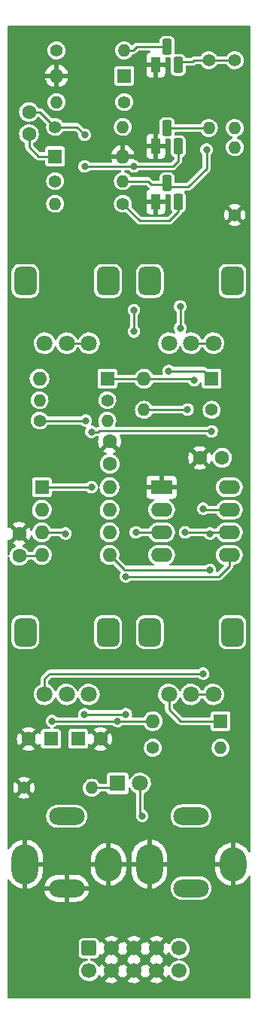
<source format=gbl>
%TF.GenerationSoftware,KiCad,Pcbnew,(6.0.1)*%
%TF.CreationDate,2023-01-30T11:27:30-05:00*%
%TF.ProjectId,ER-ADSR-555-01,45522d41-4453-4522-9d35-35352d30312e,3*%
%TF.SameCoordinates,Original*%
%TF.FileFunction,Copper,L2,Bot*%
%TF.FilePolarity,Positive*%
%FSLAX46Y46*%
G04 Gerber Fmt 4.6, Leading zero omitted, Abs format (unit mm)*
G04 Created by KiCad (PCBNEW (6.0.1)) date 2023-01-30 11:27:30*
%MOMM*%
%LPD*%
G01*
G04 APERTURE LIST*
G04 Aperture macros list*
%AMRoundRect*
0 Rectangle with rounded corners*
0 $1 Rounding radius*
0 $2 $3 $4 $5 $6 $7 $8 $9 X,Y pos of 4 corners*
0 Add a 4 corners polygon primitive as box body*
4,1,4,$2,$3,$4,$5,$6,$7,$8,$9,$2,$3,0*
0 Add four circle primitives for the rounded corners*
1,1,$1+$1,$2,$3*
1,1,$1+$1,$4,$5*
1,1,$1+$1,$6,$7*
1,1,$1+$1,$8,$9*
0 Add four rect primitives between the rounded corners*
20,1,$1+$1,$2,$3,$4,$5,0*
20,1,$1+$1,$4,$5,$6,$7,0*
20,1,$1+$1,$6,$7,$8,$9,0*
20,1,$1+$1,$8,$9,$2,$3,0*%
G04 Aperture macros list end*
%TA.AperFunction,ComponentPad*%
%ADD10R,1.600000X1.600000*%
%TD*%
%TA.AperFunction,ComponentPad*%
%ADD11O,1.600000X1.600000*%
%TD*%
%TA.AperFunction,WasherPad*%
%ADD12RoundRect,0.625000X0.625000X-0.975000X0.625000X0.975000X-0.625000X0.975000X-0.625000X-0.975000X0*%
%TD*%
%TA.AperFunction,WasherPad*%
%ADD13RoundRect,0.578704X0.671296X-1.021296X0.671296X1.021296X-0.671296X1.021296X-0.671296X-1.021296X0*%
%TD*%
%TA.AperFunction,ComponentPad*%
%ADD14C,1.800000*%
%TD*%
%TA.AperFunction,ComponentPad*%
%ADD15C,1.400000*%
%TD*%
%TA.AperFunction,ComponentPad*%
%ADD16O,1.400000X1.400000*%
%TD*%
%TA.AperFunction,ComponentPad*%
%ADD17R,1.100000X1.800000*%
%TD*%
%TA.AperFunction,ComponentPad*%
%ADD18RoundRect,0.275000X-0.275000X-0.625000X0.275000X-0.625000X0.275000X0.625000X-0.275000X0.625000X0*%
%TD*%
%TA.AperFunction,ComponentPad*%
%ADD19C,1.600000*%
%TD*%
%TA.AperFunction,ComponentPad*%
%ADD20R,1.800000X1.800000*%
%TD*%
%TA.AperFunction,ComponentPad*%
%ADD21O,3.000000X3.800000*%
%TD*%
%TA.AperFunction,ComponentPad*%
%ADD22O,3.000000X4.500000*%
%TD*%
%TA.AperFunction,ComponentPad*%
%ADD23O,4.000000X2.000000*%
%TD*%
%TA.AperFunction,ComponentPad*%
%ADD24R,2.400000X1.600000*%
%TD*%
%TA.AperFunction,ComponentPad*%
%ADD25O,2.400000X1.600000*%
%TD*%
%TA.AperFunction,ComponentPad*%
%ADD26RoundRect,0.250000X-0.600000X0.600000X-0.600000X-0.600000X0.600000X-0.600000X0.600000X0.600000X0*%
%TD*%
%TA.AperFunction,ComponentPad*%
%ADD27C,1.700000*%
%TD*%
%TA.AperFunction,ViaPad*%
%ADD28C,0.800000*%
%TD*%
%TA.AperFunction,Conductor*%
%ADD29C,0.250000*%
%TD*%
G04 APERTURE END LIST*
D10*
%TO.P,D5,1,K*%
%TO.N,Net-(D5-Pad1)*%
X23310000Y-40000000D03*
D11*
%TO.P,D5,2,A*%
%TO.N,/THR*%
X15690000Y-40000000D03*
%TD*%
D12*
%TO.P,RV3,*%
%TO.N,*%
X2350000Y-68500000D03*
D13*
X11650000Y-68500000D03*
D14*
%TO.P,RV3,1,1*%
%TO.N,Net-(R10-Pad1)*%
X9500000Y-75500000D03*
%TO.P,RV3,2,2*%
%TO.N,/SUSPOT*%
X7000000Y-75500000D03*
%TO.P,RV3,3,3*%
%TO.N,/DISCH*%
X4500000Y-75500000D03*
%TD*%
D15*
%TO.P,R3,1*%
%TO.N,Net-(Q1-Pad3)*%
X25908000Y-4190000D03*
D16*
%TO.P,R3,2*%
%TO.N,+12V*%
X25908000Y-11810000D03*
%TD*%
D10*
%TO.P,D4,1,K*%
%TO.N,/THR*%
X11560000Y-40000000D03*
D11*
%TO.P,D4,2,A*%
%TO.N,Net-(D4-Pad2)*%
X3940000Y-40000000D03*
%TD*%
D17*
%TO.P,Q2,1,E*%
%TO.N,GND*%
X17018000Y-13874000D03*
D18*
%TO.P,Q2,2,B*%
%TO.N,/BUFB*%
X18288000Y-11804000D03*
%TO.P,Q2,3,C*%
%TO.N,/RST*%
X19558000Y-13874000D03*
%TD*%
D19*
%TO.P,C1,1*%
%TO.N,/RST*%
X2750000Y-10000000D03*
%TO.P,C1,2*%
%TO.N,Net-(C1-Pad2)*%
X2750000Y-12500000D03*
%TD*%
D15*
%TO.P,R7,1*%
%TO.N,/TRIG*%
X13310000Y-20320000D03*
D16*
%TO.P,R7,2*%
%TO.N,+12V*%
X5690000Y-20320000D03*
%TD*%
D15*
%TO.P,R9,1*%
%TO.N,/LOOP1*%
X23310000Y-43500000D03*
D16*
%TO.P,R9,2*%
%TO.N,/DEC*%
X15690000Y-43500000D03*
%TD*%
D12*
%TO.P,RV2,*%
%TO.N,*%
X16350000Y-29000000D03*
D13*
X25650000Y-29000000D03*
D14*
%TO.P,RV2,1,1*%
%TO.N,/DEC*%
X23500000Y-36000000D03*
%TO.P,RV2,2,2*%
X21000000Y-36000000D03*
%TO.P,RV2,3,3*%
%TO.N,Net-(D5-Pad1)*%
X18500000Y-36000000D03*
%TD*%
D10*
%TO.P,C2,1*%
%TO.N,/CV*%
X8294888Y-80500000D03*
D19*
%TO.P,C2,2*%
%TO.N,GND*%
X10794888Y-80500000D03*
%TD*%
D15*
%TO.P,R11,1*%
%TO.N,/RST*%
X16690000Y-81500000D03*
D16*
%TO.P,R11,2*%
%TO.N,/REL*%
X24310000Y-81500000D03*
%TD*%
D20*
%TO.P,DS1,1,K*%
%TO.N,Net-(DS1-Pad1)*%
X12725000Y-85500000D03*
D14*
%TO.P,DS1,2,A*%
%TO.N,/LOOP2*%
X15265000Y-85500000D03*
%TD*%
D13*
%TO.P,RV1,*%
%TO.N,*%
X11650000Y-29000000D03*
D12*
X2350000Y-29000000D03*
D14*
%TO.P,RV1,1,1*%
%TO.N,/ATT*%
X9500000Y-36000000D03*
%TO.P,RV1,2,2*%
X7000000Y-36000000D03*
%TO.P,RV1,3,3*%
%TO.N,Net-(D4-Pad2)*%
X4500000Y-36000000D03*
%TD*%
D10*
%TO.P,D3,1,K*%
%TO.N,Net-(D3-Pad1)*%
X24310000Y-78500000D03*
D11*
%TO.P,D3,2,A*%
%TO.N,/THR*%
X16690000Y-78500000D03*
%TD*%
D21*
%TO.P,J3,S*%
%TO.N,GND*%
X25700000Y-94580000D03*
D22*
X16300000Y-94580000D03*
D23*
%TO.P,J3,T*%
%TO.N,/LOOP2*%
X21000000Y-89180000D03*
%TO.P,J3,TN*%
%TO.N,unconnected-(J3-PadTN)*%
X21000000Y-97280000D03*
%TD*%
D15*
%TO.P,R1,1*%
%TO.N,/IN*%
X5842000Y-3088000D03*
D16*
%TO.P,R1,2*%
%TO.N,/BUFA*%
X13462000Y-3088000D03*
%TD*%
D17*
%TO.P,Q1,1,E*%
%TO.N,GND*%
X17018000Y-4729999D03*
D18*
%TO.P,Q1,2,B*%
%TO.N,/BUFA*%
X18288000Y-2659999D03*
%TO.P,Q1,3,C*%
%TO.N,Net-(Q1-Pad3)*%
X19558000Y-4729999D03*
%TD*%
D15*
%TO.P,R4,1*%
%TO.N,/BUFA*%
X13462000Y-8890000D03*
D16*
%TO.P,R4,2*%
%TO.N,/RST*%
X5842000Y-8890000D03*
%TD*%
D24*
%TO.P,U2,1,GND*%
%TO.N,GND*%
X17675000Y-52200000D03*
D25*
%TO.P,U2,2,TR*%
%TO.N,/TRIG*%
X17675000Y-54740000D03*
%TO.P,U2,3,Q*%
%TO.N,/QO*%
X17675000Y-57280000D03*
%TO.P,U2,4,R*%
%TO.N,/RST*%
X17675000Y-59820000D03*
%TO.P,U2,5,CV*%
%TO.N,/CV*%
X25295000Y-59820000D03*
%TO.P,U2,6,THR*%
%TO.N,/THR*%
X25295000Y-57280000D03*
%TO.P,U2,7,DIS*%
%TO.N,/DISCH*%
X25295000Y-54740000D03*
%TO.P,U2,8,VCC*%
%TO.N,+12V*%
X25295000Y-52200000D03*
%TD*%
D10*
%TO.P,D2,1,K*%
%TO.N,Net-(C1-Pad2)*%
X5690000Y-14986000D03*
D11*
%TO.P,D2,2,A*%
%TO.N,GND*%
X13310000Y-14986000D03*
%TD*%
D10*
%TO.P,C3,1*%
%TO.N,/THR*%
X5205113Y-80500000D03*
D19*
%TO.P,C3,2*%
%TO.N,GND*%
X2705113Y-80500000D03*
%TD*%
D15*
%TO.P,R13,1*%
%TO.N,GND*%
X25908000Y-21590000D03*
D16*
%TO.P,R13,2*%
%TO.N,/BUFC*%
X25908000Y-13970000D03*
%TD*%
D15*
%TO.P,R2,1*%
%TO.N,Net-(Q1-Pad3)*%
X23000000Y-4190000D03*
D16*
%TO.P,R2,2*%
%TO.N,/BUFB*%
X23000000Y-11810000D03*
%TD*%
D21*
%TO.P,J2,S*%
%TO.N,GND*%
X11700000Y-94600000D03*
D22*
X2300000Y-94600000D03*
D23*
%TO.P,J2,T*%
%TO.N,/IN*%
X7000000Y-89200000D03*
%TO.P,J2,TN*%
%TO.N,GND*%
X7000000Y-97300000D03*
%TD*%
D19*
%TO.P,C5,1*%
%TO.N,GND*%
X21991000Y-48895000D03*
%TO.P,C5,2*%
%TO.N,+12V*%
X24491000Y-48895000D03*
%TD*%
D15*
%TO.P,R10,1*%
%TO.N,Net-(R10-Pad1)*%
X3940000Y-44704000D03*
D16*
%TO.P,R10,2*%
%TO.N,+12V*%
X11560000Y-44704000D03*
%TD*%
D19*
%TO.P,C4,1*%
%TO.N,GND*%
X11836400Y-47060790D03*
%TO.P,C4,2*%
%TO.N,+12V*%
X11836400Y-49560790D03*
%TD*%
D15*
%TO.P,R12,1*%
%TO.N,GND*%
X2190000Y-86000000D03*
D16*
%TO.P,R12,2*%
%TO.N,Net-(DS1-Pad1)*%
X9810000Y-86000000D03*
%TD*%
D10*
%TO.P,D1,1,K*%
%TO.N,/BUFA*%
X13462000Y-5943600D03*
D11*
%TO.P,D1,2,A*%
%TO.N,GND*%
X5842000Y-5943600D03*
%TD*%
D10*
%TO.P,U1,1*%
%TO.N,/LOOP1*%
X4200000Y-52200000D03*
D11*
%TO.P,U1,2,-*%
X4200000Y-54740000D03*
%TO.P,U1,3,+*%
%TO.N,/SUSPOT*%
X4200000Y-57280000D03*
%TO.P,U1,4,V-*%
%TO.N,-12V*%
X4200000Y-59820000D03*
%TO.P,U1,5,+*%
%TO.N,/THR*%
X11820000Y-59820000D03*
%TO.P,U1,6,-*%
%TO.N,/LOOP2*%
X11820000Y-57280000D03*
%TO.P,U1,7*%
X11820000Y-54740000D03*
%TO.P,U1,8,V+*%
%TO.N,+12V*%
X11820000Y-52200000D03*
%TD*%
D15*
%TO.P,R8,1*%
%TO.N,/QO*%
X11560000Y-42418000D03*
D16*
%TO.P,R8,2*%
%TO.N,/ATT*%
X3940000Y-42418000D03*
%TD*%
D17*
%TO.P,Q3,1,E*%
%TO.N,GND*%
X17018000Y-20097000D03*
D18*
%TO.P,Q3,2,B*%
%TO.N,/BUFC*%
X18288000Y-18027000D03*
%TO.P,Q3,3,C*%
%TO.N,/TRIG*%
X19558000Y-20097000D03*
%TD*%
D19*
%TO.P,C6,1*%
%TO.N,-12V*%
X1651000Y-59924010D03*
%TO.P,C6,2*%
%TO.N,GND*%
X1651000Y-57424010D03*
%TD*%
D13*
%TO.P,RV4,*%
%TO.N,*%
X25650000Y-68500000D03*
D12*
X16350000Y-68500000D03*
D14*
%TO.P,RV4,1,1*%
%TO.N,/REL*%
X23500000Y-75500000D03*
%TO.P,RV4,2,2*%
X21000000Y-75500000D03*
%TO.P,RV4,3,3*%
%TO.N,Net-(D3-Pad1)*%
X18500000Y-75500000D03*
%TD*%
D15*
%TO.P,R5,1*%
%TO.N,/RST*%
X5690000Y-11684000D03*
D16*
%TO.P,R5,2*%
%TO.N,+12V*%
X13310000Y-11684000D03*
%TD*%
D15*
%TO.P,R6,1*%
%TO.N,Net-(C1-Pad2)*%
X5690000Y-17780000D03*
D16*
%TO.P,R6,2*%
%TO.N,/BUFC*%
X13310000Y-17780000D03*
%TD*%
D26*
%TO.P,J1,1,Pin_1*%
%TO.N,-12V*%
X9499600Y-104047900D03*
D27*
%TO.P,J1,2,Pin_2*%
X9499600Y-106587900D03*
%TO.P,J1,3,Pin_3*%
%TO.N,GND*%
X12039600Y-104047900D03*
%TO.P,J1,4,Pin_4*%
X12039600Y-106587900D03*
%TO.P,J1,5,Pin_5*%
X14579600Y-104047900D03*
%TO.P,J1,6,Pin_6*%
X14579600Y-106587900D03*
%TO.P,J1,7,Pin_7*%
X17119600Y-104047900D03*
%TO.P,J1,8,Pin_8*%
X17119600Y-106587900D03*
%TO.P,J1,9,Pin_9*%
%TO.N,+12V*%
X19659600Y-104047900D03*
%TO.P,J1,10,Pin_10*%
X19659600Y-106587900D03*
%TD*%
D28*
%TO.N,Net-(D5-Pad1)*%
X18491200Y-39116000D03*
%TO.N,/RST*%
X14565489Y-16114511D03*
X14565489Y-32297511D03*
X14565489Y-34685111D03*
X9017000Y-16129000D03*
X9017000Y-12573000D03*
%TO.N,/LOOP2*%
X15494000Y-89154000D03*
%TO.N,Net-(R10-Pad1)*%
X9144000Y-44704000D03*
%TO.N,/CV*%
X13651900Y-77724000D03*
X8999989Y-77724000D03*
X13651900Y-62230000D03*
%TO.N,/THR*%
X12714000Y-78500000D03*
X21336000Y-40168000D03*
X23114000Y-61505500D03*
X23114000Y-57404000D03*
X5334000Y-78486000D03*
X20320000Y-57277000D03*
%TO.N,/BUFC*%
X22733000Y-14224000D03*
%TO.N,/TRIG*%
X19775489Y-34326511D03*
X19775489Y-31862711D03*
%TO.N,/QO*%
X14775500Y-57280000D03*
%TO.N,/LOOP1*%
X9779000Y-52197000D03*
X9779000Y-45974000D03*
X23310000Y-45916000D03*
%TO.N,/DISCH*%
X22352000Y-54610000D03*
X22352000Y-73152000D03*
%TO.N,/SUSPOT*%
X6858000Y-57404000D03*
%TO.N,/DEC*%
X20599400Y-43459400D03*
%TD*%
D29*
%TO.N,Net-(C1-Pad2)*%
X2750000Y-13926000D02*
X2750000Y-12500000D01*
X3810000Y-14986000D02*
X2750000Y-13926000D01*
X5690000Y-14986000D02*
X3810000Y-14986000D01*
%TO.N,Net-(D3-Pad1)*%
X18500000Y-77174000D02*
X18500000Y-75500000D01*
X19826000Y-78500000D02*
X18500000Y-77174000D01*
X24310000Y-78500000D02*
X19826000Y-78500000D01*
%TO.N,Net-(D5-Pad1)*%
X18491200Y-39116000D02*
X22426000Y-39116000D01*
X22426000Y-39116000D02*
X23310000Y-40000000D01*
%TO.N,-12V*%
X1651000Y-59924000D02*
X4096000Y-59924000D01*
%TO.N,Net-(Q1-Pad3)*%
X21337000Y-4190000D02*
X23000000Y-4190000D01*
X21197000Y-4330000D02*
X21337000Y-4190000D01*
X19558000Y-4330000D02*
X21197000Y-4330000D01*
X23000000Y-4190000D02*
X25908000Y-4190000D01*
%TO.N,/RST*%
X14551000Y-16129000D02*
X9017000Y-16129000D01*
X2750000Y-10000000D02*
X4006000Y-10000000D01*
X14565489Y-34685111D02*
X14565489Y-32297511D01*
X5690000Y-11684000D02*
X8128000Y-11684000D01*
X14565489Y-16114511D02*
X18937489Y-16114511D01*
X14565489Y-16114511D02*
X14551000Y-16129000D01*
X4006000Y-10000000D02*
X5690000Y-11684000D01*
X18937489Y-16114511D02*
X19558000Y-15494000D01*
X8128000Y-11684000D02*
X9017000Y-12573000D01*
X19558000Y-15494000D02*
X19558000Y-13474000D01*
%TO.N,/LOOP2*%
X15265000Y-88925000D02*
X15265000Y-85500000D01*
X15494000Y-89154000D02*
X15265000Y-88925000D01*
%TO.N,Net-(R10-Pad1)*%
X3940000Y-44704000D02*
X9144000Y-44704000D01*
%TO.N,Net-(DS1-Pad1)*%
X9810000Y-86000000D02*
X12225000Y-86000000D01*
%TO.N,/BUFB*%
X23000000Y-11810000D02*
X18682000Y-11810000D01*
%TO.N,/CV*%
X13651900Y-62230000D02*
X24130000Y-62230000D01*
X24130000Y-62230000D02*
X25295000Y-61065000D01*
X8999989Y-77724000D02*
X13651900Y-77724000D01*
X25295000Y-61065000D02*
X25295000Y-59820000D01*
%TO.N,/THR*%
X5348000Y-78500000D02*
X5334000Y-78486000D01*
X12714000Y-78500000D02*
X5348000Y-78500000D01*
X11820000Y-59820000D02*
X13462000Y-61462000D01*
X23238000Y-57280000D02*
X23114000Y-57404000D01*
X20323000Y-57280000D02*
X25295000Y-57280000D01*
X23076500Y-61468000D02*
X23114000Y-61505500D01*
X21168000Y-40000000D02*
X15690000Y-40000000D01*
X20320000Y-57277000D02*
X20323000Y-57280000D01*
X13462000Y-61462000D02*
X13462000Y-61468000D01*
X11560000Y-40000000D02*
X15690000Y-40000000D01*
X21336000Y-40168000D02*
X21168000Y-40000000D01*
X16690000Y-78500000D02*
X12714000Y-78500000D01*
X13462000Y-61468000D02*
X23076500Y-61468000D01*
%TO.N,/BUFA*%
X14859000Y-2667000D02*
X17895000Y-2667000D01*
X14438000Y-3088000D02*
X14859000Y-2667000D01*
X13462000Y-3088000D02*
X14438000Y-3088000D01*
%TO.N,/BUFC*%
X20689000Y-18427000D02*
X18288000Y-18427000D01*
X22733000Y-16383000D02*
X20689000Y-18427000D01*
X16129000Y-17780000D02*
X13310000Y-17780000D01*
X16510000Y-18161000D02*
X16129000Y-17780000D01*
X22733000Y-14224000D02*
X22733000Y-16383000D01*
X18022000Y-18161000D02*
X16510000Y-18161000D01*
%TO.N,/TRIG*%
X18542000Y-22225000D02*
X15215000Y-22225000D01*
X19558000Y-19697000D02*
X19558000Y-21209000D01*
X15215000Y-22225000D02*
X13310000Y-20320000D01*
X19775489Y-34326511D02*
X19775489Y-31862711D01*
X19558000Y-21209000D02*
X18542000Y-22225000D01*
%TO.N,/QO*%
X14775500Y-57280000D02*
X17675000Y-57280000D01*
%TO.N,/LOOP1*%
X10515600Y-45974000D02*
X10668000Y-45821600D01*
X9776000Y-52200000D02*
X9779000Y-52197000D01*
X4200000Y-52200000D02*
X9776000Y-52200000D01*
X10668000Y-45821600D02*
X23215600Y-45821600D01*
X9779000Y-45974000D02*
X10515600Y-45974000D01*
X23215600Y-45821600D02*
X23310000Y-45916000D01*
%TO.N,/DISCH*%
X5080000Y-73152000D02*
X4500000Y-73732000D01*
X25295000Y-54740000D02*
X22482000Y-54740000D01*
X4500000Y-73732000D02*
X4500000Y-75500000D01*
X22482000Y-54740000D02*
X22352000Y-54610000D01*
X22352000Y-73152000D02*
X5080000Y-73152000D01*
%TO.N,/SUSPOT*%
X6734000Y-57280000D02*
X4200000Y-57280000D01*
X6858000Y-57404000D02*
X6734000Y-57280000D01*
%TO.N,/REL*%
X21000000Y-75500000D02*
X23500000Y-75500000D01*
%TO.N,/ATT*%
X7000000Y-36000000D02*
X9500000Y-36000000D01*
%TO.N,/DEC*%
X23500000Y-36000000D02*
X21000000Y-36000000D01*
X20558800Y-43500000D02*
X20599400Y-43459400D01*
X15690000Y-43500000D02*
X20558800Y-43500000D01*
%TD*%
%TA.AperFunction,Conductor*%
%TO.N,GND*%
G36*
X27637321Y-324802D02*
G01*
X27683814Y-378458D01*
X27695200Y-430800D01*
X27695200Y-93149918D01*
X27675198Y-93218039D01*
X27621542Y-93264532D01*
X27551268Y-93274636D01*
X27486688Y-93245142D01*
X27457948Y-93209071D01*
X27409105Y-93117209D01*
X27404451Y-93109762D01*
X27244562Y-92889694D01*
X27238915Y-92882964D01*
X27049949Y-92687284D01*
X27043427Y-92681412D01*
X26829067Y-92513936D01*
X26821793Y-92509030D01*
X26586211Y-92373016D01*
X26578319Y-92369167D01*
X26326104Y-92267265D01*
X26317746Y-92264549D01*
X26053808Y-92198743D01*
X26045163Y-92197218D01*
X25972015Y-92189530D01*
X25957365Y-92192209D01*
X25954000Y-92204530D01*
X25954000Y-96956074D01*
X25957779Y-96968943D01*
X25972845Y-96970866D01*
X26182642Y-96933873D01*
X26191143Y-96931754D01*
X26449858Y-96847692D01*
X26458005Y-96844401D01*
X26702499Y-96725152D01*
X26710096Y-96720767D01*
X26935621Y-96568648D01*
X26942538Y-96563244D01*
X27144691Y-96381224D01*
X27150790Y-96374909D01*
X27325642Y-96166529D01*
X27330804Y-96159424D01*
X27462346Y-95948913D01*
X27515407Y-95901743D01*
X27585547Y-95890748D01*
X27650497Y-95919419D01*
X27689636Y-95978653D01*
X27695200Y-96015683D01*
X27695200Y-109569200D01*
X27675198Y-109637321D01*
X27621542Y-109683814D01*
X27569200Y-109695200D01*
X430800Y-109695200D01*
X362679Y-109675198D01*
X316186Y-109621542D01*
X304800Y-109569200D01*
X304800Y-106557528D01*
X8339749Y-106557528D01*
X8353636Y-106769403D01*
X8405901Y-106975199D01*
X8494795Y-107168024D01*
X8617340Y-107341421D01*
X8769432Y-107489583D01*
X8774228Y-107492788D01*
X8774231Y-107492790D01*
X8845486Y-107540401D01*
X8945977Y-107607547D01*
X8951285Y-107609828D01*
X8951286Y-107609828D01*
X9135760Y-107689084D01*
X9135763Y-107689085D01*
X9141063Y-107691362D01*
X9146692Y-107692636D01*
X9146693Y-107692636D01*
X9342521Y-107736948D01*
X9342524Y-107736948D01*
X9348157Y-107738223D01*
X9353928Y-107738450D01*
X9353930Y-107738450D01*
X9418686Y-107740994D01*
X9560323Y-107746559D01*
X9665389Y-107731325D01*
X9764741Y-107716920D01*
X9764746Y-107716919D01*
X9770455Y-107716091D01*
X9775919Y-107714236D01*
X9775924Y-107714235D01*
X9780290Y-107712753D01*
X11279577Y-107712753D01*
X11284858Y-107719807D01*
X11446356Y-107814179D01*
X11455642Y-107818629D01*
X11654601Y-107894603D01*
X11664499Y-107897479D01*
X11873195Y-107939938D01*
X11883423Y-107941157D01*
X12096250Y-107948962D01*
X12106536Y-107948495D01*
X12317785Y-107921434D01*
X12327862Y-107919292D01*
X12531855Y-107858091D01*
X12541442Y-107854333D01*
X12732698Y-107760638D01*
X12741544Y-107755365D01*
X12788847Y-107721623D01*
X12795811Y-107712753D01*
X13819577Y-107712753D01*
X13824858Y-107719807D01*
X13986356Y-107814179D01*
X13995642Y-107818629D01*
X14194601Y-107894603D01*
X14204499Y-107897479D01*
X14413195Y-107939938D01*
X14423423Y-107941157D01*
X14636250Y-107948962D01*
X14646536Y-107948495D01*
X14857785Y-107921434D01*
X14867862Y-107919292D01*
X15071855Y-107858091D01*
X15081442Y-107854333D01*
X15272698Y-107760638D01*
X15281544Y-107755365D01*
X15328847Y-107721623D01*
X15335811Y-107712753D01*
X16359577Y-107712753D01*
X16364858Y-107719807D01*
X16526356Y-107814179D01*
X16535642Y-107818629D01*
X16734601Y-107894603D01*
X16744499Y-107897479D01*
X16953195Y-107939938D01*
X16963423Y-107941157D01*
X17176250Y-107948962D01*
X17186536Y-107948495D01*
X17397785Y-107921434D01*
X17407862Y-107919292D01*
X17611855Y-107858091D01*
X17621442Y-107854333D01*
X17812698Y-107760638D01*
X17821544Y-107755365D01*
X17868847Y-107721623D01*
X17877248Y-107710923D01*
X17870260Y-107697770D01*
X17132412Y-106959922D01*
X17118468Y-106952308D01*
X17116635Y-106952439D01*
X17110020Y-106956690D01*
X16366337Y-107700373D01*
X16359577Y-107712753D01*
X15335811Y-107712753D01*
X15337248Y-107710923D01*
X15330260Y-107697770D01*
X14592412Y-106959922D01*
X14578468Y-106952308D01*
X14576635Y-106952439D01*
X14570020Y-106956690D01*
X13826337Y-107700373D01*
X13819577Y-107712753D01*
X12795811Y-107712753D01*
X12797248Y-107710923D01*
X12790260Y-107697770D01*
X12052412Y-106959922D01*
X12038468Y-106952308D01*
X12036635Y-106952439D01*
X12030020Y-106956690D01*
X11286337Y-107700373D01*
X11279577Y-107712753D01*
X9780290Y-107712753D01*
X9966048Y-107649696D01*
X9971516Y-107647840D01*
X10156772Y-107544092D01*
X10320020Y-107408320D01*
X10455792Y-107245072D01*
X10550843Y-107075347D01*
X10601578Y-107025686D01*
X10671110Y-107011338D01*
X10737360Y-107036860D01*
X10777519Y-107089510D01*
X10821370Y-107197503D01*
X10826013Y-107206694D01*
X10906060Y-107337320D01*
X10916516Y-107346780D01*
X10925294Y-107342996D01*
X11667578Y-106600712D01*
X11673956Y-106589032D01*
X12404008Y-106589032D01*
X12404139Y-106590865D01*
X12408390Y-106597480D01*
X13150074Y-107339164D01*
X13162084Y-107345723D01*
X13173823Y-107336755D01*
X13207622Y-107289719D01*
X13208749Y-107290529D01*
X13256259Y-107246781D01*
X13326196Y-107234561D01*
X13391638Y-107262091D01*
X13419470Y-107293929D01*
X13446059Y-107337319D01*
X13456516Y-107346780D01*
X13465294Y-107342996D01*
X14207578Y-106600712D01*
X14213956Y-106589032D01*
X14944008Y-106589032D01*
X14944139Y-106590865D01*
X14948390Y-106597480D01*
X15690074Y-107339164D01*
X15702084Y-107345723D01*
X15713823Y-107336755D01*
X15747622Y-107289719D01*
X15748749Y-107290529D01*
X15796259Y-107246781D01*
X15866196Y-107234561D01*
X15931638Y-107262091D01*
X15959470Y-107293929D01*
X15986059Y-107337319D01*
X15996516Y-107346780D01*
X16005294Y-107342996D01*
X16747578Y-106600712D01*
X16753956Y-106589032D01*
X17484008Y-106589032D01*
X17484139Y-106590865D01*
X17488390Y-106597480D01*
X18230074Y-107339164D01*
X18242084Y-107345723D01*
X18253823Y-107336755D01*
X18284604Y-107293919D01*
X18289915Y-107285080D01*
X18384273Y-107094160D01*
X18385178Y-107091876D01*
X18385791Y-107091091D01*
X18386564Y-107089526D01*
X18386887Y-107089686D01*
X18428853Y-107035903D01*
X18495856Y-107012427D01*
X18564914Y-107028903D01*
X18616755Y-107085509D01*
X18654795Y-107168024D01*
X18777340Y-107341421D01*
X18929432Y-107489583D01*
X18934228Y-107492788D01*
X18934231Y-107492790D01*
X19005486Y-107540401D01*
X19105977Y-107607547D01*
X19111285Y-107609828D01*
X19111286Y-107609828D01*
X19295760Y-107689084D01*
X19295763Y-107689085D01*
X19301063Y-107691362D01*
X19306692Y-107692636D01*
X19306693Y-107692636D01*
X19502521Y-107736948D01*
X19502524Y-107736948D01*
X19508157Y-107738223D01*
X19513928Y-107738450D01*
X19513930Y-107738450D01*
X19578686Y-107740994D01*
X19720323Y-107746559D01*
X19825389Y-107731325D01*
X19924741Y-107716920D01*
X19924746Y-107716919D01*
X19930455Y-107716091D01*
X19935919Y-107714236D01*
X19935924Y-107714235D01*
X20126048Y-107649696D01*
X20131516Y-107647840D01*
X20316772Y-107544092D01*
X20480020Y-107408320D01*
X20615792Y-107245072D01*
X20719540Y-107059816D01*
X20750165Y-106969599D01*
X20785935Y-106864224D01*
X20785936Y-106864219D01*
X20787791Y-106858755D01*
X20788619Y-106853046D01*
X20788620Y-106853041D01*
X20817726Y-106652297D01*
X20818259Y-106648623D01*
X20819849Y-106587900D01*
X20800421Y-106376461D01*
X20742786Y-106172104D01*
X20648875Y-105981672D01*
X20521833Y-105811542D01*
X20365915Y-105667413D01*
X20186342Y-105554111D01*
X20152668Y-105540676D01*
X20125696Y-105529915D01*
X19989129Y-105475430D01*
X19983461Y-105474303D01*
X19983459Y-105474302D01*
X19813167Y-105440429D01*
X19750257Y-105407522D01*
X19715125Y-105345827D01*
X19718925Y-105274932D01*
X19760451Y-105217346D01*
X19819666Y-105192155D01*
X19930455Y-105176091D01*
X19935919Y-105174236D01*
X19935924Y-105174235D01*
X20126048Y-105109696D01*
X20131516Y-105107840D01*
X20316772Y-105004092D01*
X20480020Y-104868320D01*
X20615792Y-104705072D01*
X20719540Y-104519816D01*
X20748264Y-104435199D01*
X20785935Y-104324224D01*
X20785936Y-104324219D01*
X20787791Y-104318755D01*
X20788619Y-104313046D01*
X20788620Y-104313041D01*
X20817726Y-104112297D01*
X20818259Y-104108623D01*
X20819849Y-104047900D01*
X20800421Y-103836461D01*
X20742786Y-103632104D01*
X20648875Y-103441672D01*
X20577325Y-103345855D01*
X20525286Y-103276166D01*
X20525285Y-103276165D01*
X20521833Y-103271542D01*
X20365915Y-103127413D01*
X20186342Y-103014111D01*
X20152668Y-103000676D01*
X20062654Y-102964764D01*
X19989129Y-102935430D01*
X19983461Y-102934303D01*
X19983459Y-102934302D01*
X19786546Y-102895134D01*
X19786544Y-102895134D01*
X19780879Y-102894007D01*
X19775104Y-102893931D01*
X19775100Y-102893931D01*
X19668883Y-102892541D01*
X19568568Y-102891228D01*
X19562871Y-102892207D01*
X19562870Y-102892207D01*
X19364995Y-102926208D01*
X19364992Y-102926209D01*
X19359305Y-102927186D01*
X19160100Y-103000676D01*
X18977623Y-103109239D01*
X18817985Y-103249237D01*
X18814418Y-103253762D01*
X18814413Y-103253767D01*
X18692263Y-103408714D01*
X18686533Y-103415983D01*
X18683845Y-103421092D01*
X18611302Y-103558974D01*
X18561882Y-103609947D01*
X18492750Y-103626110D01*
X18425854Y-103602331D01*
X18384243Y-103550549D01*
X18322572Y-103408714D01*
X18317705Y-103399639D01*
X18252663Y-103299097D01*
X18241977Y-103289895D01*
X18232412Y-103294298D01*
X17491622Y-104035088D01*
X17484008Y-104049032D01*
X17484139Y-104050865D01*
X17488390Y-104057480D01*
X18230074Y-104799164D01*
X18242084Y-104805723D01*
X18253823Y-104796755D01*
X18284604Y-104753919D01*
X18289915Y-104745080D01*
X18384273Y-104554160D01*
X18385178Y-104551876D01*
X18385791Y-104551091D01*
X18386564Y-104549526D01*
X18386887Y-104549686D01*
X18428853Y-104495903D01*
X18495856Y-104472427D01*
X18564914Y-104488903D01*
X18616755Y-104545509D01*
X18654795Y-104628024D01*
X18777340Y-104801421D01*
X18849802Y-104872011D01*
X18902208Y-104923062D01*
X18929432Y-104949583D01*
X18934228Y-104952788D01*
X18934231Y-104952790D01*
X19005486Y-105000401D01*
X19105977Y-105067547D01*
X19111285Y-105069828D01*
X19111286Y-105069828D01*
X19295760Y-105149084D01*
X19295763Y-105149085D01*
X19301063Y-105151362D01*
X19306692Y-105152636D01*
X19306693Y-105152636D01*
X19501687Y-105196759D01*
X19563714Y-105231302D01*
X19597218Y-105293896D01*
X19591564Y-105364667D01*
X19548545Y-105421146D01*
X19495217Y-105443832D01*
X19364995Y-105466208D01*
X19364992Y-105466209D01*
X19359305Y-105467186D01*
X19160100Y-105540676D01*
X18977623Y-105649239D01*
X18817985Y-105789237D01*
X18814418Y-105793762D01*
X18814413Y-105793767D01*
X18697876Y-105941594D01*
X18686533Y-105955983D01*
X18683845Y-105961092D01*
X18611302Y-106098974D01*
X18561882Y-106149947D01*
X18492750Y-106166110D01*
X18425854Y-106142331D01*
X18384243Y-106090549D01*
X18322572Y-105948714D01*
X18317705Y-105939639D01*
X18252663Y-105839097D01*
X18241977Y-105829895D01*
X18232412Y-105834298D01*
X17491622Y-106575088D01*
X17484008Y-106589032D01*
X16753956Y-106589032D01*
X16755192Y-106586768D01*
X16755061Y-106584935D01*
X16750810Y-106578320D01*
X16009449Y-105836959D01*
X15997913Y-105830659D01*
X15985628Y-105840284D01*
X15952792Y-105888420D01*
X15897881Y-105933423D01*
X15827356Y-105941594D01*
X15763609Y-105910340D01*
X15742911Y-105885855D01*
X15712662Y-105839097D01*
X15701977Y-105829895D01*
X15692412Y-105834298D01*
X14951622Y-106575088D01*
X14944008Y-106589032D01*
X14213956Y-106589032D01*
X14215192Y-106586768D01*
X14215061Y-106584935D01*
X14210810Y-106578320D01*
X13469449Y-105836959D01*
X13457913Y-105830659D01*
X13445628Y-105840284D01*
X13412792Y-105888420D01*
X13357881Y-105933423D01*
X13287356Y-105941594D01*
X13223609Y-105910340D01*
X13202911Y-105885855D01*
X13172662Y-105839097D01*
X13161977Y-105829895D01*
X13152412Y-105834298D01*
X12411622Y-106575088D01*
X12404008Y-106589032D01*
X11673956Y-106589032D01*
X11675192Y-106586768D01*
X11675061Y-106584935D01*
X11670810Y-106578320D01*
X10929449Y-105836959D01*
X10917913Y-105830659D01*
X10905631Y-105840282D01*
X10857689Y-105910562D01*
X10852604Y-105919513D01*
X10772228Y-106092669D01*
X10725404Y-106146036D01*
X10657160Y-106165617D01*
X10589165Y-106145193D01*
X10544934Y-106095348D01*
X10491429Y-105986851D01*
X10488875Y-105981672D01*
X10361833Y-105811542D01*
X10205915Y-105667413D01*
X10026342Y-105554111D01*
X9992668Y-105540676D01*
X9965696Y-105529915D01*
X9829129Y-105475430D01*
X9823461Y-105474303D01*
X9823459Y-105474302D01*
X9718275Y-105453380D01*
X9715253Y-105452779D01*
X9652343Y-105419872D01*
X9617211Y-105358177D01*
X9621011Y-105287282D01*
X9662536Y-105229696D01*
X9728603Y-105203702D01*
X9739834Y-105203200D01*
X10142744Y-105203200D01*
X10233303Y-105192241D01*
X10240831Y-105189261D01*
X10240833Y-105189260D01*
X10282525Y-105172753D01*
X11279577Y-105172753D01*
X11284858Y-105179807D01*
X11332079Y-105207401D01*
X11380803Y-105259039D01*
X11393874Y-105328822D01*
X11367143Y-105394594D01*
X11326687Y-105427953D01*
X11318066Y-105432441D01*
X11309334Y-105437939D01*
X11289277Y-105452999D01*
X11280823Y-105464327D01*
X11287568Y-105476658D01*
X12026788Y-106215878D01*
X12040732Y-106223492D01*
X12042565Y-106223361D01*
X12049180Y-106219110D01*
X12792989Y-105475301D01*
X12800010Y-105462444D01*
X12793211Y-105453113D01*
X12789159Y-105450421D01*
X12751716Y-105429752D01*
X12701745Y-105379320D01*
X12686973Y-105309877D01*
X12712089Y-105243472D01*
X12739440Y-105216865D01*
X12788847Y-105181623D01*
X12795811Y-105172753D01*
X13819577Y-105172753D01*
X13824858Y-105179807D01*
X13872079Y-105207401D01*
X13920803Y-105259039D01*
X13933874Y-105328822D01*
X13907143Y-105394594D01*
X13866687Y-105427953D01*
X13858066Y-105432441D01*
X13849334Y-105437939D01*
X13829277Y-105452999D01*
X13820823Y-105464327D01*
X13827568Y-105476658D01*
X14566788Y-106215878D01*
X14580732Y-106223492D01*
X14582565Y-106223361D01*
X14589180Y-106219110D01*
X15332989Y-105475301D01*
X15340010Y-105462444D01*
X15333211Y-105453113D01*
X15329159Y-105450421D01*
X15291716Y-105429752D01*
X15241745Y-105379320D01*
X15226973Y-105309877D01*
X15252089Y-105243472D01*
X15279440Y-105216865D01*
X15328847Y-105181623D01*
X15335811Y-105172753D01*
X16359577Y-105172753D01*
X16364858Y-105179807D01*
X16412079Y-105207401D01*
X16460803Y-105259039D01*
X16473874Y-105328822D01*
X16447143Y-105394594D01*
X16406687Y-105427953D01*
X16398066Y-105432441D01*
X16389334Y-105437939D01*
X16369277Y-105452999D01*
X16360823Y-105464327D01*
X16367568Y-105476658D01*
X17106788Y-106215878D01*
X17120732Y-106223492D01*
X17122565Y-106223361D01*
X17129180Y-106219110D01*
X17872989Y-105475301D01*
X17880010Y-105462444D01*
X17873211Y-105453113D01*
X17869159Y-105450421D01*
X17831716Y-105429752D01*
X17781745Y-105379320D01*
X17766973Y-105309877D01*
X17792089Y-105243472D01*
X17819440Y-105216865D01*
X17868847Y-105181623D01*
X17877248Y-105170923D01*
X17870260Y-105157770D01*
X17132412Y-104419922D01*
X17118468Y-104412308D01*
X17116635Y-104412439D01*
X17110020Y-104416690D01*
X16366337Y-105160373D01*
X16359577Y-105172753D01*
X15335811Y-105172753D01*
X15337248Y-105170923D01*
X15330260Y-105157770D01*
X14592412Y-104419922D01*
X14578468Y-104412308D01*
X14576635Y-104412439D01*
X14570020Y-104416690D01*
X13826337Y-105160373D01*
X13819577Y-105172753D01*
X12795811Y-105172753D01*
X12797248Y-105170923D01*
X12790260Y-105157770D01*
X12052412Y-104419922D01*
X12038468Y-104412308D01*
X12036635Y-104412439D01*
X12030020Y-104416690D01*
X11286337Y-105160373D01*
X11279577Y-105172753D01*
X10282525Y-105172753D01*
X10333335Y-105152636D01*
X10374762Y-105136234D01*
X10495948Y-105044248D01*
X10587934Y-104923062D01*
X10643941Y-104781603D01*
X10644482Y-104777131D01*
X10679807Y-104717430D01*
X10743256Y-104685575D01*
X10813855Y-104693079D01*
X10869189Y-104737561D01*
X10873209Y-104743712D01*
X10906059Y-104797319D01*
X10916516Y-104806780D01*
X10925294Y-104802996D01*
X11667578Y-104060712D01*
X11673956Y-104049032D01*
X12404008Y-104049032D01*
X12404139Y-104050865D01*
X12408390Y-104057480D01*
X13150074Y-104799164D01*
X13162084Y-104805723D01*
X13173823Y-104796755D01*
X13207622Y-104749719D01*
X13208749Y-104750529D01*
X13256259Y-104706781D01*
X13326196Y-104694561D01*
X13391638Y-104722091D01*
X13419470Y-104753929D01*
X13446059Y-104797319D01*
X13456516Y-104806780D01*
X13465294Y-104802996D01*
X14207578Y-104060712D01*
X14213956Y-104049032D01*
X14944008Y-104049032D01*
X14944139Y-104050865D01*
X14948390Y-104057480D01*
X15690074Y-104799164D01*
X15702084Y-104805723D01*
X15713823Y-104796755D01*
X15747622Y-104749719D01*
X15748749Y-104750529D01*
X15796259Y-104706781D01*
X15866196Y-104694561D01*
X15931638Y-104722091D01*
X15959470Y-104753929D01*
X15986059Y-104797319D01*
X15996516Y-104806780D01*
X16005294Y-104802996D01*
X16747578Y-104060712D01*
X16755192Y-104046768D01*
X16755061Y-104044935D01*
X16750810Y-104038320D01*
X16009449Y-103296959D01*
X15997913Y-103290659D01*
X15985628Y-103300284D01*
X15952792Y-103348420D01*
X15897881Y-103393423D01*
X15827356Y-103401594D01*
X15763609Y-103370340D01*
X15742911Y-103345855D01*
X15712662Y-103299097D01*
X15701977Y-103289895D01*
X15692412Y-103294298D01*
X14951622Y-104035088D01*
X14944008Y-104049032D01*
X14213956Y-104049032D01*
X14215192Y-104046768D01*
X14215061Y-104044935D01*
X14210810Y-104038320D01*
X13469449Y-103296959D01*
X13457913Y-103290659D01*
X13445628Y-103300284D01*
X13412792Y-103348420D01*
X13357881Y-103393423D01*
X13287356Y-103401594D01*
X13223609Y-103370340D01*
X13202911Y-103345855D01*
X13172662Y-103299097D01*
X13161977Y-103289895D01*
X13152412Y-103294298D01*
X12411622Y-104035088D01*
X12404008Y-104049032D01*
X11673956Y-104049032D01*
X11675192Y-104046768D01*
X11675061Y-104044935D01*
X11670810Y-104038320D01*
X10929449Y-103296959D01*
X10917913Y-103290659D01*
X10905631Y-103300282D01*
X10869024Y-103353946D01*
X10814113Y-103398949D01*
X10743588Y-103407121D01*
X10679841Y-103375866D01*
X10644191Y-103316262D01*
X10643941Y-103314197D01*
X10587934Y-103172738D01*
X10495948Y-103051552D01*
X10374762Y-102959566D01*
X10292979Y-102927186D01*
X10285758Y-102924327D01*
X11280823Y-102924327D01*
X11287568Y-102936658D01*
X12026788Y-103675878D01*
X12040732Y-103683492D01*
X12042565Y-103683361D01*
X12049180Y-103679110D01*
X12792989Y-102935301D01*
X12798982Y-102924327D01*
X13820823Y-102924327D01*
X13827568Y-102936658D01*
X14566788Y-103675878D01*
X14580732Y-103683492D01*
X14582565Y-103683361D01*
X14589180Y-103679110D01*
X15332989Y-102935301D01*
X15338982Y-102924327D01*
X16360823Y-102924327D01*
X16367568Y-102936658D01*
X17106788Y-103675878D01*
X17120732Y-103683492D01*
X17122565Y-103683361D01*
X17129180Y-103679110D01*
X17872989Y-102935301D01*
X17880010Y-102922444D01*
X17873211Y-102913113D01*
X17869154Y-102910418D01*
X17682717Y-102807499D01*
X17673305Y-102803269D01*
X17472559Y-102732180D01*
X17462589Y-102729546D01*
X17252927Y-102692201D01*
X17242673Y-102691231D01*
X17029716Y-102688628D01*
X17019432Y-102689348D01*
X16808921Y-102721561D01*
X16798893Y-102723950D01*
X16596468Y-102790112D01*
X16586959Y-102794109D01*
X16398066Y-102892440D01*
X16389334Y-102897939D01*
X16369277Y-102912999D01*
X16360823Y-102924327D01*
X15338982Y-102924327D01*
X15340010Y-102922444D01*
X15333211Y-102913113D01*
X15329154Y-102910418D01*
X15142717Y-102807499D01*
X15133305Y-102803269D01*
X14932559Y-102732180D01*
X14922589Y-102729546D01*
X14712927Y-102692201D01*
X14702673Y-102691231D01*
X14489716Y-102688628D01*
X14479432Y-102689348D01*
X14268921Y-102721561D01*
X14258893Y-102723950D01*
X14056468Y-102790112D01*
X14046959Y-102794109D01*
X13858066Y-102892440D01*
X13849334Y-102897939D01*
X13829277Y-102912999D01*
X13820823Y-102924327D01*
X12798982Y-102924327D01*
X12800010Y-102922444D01*
X12793211Y-102913113D01*
X12789154Y-102910418D01*
X12602717Y-102807499D01*
X12593305Y-102803269D01*
X12392559Y-102732180D01*
X12382589Y-102729546D01*
X12172927Y-102692201D01*
X12162673Y-102691231D01*
X11949716Y-102688628D01*
X11939432Y-102689348D01*
X11728921Y-102721561D01*
X11718893Y-102723950D01*
X11516468Y-102790112D01*
X11506959Y-102794109D01*
X11318066Y-102892440D01*
X11309334Y-102897939D01*
X11289277Y-102912999D01*
X11280823Y-102924327D01*
X10285758Y-102924327D01*
X10240833Y-102906540D01*
X10240831Y-102906539D01*
X10233303Y-102903559D01*
X10142744Y-102892600D01*
X8856456Y-102892600D01*
X8765897Y-102903559D01*
X8758369Y-102906539D01*
X8758367Y-102906540D01*
X8706221Y-102927186D01*
X8624438Y-102959566D01*
X8503252Y-103051552D01*
X8411266Y-103172738D01*
X8408102Y-103180730D01*
X8373698Y-103267626D01*
X8355259Y-103314197D01*
X8344300Y-103404756D01*
X8344300Y-104691044D01*
X8355259Y-104781603D01*
X8358239Y-104789131D01*
X8358240Y-104789133D01*
X8365227Y-104806780D01*
X8411266Y-104923062D01*
X8503252Y-105044248D01*
X8624438Y-105136234D01*
X8665865Y-105152636D01*
X8758367Y-105189260D01*
X8758369Y-105189261D01*
X8765897Y-105192241D01*
X8856456Y-105203200D01*
X9258313Y-105203200D01*
X9326434Y-105223202D01*
X9372927Y-105276858D01*
X9383031Y-105347132D01*
X9353537Y-105411712D01*
X9293811Y-105450096D01*
X9279651Y-105453380D01*
X9204995Y-105466208D01*
X9204992Y-105466209D01*
X9199305Y-105467186D01*
X9000100Y-105540676D01*
X8817623Y-105649239D01*
X8657985Y-105789237D01*
X8654418Y-105793762D01*
X8654413Y-105793767D01*
X8537876Y-105941594D01*
X8526533Y-105955983D01*
X8523845Y-105961092D01*
X8430359Y-106138780D01*
X8430357Y-106138785D01*
X8427670Y-106143892D01*
X8364705Y-106346671D01*
X8339749Y-106557528D01*
X304800Y-106557528D01*
X304800Y-97571114D01*
X4513275Y-97571114D01*
X4515325Y-97588830D01*
X4517285Y-97598727D01*
X4580604Y-97822494D01*
X4584116Y-97831938D01*
X4682399Y-98042705D01*
X4687378Y-98051471D01*
X4818087Y-98243802D01*
X4824419Y-98251677D01*
X4984186Y-98420626D01*
X4991695Y-98427387D01*
X5176426Y-98568625D01*
X5184905Y-98574089D01*
X5389847Y-98683978D01*
X5399099Y-98688020D01*
X5618971Y-98763727D01*
X5628743Y-98766236D01*
X5858971Y-98806004D01*
X5866843Y-98806859D01*
X5890551Y-98807936D01*
X5893384Y-98808000D01*
X6727885Y-98808000D01*
X6743124Y-98803525D01*
X6744329Y-98802135D01*
X6746000Y-98794452D01*
X6746000Y-98789885D01*
X7254000Y-98789885D01*
X7258475Y-98805124D01*
X7259865Y-98806329D01*
X7267548Y-98808000D01*
X8058456Y-98808000D01*
X8063488Y-98807798D01*
X8236843Y-98793850D01*
X8246796Y-98792238D01*
X8472633Y-98736767D01*
X8482203Y-98733584D01*
X8696265Y-98642720D01*
X8705207Y-98638045D01*
X8901987Y-98514126D01*
X8910060Y-98508086D01*
X9084500Y-98354297D01*
X9091504Y-98347044D01*
X9239110Y-98167346D01*
X9244866Y-98159064D01*
X9361841Y-97958081D01*
X9366203Y-97948976D01*
X9449537Y-97731885D01*
X9452388Y-97722196D01*
X9483821Y-97571736D01*
X9482698Y-97557675D01*
X9472590Y-97554000D01*
X7272115Y-97554000D01*
X7256876Y-97558475D01*
X7255671Y-97559865D01*
X7254000Y-97567548D01*
X7254000Y-98789885D01*
X6746000Y-98789885D01*
X6746000Y-97572115D01*
X6741525Y-97556876D01*
X6740135Y-97555671D01*
X6732452Y-97554000D01*
X4529410Y-97554000D01*
X4515324Y-97558136D01*
X4513275Y-97571114D01*
X304800Y-97571114D01*
X304800Y-96380082D01*
X324802Y-96311961D01*
X378458Y-96265468D01*
X448732Y-96255364D01*
X513312Y-96284858D01*
X542052Y-96320929D01*
X590895Y-96412791D01*
X595549Y-96420238D01*
X755438Y-96640306D01*
X761085Y-96647036D01*
X950051Y-96842716D01*
X956573Y-96848588D01*
X1170933Y-97016064D01*
X1178207Y-97020970D01*
X1413789Y-97156984D01*
X1421681Y-97160833D01*
X1673896Y-97262735D01*
X1682254Y-97265451D01*
X1946192Y-97331257D01*
X1954837Y-97332782D01*
X2027985Y-97340470D01*
X2042635Y-97337791D01*
X2045835Y-97326074D01*
X2554000Y-97326074D01*
X2557779Y-97338943D01*
X2572845Y-97340866D01*
X2782642Y-97303873D01*
X2791143Y-97301754D01*
X3049858Y-97217692D01*
X3058005Y-97214401D01*
X3302499Y-97095152D01*
X3310096Y-97090767D01*
X3402760Y-97028264D01*
X4516179Y-97028264D01*
X4517302Y-97042325D01*
X4527410Y-97046000D01*
X6727885Y-97046000D01*
X6743124Y-97041525D01*
X6744329Y-97040135D01*
X6746000Y-97032452D01*
X6746000Y-97027885D01*
X7254000Y-97027885D01*
X7258475Y-97043124D01*
X7259865Y-97044329D01*
X7267548Y-97046000D01*
X9470590Y-97046000D01*
X9484676Y-97041864D01*
X9486725Y-97028886D01*
X9484675Y-97011170D01*
X9482715Y-97001273D01*
X9419396Y-96777506D01*
X9415883Y-96768061D01*
X9317601Y-96557295D01*
X9312622Y-96548529D01*
X9181913Y-96356198D01*
X9175581Y-96348323D01*
X9015814Y-96179374D01*
X9008305Y-96172613D01*
X8823574Y-96031375D01*
X8815095Y-96025911D01*
X8610153Y-95916022D01*
X8600901Y-95911980D01*
X8381029Y-95836273D01*
X8371257Y-95833764D01*
X8141029Y-95793996D01*
X8133157Y-95793141D01*
X8109449Y-95792064D01*
X8106616Y-95792000D01*
X7272115Y-95792000D01*
X7256876Y-95796475D01*
X7255671Y-95797865D01*
X7254000Y-95805548D01*
X7254000Y-97027885D01*
X6746000Y-97027885D01*
X6746000Y-95810115D01*
X6741525Y-95794876D01*
X6740135Y-95793671D01*
X6732452Y-95792000D01*
X5941544Y-95792000D01*
X5936512Y-95792202D01*
X5763157Y-95806150D01*
X5753204Y-95807762D01*
X5527367Y-95863233D01*
X5517797Y-95866416D01*
X5303735Y-95957280D01*
X5294793Y-95961955D01*
X5098013Y-96085874D01*
X5089940Y-96091914D01*
X4915500Y-96245703D01*
X4908496Y-96252956D01*
X4760890Y-96432654D01*
X4755134Y-96440936D01*
X4638159Y-96641919D01*
X4633797Y-96651024D01*
X4550463Y-96868115D01*
X4547612Y-96877804D01*
X4516179Y-97028264D01*
X3402760Y-97028264D01*
X3535621Y-96938648D01*
X3542538Y-96933244D01*
X3744691Y-96751224D01*
X3750790Y-96744909D01*
X3925642Y-96536529D01*
X3930804Y-96529424D01*
X4074961Y-96298725D01*
X4079073Y-96290991D01*
X4189723Y-96042467D01*
X4192722Y-96034226D01*
X4267704Y-95772733D01*
X4269528Y-95764153D01*
X4307388Y-95494765D01*
X4308000Y-95486016D01*
X4308000Y-95067923D01*
X9692000Y-95067923D01*
X9692153Y-95072308D01*
X9706379Y-95275757D01*
X9707599Y-95284438D01*
X9764159Y-95550530D01*
X9766578Y-95558967D01*
X9859617Y-95814587D01*
X9863186Y-95822603D01*
X9990895Y-96062790D01*
X9995549Y-96070238D01*
X10155438Y-96290306D01*
X10161085Y-96297036D01*
X10350051Y-96492716D01*
X10356573Y-96498588D01*
X10570933Y-96666064D01*
X10578207Y-96670970D01*
X10813789Y-96806984D01*
X10821681Y-96810833D01*
X11073896Y-96912735D01*
X11082254Y-96915451D01*
X11346192Y-96981257D01*
X11354837Y-96982782D01*
X11427985Y-96990470D01*
X11442635Y-96987791D01*
X11445835Y-96976074D01*
X11954000Y-96976074D01*
X11957779Y-96988943D01*
X11972845Y-96990866D01*
X12182642Y-96953873D01*
X12191143Y-96951754D01*
X12449858Y-96867692D01*
X12458005Y-96864401D01*
X12702499Y-96745152D01*
X12710096Y-96740767D01*
X12935621Y-96588648D01*
X12942538Y-96583244D01*
X13144691Y-96401224D01*
X13150790Y-96394909D01*
X13325642Y-96186529D01*
X13330804Y-96179424D01*
X13474961Y-95948725D01*
X13479073Y-95940991D01*
X13589723Y-95692467D01*
X13592722Y-95684226D01*
X13667704Y-95422733D01*
X13669528Y-95414153D01*
X13671809Y-95397923D01*
X14292000Y-95397923D01*
X14292153Y-95402308D01*
X14306379Y-95605757D01*
X14307599Y-95614438D01*
X14364159Y-95880530D01*
X14366578Y-95888967D01*
X14459617Y-96144587D01*
X14463186Y-96152603D01*
X14590895Y-96392790D01*
X14595549Y-96400238D01*
X14755438Y-96620306D01*
X14761085Y-96627036D01*
X14950051Y-96822716D01*
X14956573Y-96828588D01*
X15170933Y-96996064D01*
X15178207Y-97000970D01*
X15413789Y-97136984D01*
X15421681Y-97140833D01*
X15673896Y-97242735D01*
X15682254Y-97245451D01*
X15946192Y-97311257D01*
X15954837Y-97312782D01*
X16027985Y-97320470D01*
X16042635Y-97317791D01*
X16045835Y-97306074D01*
X16554000Y-97306074D01*
X16557779Y-97318943D01*
X16572845Y-97320866D01*
X16782642Y-97283873D01*
X16791143Y-97281754D01*
X16796541Y-97280000D01*
X18689714Y-97280000D01*
X18709620Y-97507529D01*
X18711044Y-97512842D01*
X18711044Y-97512844D01*
X18734057Y-97598727D01*
X18768734Y-97728144D01*
X18771057Y-97733125D01*
X18771057Y-97733126D01*
X18862933Y-97930156D01*
X18862936Y-97930161D01*
X18865259Y-97935143D01*
X18868415Y-97939650D01*
X18868416Y-97939652D01*
X18946713Y-98051471D01*
X18996263Y-98122236D01*
X19157764Y-98283737D01*
X19162272Y-98286894D01*
X19162275Y-98286896D01*
X19258534Y-98354297D01*
X19344857Y-98414741D01*
X19349839Y-98417064D01*
X19349844Y-98417067D01*
X19545036Y-98508086D01*
X19551856Y-98511266D01*
X19557164Y-98512688D01*
X19557166Y-98512689D01*
X19767156Y-98568956D01*
X19767158Y-98568956D01*
X19772471Y-98570380D01*
X19871719Y-98579063D01*
X19940285Y-98585062D01*
X19940292Y-98585062D01*
X19943009Y-98585300D01*
X22056991Y-98585300D01*
X22059708Y-98585062D01*
X22059715Y-98585062D01*
X22128281Y-98579063D01*
X22227529Y-98570380D01*
X22232842Y-98568956D01*
X22232844Y-98568956D01*
X22442834Y-98512689D01*
X22442836Y-98512688D01*
X22448144Y-98511266D01*
X22454964Y-98508086D01*
X22650156Y-98417067D01*
X22650161Y-98417064D01*
X22655143Y-98414741D01*
X22741466Y-98354297D01*
X22837725Y-98286896D01*
X22837728Y-98286894D01*
X22842236Y-98283737D01*
X23003737Y-98122236D01*
X23053288Y-98051471D01*
X23131584Y-97939652D01*
X23131585Y-97939650D01*
X23134741Y-97935143D01*
X23137064Y-97930161D01*
X23137067Y-97930156D01*
X23228943Y-97733126D01*
X23228943Y-97733125D01*
X23231266Y-97728144D01*
X23265944Y-97598727D01*
X23288956Y-97512844D01*
X23288956Y-97512842D01*
X23290380Y-97507529D01*
X23310286Y-97280000D01*
X23290380Y-97052471D01*
X23288646Y-97046000D01*
X23232689Y-96837166D01*
X23232688Y-96837164D01*
X23231266Y-96831856D01*
X23193667Y-96751224D01*
X23137067Y-96629844D01*
X23137064Y-96629839D01*
X23134741Y-96624857D01*
X23131584Y-96620348D01*
X23006896Y-96442275D01*
X23006894Y-96442272D01*
X23003737Y-96437764D01*
X22842236Y-96276263D01*
X22837728Y-96273106D01*
X22837725Y-96273104D01*
X22659652Y-96148416D01*
X22659650Y-96148415D01*
X22655143Y-96145259D01*
X22650161Y-96142936D01*
X22650156Y-96142933D01*
X22453126Y-96051057D01*
X22453125Y-96051057D01*
X22448144Y-96048734D01*
X22442836Y-96047312D01*
X22442834Y-96047311D01*
X22232844Y-95991044D01*
X22232842Y-95991044D01*
X22227529Y-95989620D01*
X22128281Y-95980937D01*
X22059715Y-95974938D01*
X22059708Y-95974938D01*
X22056991Y-95974700D01*
X19943009Y-95974700D01*
X19940292Y-95974938D01*
X19940285Y-95974938D01*
X19871719Y-95980937D01*
X19772471Y-95989620D01*
X19767158Y-95991044D01*
X19767156Y-95991044D01*
X19557166Y-96047311D01*
X19557164Y-96047312D01*
X19551856Y-96048734D01*
X19546875Y-96051057D01*
X19546874Y-96051057D01*
X19349844Y-96142933D01*
X19349839Y-96142936D01*
X19344857Y-96145259D01*
X19340350Y-96148415D01*
X19340348Y-96148416D01*
X19162275Y-96273104D01*
X19162272Y-96273106D01*
X19157764Y-96276263D01*
X18996263Y-96437764D01*
X18993106Y-96442272D01*
X18993104Y-96442275D01*
X18868416Y-96620348D01*
X18865259Y-96624857D01*
X18862936Y-96629839D01*
X18862933Y-96629844D01*
X18806333Y-96751224D01*
X18768734Y-96831856D01*
X18767312Y-96837164D01*
X18767311Y-96837166D01*
X18711354Y-97046000D01*
X18709620Y-97052471D01*
X18689714Y-97280000D01*
X16796541Y-97280000D01*
X17049858Y-97197692D01*
X17058005Y-97194401D01*
X17302499Y-97075152D01*
X17310096Y-97070767D01*
X17535621Y-96918648D01*
X17542538Y-96913244D01*
X17744691Y-96731224D01*
X17750790Y-96724909D01*
X17925642Y-96516529D01*
X17930804Y-96509424D01*
X18074961Y-96278725D01*
X18079073Y-96270991D01*
X18189723Y-96022467D01*
X18192722Y-96014226D01*
X18267704Y-95752733D01*
X18269528Y-95744153D01*
X18307388Y-95474765D01*
X18308000Y-95466016D01*
X18308000Y-95047923D01*
X23692000Y-95047923D01*
X23692153Y-95052308D01*
X23706379Y-95255757D01*
X23707599Y-95264438D01*
X23764159Y-95530530D01*
X23766578Y-95538967D01*
X23859617Y-95794587D01*
X23863186Y-95802603D01*
X23990895Y-96042790D01*
X23995549Y-96050238D01*
X24155438Y-96270306D01*
X24161085Y-96277036D01*
X24350051Y-96472716D01*
X24356573Y-96478588D01*
X24570933Y-96646064D01*
X24578207Y-96650970D01*
X24813789Y-96786984D01*
X24821681Y-96790833D01*
X25073896Y-96892735D01*
X25082254Y-96895451D01*
X25346192Y-96961257D01*
X25354837Y-96962782D01*
X25427985Y-96970470D01*
X25442635Y-96967791D01*
X25446000Y-96955470D01*
X25446000Y-94852115D01*
X25441525Y-94836876D01*
X25440135Y-94835671D01*
X25432452Y-94834000D01*
X23710115Y-94834000D01*
X23694876Y-94838475D01*
X23693671Y-94839865D01*
X23692000Y-94847548D01*
X23692000Y-95047923D01*
X18308000Y-95047923D01*
X18308000Y-94852115D01*
X18303525Y-94836876D01*
X18302135Y-94835671D01*
X18294452Y-94834000D01*
X16572115Y-94834000D01*
X16556876Y-94838475D01*
X16555671Y-94839865D01*
X16554000Y-94847548D01*
X16554000Y-97306074D01*
X16045835Y-97306074D01*
X16046000Y-97305470D01*
X16046000Y-94852115D01*
X16041525Y-94836876D01*
X16040135Y-94835671D01*
X16032452Y-94834000D01*
X14310115Y-94834000D01*
X14294876Y-94838475D01*
X14293671Y-94839865D01*
X14292000Y-94847548D01*
X14292000Y-95397923D01*
X13671809Y-95397923D01*
X13707388Y-95144765D01*
X13708000Y-95136016D01*
X13708000Y-94872115D01*
X13703525Y-94856876D01*
X13702135Y-94855671D01*
X13694452Y-94854000D01*
X11972115Y-94854000D01*
X11956876Y-94858475D01*
X11955671Y-94859865D01*
X11954000Y-94867548D01*
X11954000Y-96976074D01*
X11445835Y-96976074D01*
X11446000Y-96975470D01*
X11446000Y-94872115D01*
X11441525Y-94856876D01*
X11440135Y-94855671D01*
X11432452Y-94854000D01*
X9710115Y-94854000D01*
X9694876Y-94858475D01*
X9693671Y-94859865D01*
X9692000Y-94867548D01*
X9692000Y-95067923D01*
X4308000Y-95067923D01*
X4308000Y-94872115D01*
X4303525Y-94856876D01*
X4302135Y-94855671D01*
X4294452Y-94854000D01*
X2572115Y-94854000D01*
X2556876Y-94858475D01*
X2555671Y-94859865D01*
X2554000Y-94867548D01*
X2554000Y-97326074D01*
X2045835Y-97326074D01*
X2046000Y-97325470D01*
X2046000Y-94327885D01*
X2554000Y-94327885D01*
X2558475Y-94343124D01*
X2559865Y-94344329D01*
X2567548Y-94346000D01*
X4289885Y-94346000D01*
X4305124Y-94341525D01*
X4306329Y-94340135D01*
X4308000Y-94332452D01*
X4308000Y-94327885D01*
X9692000Y-94327885D01*
X9696475Y-94343124D01*
X9697865Y-94344329D01*
X9705548Y-94346000D01*
X11427885Y-94346000D01*
X11443124Y-94341525D01*
X11444329Y-94340135D01*
X11446000Y-94332452D01*
X11446000Y-94327885D01*
X11954000Y-94327885D01*
X11958475Y-94343124D01*
X11959865Y-94344329D01*
X11967548Y-94346000D01*
X13689885Y-94346000D01*
X13705124Y-94341525D01*
X13706329Y-94340135D01*
X13708000Y-94332452D01*
X13708000Y-94307885D01*
X14292000Y-94307885D01*
X14296475Y-94323124D01*
X14297865Y-94324329D01*
X14305548Y-94326000D01*
X16027885Y-94326000D01*
X16043124Y-94321525D01*
X16044329Y-94320135D01*
X16046000Y-94312452D01*
X16046000Y-94307885D01*
X16554000Y-94307885D01*
X16558475Y-94323124D01*
X16559865Y-94324329D01*
X16567548Y-94326000D01*
X18289885Y-94326000D01*
X18305124Y-94321525D01*
X18306329Y-94320135D01*
X18308000Y-94312452D01*
X18308000Y-94307885D01*
X23692000Y-94307885D01*
X23696475Y-94323124D01*
X23697865Y-94324329D01*
X23705548Y-94326000D01*
X25427885Y-94326000D01*
X25443124Y-94321525D01*
X25444329Y-94320135D01*
X25446000Y-94312452D01*
X25446000Y-92203926D01*
X25442221Y-92191057D01*
X25427155Y-92189134D01*
X25217358Y-92226127D01*
X25208857Y-92228246D01*
X24950142Y-92312308D01*
X24941995Y-92315599D01*
X24697501Y-92434848D01*
X24689904Y-92439233D01*
X24464379Y-92591352D01*
X24457462Y-92596756D01*
X24255309Y-92778776D01*
X24249210Y-92785091D01*
X24074358Y-92993471D01*
X24069196Y-93000576D01*
X23925039Y-93231275D01*
X23920927Y-93239009D01*
X23810277Y-93487533D01*
X23807278Y-93495774D01*
X23732296Y-93757267D01*
X23730472Y-93765847D01*
X23692612Y-94035235D01*
X23692000Y-94043984D01*
X23692000Y-94307885D01*
X18308000Y-94307885D01*
X18308000Y-93762077D01*
X18307847Y-93757692D01*
X18293621Y-93554243D01*
X18292401Y-93545562D01*
X18235841Y-93279470D01*
X18233422Y-93271033D01*
X18140383Y-93015413D01*
X18136814Y-93007397D01*
X18009105Y-92767210D01*
X18004451Y-92759762D01*
X17844562Y-92539694D01*
X17838915Y-92532964D01*
X17649949Y-92337284D01*
X17643427Y-92331412D01*
X17429067Y-92163936D01*
X17421793Y-92159030D01*
X17186211Y-92023016D01*
X17178319Y-92019167D01*
X16926104Y-91917265D01*
X16917746Y-91914549D01*
X16653808Y-91848743D01*
X16645163Y-91847218D01*
X16572015Y-91839530D01*
X16557365Y-91842209D01*
X16554000Y-91854530D01*
X16554000Y-94307885D01*
X16046000Y-94307885D01*
X16046000Y-91853926D01*
X16042221Y-91841057D01*
X16027155Y-91839134D01*
X15817358Y-91876127D01*
X15808857Y-91878246D01*
X15550142Y-91962308D01*
X15541995Y-91965599D01*
X15297501Y-92084848D01*
X15289904Y-92089233D01*
X15064379Y-92241352D01*
X15057462Y-92246756D01*
X14855309Y-92428776D01*
X14849210Y-92435091D01*
X14674358Y-92643471D01*
X14669196Y-92650576D01*
X14525039Y-92881275D01*
X14520927Y-92889009D01*
X14410277Y-93137533D01*
X14407278Y-93145774D01*
X14332296Y-93407267D01*
X14330472Y-93415847D01*
X14292612Y-93685235D01*
X14292000Y-93693984D01*
X14292000Y-94307885D01*
X13708000Y-94307885D01*
X13708000Y-94132077D01*
X13707847Y-94127692D01*
X13693621Y-93924243D01*
X13692401Y-93915562D01*
X13635841Y-93649470D01*
X13633422Y-93641033D01*
X13540383Y-93385413D01*
X13536814Y-93377397D01*
X13409105Y-93137210D01*
X13404451Y-93129762D01*
X13244562Y-92909694D01*
X13238915Y-92902964D01*
X13049949Y-92707284D01*
X13043427Y-92701412D01*
X12829067Y-92533936D01*
X12821793Y-92529030D01*
X12586211Y-92393016D01*
X12578319Y-92389167D01*
X12326104Y-92287265D01*
X12317746Y-92284549D01*
X12053808Y-92218743D01*
X12045163Y-92217218D01*
X11972015Y-92209530D01*
X11957365Y-92212209D01*
X11954000Y-92224530D01*
X11954000Y-94327885D01*
X11446000Y-94327885D01*
X11446000Y-92223926D01*
X11442221Y-92211057D01*
X11427155Y-92209134D01*
X11217358Y-92246127D01*
X11208857Y-92248246D01*
X10950142Y-92332308D01*
X10941995Y-92335599D01*
X10697501Y-92454848D01*
X10689904Y-92459233D01*
X10464379Y-92611352D01*
X10457462Y-92616756D01*
X10255309Y-92798776D01*
X10249210Y-92805091D01*
X10074358Y-93013471D01*
X10069196Y-93020576D01*
X9925039Y-93251275D01*
X9920927Y-93259009D01*
X9810277Y-93507533D01*
X9807278Y-93515774D01*
X9732296Y-93777267D01*
X9730472Y-93785847D01*
X9692612Y-94055235D01*
X9692000Y-94063984D01*
X9692000Y-94327885D01*
X4308000Y-94327885D01*
X4308000Y-93782077D01*
X4307847Y-93777692D01*
X4293621Y-93574243D01*
X4292401Y-93565562D01*
X4235841Y-93299470D01*
X4233422Y-93291033D01*
X4140383Y-93035413D01*
X4136814Y-93027397D01*
X4009105Y-92787210D01*
X4004451Y-92779762D01*
X3844562Y-92559694D01*
X3838915Y-92552964D01*
X3649949Y-92357284D01*
X3643427Y-92351412D01*
X3429067Y-92183936D01*
X3421793Y-92179030D01*
X3186211Y-92043016D01*
X3178319Y-92039167D01*
X2926104Y-91937265D01*
X2917746Y-91934549D01*
X2653808Y-91868743D01*
X2645163Y-91867218D01*
X2572015Y-91859530D01*
X2557365Y-91862209D01*
X2554000Y-91874530D01*
X2554000Y-94327885D01*
X2046000Y-94327885D01*
X2046000Y-91873926D01*
X2042221Y-91861057D01*
X2027155Y-91859134D01*
X1817358Y-91896127D01*
X1808857Y-91898246D01*
X1550142Y-91982308D01*
X1541995Y-91985599D01*
X1297501Y-92104848D01*
X1289904Y-92109233D01*
X1064379Y-92261352D01*
X1057462Y-92266756D01*
X855309Y-92448776D01*
X849210Y-92455091D01*
X674358Y-92663471D01*
X669196Y-92670576D01*
X537654Y-92881087D01*
X484593Y-92928257D01*
X414453Y-92939252D01*
X349503Y-92910581D01*
X310364Y-92851347D01*
X304800Y-92814317D01*
X304800Y-89200000D01*
X4689714Y-89200000D01*
X4709620Y-89427529D01*
X4711044Y-89432842D01*
X4711044Y-89432844D01*
X4759034Y-89611942D01*
X4768734Y-89648144D01*
X4771057Y-89653125D01*
X4771057Y-89653126D01*
X4862933Y-89850156D01*
X4862936Y-89850161D01*
X4865259Y-89855143D01*
X4868415Y-89859650D01*
X4868416Y-89859652D01*
X4984988Y-90026133D01*
X4996263Y-90042236D01*
X5157764Y-90203737D01*
X5162272Y-90206894D01*
X5162275Y-90206896D01*
X5311785Y-90311584D01*
X5344857Y-90334741D01*
X5349839Y-90337064D01*
X5349844Y-90337067D01*
X5512017Y-90412689D01*
X5551856Y-90431266D01*
X5557164Y-90432688D01*
X5557166Y-90432689D01*
X5767156Y-90488956D01*
X5767158Y-90488956D01*
X5772471Y-90490380D01*
X5871719Y-90499063D01*
X5940285Y-90505062D01*
X5940292Y-90505062D01*
X5943009Y-90505300D01*
X8056991Y-90505300D01*
X8059708Y-90505062D01*
X8059715Y-90505062D01*
X8128281Y-90499063D01*
X8227529Y-90490380D01*
X8232842Y-90488956D01*
X8232844Y-90488956D01*
X8442834Y-90432689D01*
X8442836Y-90432688D01*
X8448144Y-90431266D01*
X8487983Y-90412689D01*
X8650156Y-90337067D01*
X8650161Y-90337064D01*
X8655143Y-90334741D01*
X8688215Y-90311584D01*
X8837725Y-90206896D01*
X8837728Y-90206894D01*
X8842236Y-90203737D01*
X9003737Y-90042236D01*
X9015013Y-90026133D01*
X9131584Y-89859652D01*
X9131585Y-89859650D01*
X9134741Y-89855143D01*
X9137064Y-89850161D01*
X9137067Y-89850156D01*
X9228943Y-89653126D01*
X9228943Y-89653125D01*
X9231266Y-89648144D01*
X9240967Y-89611942D01*
X9288956Y-89432844D01*
X9288956Y-89432842D01*
X9290380Y-89427529D01*
X9310286Y-89200000D01*
X9290380Y-88972471D01*
X9288956Y-88967156D01*
X9232689Y-88757166D01*
X9232688Y-88757164D01*
X9231266Y-88751856D01*
X9219617Y-88726874D01*
X9137067Y-88549844D01*
X9137064Y-88549839D01*
X9134741Y-88544857D01*
X9087450Y-88477318D01*
X9006896Y-88362275D01*
X9006894Y-88362272D01*
X9003737Y-88357764D01*
X8842236Y-88196263D01*
X8837728Y-88193106D01*
X8837725Y-88193104D01*
X8659652Y-88068416D01*
X8659650Y-88068415D01*
X8655143Y-88065259D01*
X8650161Y-88062936D01*
X8650156Y-88062933D01*
X8453126Y-87971057D01*
X8453125Y-87971057D01*
X8448144Y-87968734D01*
X8442836Y-87967312D01*
X8442834Y-87967311D01*
X8232844Y-87911044D01*
X8232842Y-87911044D01*
X8227529Y-87909620D01*
X8128281Y-87900937D01*
X8059715Y-87894938D01*
X8059708Y-87894938D01*
X8056991Y-87894700D01*
X5943009Y-87894700D01*
X5940292Y-87894938D01*
X5940285Y-87894938D01*
X5871719Y-87900937D01*
X5772471Y-87909620D01*
X5767158Y-87911044D01*
X5767156Y-87911044D01*
X5557166Y-87967311D01*
X5557164Y-87967312D01*
X5551856Y-87968734D01*
X5546875Y-87971057D01*
X5546874Y-87971057D01*
X5349844Y-88062933D01*
X5349839Y-88062936D01*
X5344857Y-88065259D01*
X5340350Y-88068415D01*
X5340348Y-88068416D01*
X5162275Y-88193104D01*
X5162272Y-88193106D01*
X5157764Y-88196263D01*
X4996263Y-88357764D01*
X4993106Y-88362272D01*
X4993104Y-88362275D01*
X4912550Y-88477318D01*
X4865259Y-88544857D01*
X4862936Y-88549839D01*
X4862933Y-88549844D01*
X4780383Y-88726874D01*
X4768734Y-88751856D01*
X4767312Y-88757164D01*
X4767311Y-88757166D01*
X4711044Y-88967156D01*
X4709620Y-88972471D01*
X4689714Y-89200000D01*
X304800Y-89200000D01*
X304800Y-87014261D01*
X1540294Y-87014261D01*
X1549590Y-87026276D01*
X1579189Y-87047001D01*
X1588677Y-87052479D01*
X1770277Y-87137159D01*
X1780571Y-87140907D01*
X1974122Y-87192769D01*
X1984909Y-87194671D01*
X2184525Y-87212135D01*
X2195475Y-87212135D01*
X2395091Y-87194671D01*
X2405878Y-87192769D01*
X2599429Y-87140907D01*
X2609723Y-87137159D01*
X2791323Y-87052479D01*
X2800811Y-87047001D01*
X2831248Y-87025689D01*
X2839623Y-87015212D01*
X2832554Y-87001764D01*
X2202812Y-86372022D01*
X2188868Y-86364408D01*
X2187035Y-86364539D01*
X2180420Y-86368790D01*
X1546724Y-87002486D01*
X1540294Y-87014261D01*
X304800Y-87014261D01*
X304800Y-86005475D01*
X977865Y-86005475D01*
X995329Y-86205091D01*
X997231Y-86215878D01*
X1049093Y-86409429D01*
X1052841Y-86419723D01*
X1137521Y-86601323D01*
X1142999Y-86610811D01*
X1164311Y-86641248D01*
X1174788Y-86649623D01*
X1188236Y-86642554D01*
X1817978Y-86012812D01*
X1824356Y-86001132D01*
X2554408Y-86001132D01*
X2554539Y-86002965D01*
X2558790Y-86009580D01*
X3192486Y-86643276D01*
X3204261Y-86649706D01*
X3216276Y-86640410D01*
X3237001Y-86610811D01*
X3242479Y-86601323D01*
X3327159Y-86419723D01*
X3330907Y-86409429D01*
X3382769Y-86215878D01*
X3384671Y-86205091D01*
X3402135Y-86005475D01*
X3402135Y-85994525D01*
X3401380Y-85985896D01*
X8799934Y-85985896D01*
X8801578Y-86005475D01*
X8809956Y-86105232D01*
X8816432Y-86182354D01*
X8818131Y-86188279D01*
X8866203Y-86355927D01*
X8870773Y-86371866D01*
X8873592Y-86377351D01*
X8958072Y-86541732D01*
X8958075Y-86541737D01*
X8960890Y-86547214D01*
X9083349Y-86701719D01*
X9088042Y-86705713D01*
X9088043Y-86705714D01*
X9112896Y-86726865D01*
X9233486Y-86829495D01*
X9405582Y-86925677D01*
X9593082Y-86986599D01*
X9788845Y-87009942D01*
X9794980Y-87009470D01*
X9794982Y-87009470D01*
X9979272Y-86995290D01*
X9979277Y-86995289D01*
X9985413Y-86994817D01*
X9991343Y-86993161D01*
X9991345Y-86993161D01*
X10080357Y-86968308D01*
X10175300Y-86941800D01*
X10203449Y-86927581D01*
X10345772Y-86855689D01*
X10345774Y-86855688D01*
X10351273Y-86852910D01*
X10506629Y-86731532D01*
X10635450Y-86582291D01*
X10685571Y-86494063D01*
X10736611Y-86444712D01*
X10795127Y-86430300D01*
X11422451Y-86430300D01*
X11490572Y-86450302D01*
X11537602Y-86505151D01*
X11569036Y-86575919D01*
X11603989Y-86610811D01*
X11641295Y-86648052D01*
X11641297Y-86648053D01*
X11649528Y-86656270D01*
X11753549Y-86702258D01*
X11779642Y-86705300D01*
X13670358Y-86705300D01*
X13681252Y-86704004D01*
X13687593Y-86703250D01*
X13687596Y-86703249D01*
X13696978Y-86702133D01*
X13800919Y-86655964D01*
X13852320Y-86604473D01*
X13873052Y-86583705D01*
X13873053Y-86583703D01*
X13881270Y-86575472D01*
X13927258Y-86471451D01*
X13930300Y-86445358D01*
X13930300Y-86058242D01*
X13950302Y-85990121D01*
X14003958Y-85943628D01*
X14074232Y-85933524D01*
X14138812Y-85963018D01*
X14170726Y-86005490D01*
X14216707Y-86105232D01*
X14220038Y-86109945D01*
X14220039Y-86109947D01*
X14287281Y-86205091D01*
X14344556Y-86286133D01*
X14348692Y-86290162D01*
X14438194Y-86377351D01*
X14503230Y-86440707D01*
X14508026Y-86443912D01*
X14508029Y-86443914D01*
X14583083Y-86494063D01*
X14687416Y-86563776D01*
X14692725Y-86566057D01*
X14692727Y-86566058D01*
X14758438Y-86594290D01*
X14813131Y-86639558D01*
X14834700Y-86710057D01*
X14834700Y-88879597D01*
X14826093Y-88925366D01*
X14808602Y-88970228D01*
X14808601Y-88970232D01*
X14805841Y-88977311D01*
X14783559Y-89146560D01*
X14802292Y-89316239D01*
X14804901Y-89323370D01*
X14804902Y-89323372D01*
X14812795Y-89344939D01*
X14860958Y-89476551D01*
X14956170Y-89618242D01*
X14961782Y-89623349D01*
X14961785Y-89623352D01*
X15076811Y-89728018D01*
X15076815Y-89728021D01*
X15082432Y-89733132D01*
X15089109Y-89736757D01*
X15089110Y-89736758D01*
X15112000Y-89749186D01*
X15232455Y-89814588D01*
X15397577Y-89857907D01*
X15484592Y-89859274D01*
X15560666Y-89860469D01*
X15560669Y-89860469D01*
X15568265Y-89860588D01*
X15575669Y-89858892D01*
X15575671Y-89858892D01*
X15637992Y-89844619D01*
X15734667Y-89822477D01*
X15887174Y-89745774D01*
X15892945Y-89740845D01*
X15892948Y-89740843D01*
X16011210Y-89639837D01*
X16011211Y-89639836D01*
X16016982Y-89634907D01*
X16116598Y-89496276D01*
X16121993Y-89482855D01*
X16177436Y-89344939D01*
X16177437Y-89344937D01*
X16180271Y-89337886D01*
X16202741Y-89180000D01*
X18689714Y-89180000D01*
X18709620Y-89407529D01*
X18711044Y-89412842D01*
X18711044Y-89412844D01*
X18764393Y-89611942D01*
X18768734Y-89628144D01*
X18771057Y-89633125D01*
X18771057Y-89633126D01*
X18862933Y-89830156D01*
X18862936Y-89830161D01*
X18865259Y-89835143D01*
X18868415Y-89839650D01*
X18868416Y-89839652D01*
X18881199Y-89857907D01*
X18996263Y-90022236D01*
X19157764Y-90183737D01*
X19162272Y-90186894D01*
X19162275Y-90186896D01*
X19190838Y-90206896D01*
X19344857Y-90314741D01*
X19349839Y-90317064D01*
X19349844Y-90317067D01*
X19546874Y-90408943D01*
X19551856Y-90411266D01*
X19557164Y-90412688D01*
X19557166Y-90412689D01*
X19767156Y-90468956D01*
X19767158Y-90468956D01*
X19772471Y-90470380D01*
X19871719Y-90479063D01*
X19940285Y-90485062D01*
X19940292Y-90485062D01*
X19943009Y-90485300D01*
X22056991Y-90485300D01*
X22059708Y-90485062D01*
X22059715Y-90485062D01*
X22128281Y-90479063D01*
X22227529Y-90470380D01*
X22232842Y-90468956D01*
X22232844Y-90468956D01*
X22442834Y-90412689D01*
X22442836Y-90412688D01*
X22448144Y-90411266D01*
X22453126Y-90408943D01*
X22650156Y-90317067D01*
X22650161Y-90317064D01*
X22655143Y-90314741D01*
X22809162Y-90206896D01*
X22837725Y-90186896D01*
X22837728Y-90186894D01*
X22842236Y-90183737D01*
X23003737Y-90022236D01*
X23118802Y-89857907D01*
X23131584Y-89839652D01*
X23131585Y-89839650D01*
X23134741Y-89835143D01*
X23137064Y-89830161D01*
X23137067Y-89830156D01*
X23228943Y-89633126D01*
X23228943Y-89633125D01*
X23231266Y-89628144D01*
X23235608Y-89611942D01*
X23288956Y-89412844D01*
X23288956Y-89412842D01*
X23290380Y-89407529D01*
X23310286Y-89180000D01*
X23290380Y-88952471D01*
X23276164Y-88899416D01*
X23232689Y-88737166D01*
X23232688Y-88737164D01*
X23231266Y-88731856D01*
X23228943Y-88726874D01*
X23137067Y-88529844D01*
X23137064Y-88529839D01*
X23134741Y-88524857D01*
X23101454Y-88477318D01*
X23006896Y-88342275D01*
X23006894Y-88342272D01*
X23003737Y-88337764D01*
X22842236Y-88176263D01*
X22837728Y-88173106D01*
X22837725Y-88173104D01*
X22659652Y-88048416D01*
X22659650Y-88048415D01*
X22655143Y-88045259D01*
X22650161Y-88042936D01*
X22650156Y-88042933D01*
X22453126Y-87951057D01*
X22453125Y-87951057D01*
X22448144Y-87948734D01*
X22442836Y-87947312D01*
X22442834Y-87947311D01*
X22232844Y-87891044D01*
X22232842Y-87891044D01*
X22227529Y-87889620D01*
X22128281Y-87880937D01*
X22059715Y-87874938D01*
X22059708Y-87874938D01*
X22056991Y-87874700D01*
X19943009Y-87874700D01*
X19940292Y-87874938D01*
X19940285Y-87874938D01*
X19871719Y-87880937D01*
X19772471Y-87889620D01*
X19767158Y-87891044D01*
X19767156Y-87891044D01*
X19557166Y-87947311D01*
X19557164Y-87947312D01*
X19551856Y-87948734D01*
X19546875Y-87951057D01*
X19546874Y-87951057D01*
X19349844Y-88042933D01*
X19349839Y-88042936D01*
X19344857Y-88045259D01*
X19340350Y-88048415D01*
X19340348Y-88048416D01*
X19162275Y-88173104D01*
X19162272Y-88173106D01*
X19157764Y-88176263D01*
X18996263Y-88337764D01*
X18993106Y-88342272D01*
X18993104Y-88342275D01*
X18898546Y-88477318D01*
X18865259Y-88524857D01*
X18862936Y-88529839D01*
X18862933Y-88529844D01*
X18771057Y-88726874D01*
X18768734Y-88731856D01*
X18767312Y-88737164D01*
X18767311Y-88737166D01*
X18723836Y-88899416D01*
X18709620Y-88952471D01*
X18689714Y-89180000D01*
X16202741Y-89180000D01*
X16203743Y-89172962D01*
X16203743Y-89172961D01*
X16204324Y-89168879D01*
X16204480Y-89154000D01*
X16183971Y-88984527D01*
X16123630Y-88824837D01*
X16119331Y-88818582D01*
X16119329Y-88818578D01*
X16031241Y-88690410D01*
X16031240Y-88690408D01*
X16026939Y-88684151D01*
X15899481Y-88570590D01*
X15762340Y-88497978D01*
X15711498Y-88448426D01*
X15695300Y-88386624D01*
X15695300Y-86714407D01*
X15715302Y-86646286D01*
X15759733Y-86604474D01*
X15950614Y-86497575D01*
X16120927Y-86355927D01*
X16262575Y-86185614D01*
X16265399Y-86180571D01*
X16265402Y-86180567D01*
X16367990Y-85997383D01*
X16367991Y-85997381D01*
X16370814Y-85992340D01*
X16372670Y-85986873D01*
X16372672Y-85986868D01*
X16440163Y-85788046D01*
X16440164Y-85788041D01*
X16442019Y-85782577D01*
X16442847Y-85776868D01*
X16442848Y-85776863D01*
X16468193Y-85602054D01*
X16473805Y-85563351D01*
X16475464Y-85500000D01*
X16455195Y-85279410D01*
X16453627Y-85273850D01*
X16396633Y-85071767D01*
X16396632Y-85071765D01*
X16395065Y-85066208D01*
X16385882Y-85047585D01*
X16299645Y-84872715D01*
X16297090Y-84867534D01*
X16250640Y-84805329D01*
X16168003Y-84694665D01*
X16168002Y-84694664D01*
X16164550Y-84690041D01*
X16022039Y-84558305D01*
X16006124Y-84543593D01*
X16006121Y-84543591D01*
X16001884Y-84539674D01*
X15952886Y-84508759D01*
X15819423Y-84424550D01*
X15819418Y-84424548D01*
X15814539Y-84421469D01*
X15608790Y-84339383D01*
X15603130Y-84338257D01*
X15603126Y-84338256D01*
X15397196Y-84297294D01*
X15397191Y-84297294D01*
X15391528Y-84296167D01*
X15385753Y-84296091D01*
X15385749Y-84296091D01*
X15276551Y-84294662D01*
X15170028Y-84293267D01*
X14951709Y-84330782D01*
X14743882Y-84407453D01*
X14738921Y-84410405D01*
X14738920Y-84410405D01*
X14558475Y-84517758D01*
X14558472Y-84517760D01*
X14553507Y-84520714D01*
X14386960Y-84666772D01*
X14249819Y-84840734D01*
X14167806Y-84996615D01*
X14118389Y-85047585D01*
X14049257Y-85063748D01*
X13982361Y-85039969D01*
X13938940Y-84983799D01*
X13930300Y-84937945D01*
X13930300Y-84554642D01*
X13929004Y-84543748D01*
X13928250Y-84537407D01*
X13928249Y-84537404D01*
X13927133Y-84528022D01*
X13880964Y-84424081D01*
X13840814Y-84384002D01*
X13808705Y-84351948D01*
X13808703Y-84351947D01*
X13800472Y-84343730D01*
X13696451Y-84297742D01*
X13670358Y-84294700D01*
X11779642Y-84294700D01*
X11768748Y-84295996D01*
X11762407Y-84296750D01*
X11762404Y-84296751D01*
X11753022Y-84297867D01*
X11683581Y-84328712D01*
X11662094Y-84338256D01*
X11649081Y-84344036D01*
X11609002Y-84384186D01*
X11576948Y-84416295D01*
X11576947Y-84416297D01*
X11568730Y-84424528D01*
X11522742Y-84528549D01*
X11519700Y-84554642D01*
X11519700Y-85443700D01*
X11499698Y-85511821D01*
X11446042Y-85558314D01*
X11393700Y-85569700D01*
X10795535Y-85569700D01*
X10727414Y-85549698D01*
X10684284Y-85502854D01*
X10654283Y-85446430D01*
X10654282Y-85446428D01*
X10651387Y-85440984D01*
X10526783Y-85288204D01*
X10374877Y-85162536D01*
X10369460Y-85159607D01*
X10369457Y-85159605D01*
X10206872Y-85071696D01*
X10206868Y-85071694D01*
X10201454Y-85068767D01*
X10195574Y-85066947D01*
X10195572Y-85066946D01*
X10098105Y-85036775D01*
X10013122Y-85010468D01*
X10007004Y-85009825D01*
X10006999Y-85009824D01*
X9823181Y-84990505D01*
X9823179Y-84990505D01*
X9817052Y-84989861D01*
X9734586Y-84997366D01*
X9626853Y-85007170D01*
X9626850Y-85007171D01*
X9620714Y-85007729D01*
X9614808Y-85009467D01*
X9614804Y-85009468D01*
X9522023Y-85036775D01*
X9431586Y-85063392D01*
X9256871Y-85154731D01*
X9252071Y-85158591D01*
X9252070Y-85158591D01*
X9218459Y-85185615D01*
X9103225Y-85278265D01*
X8976500Y-85429291D01*
X8973536Y-85434683D01*
X8973533Y-85434687D01*
X8935591Y-85503704D01*
X8881523Y-85602054D01*
X8879662Y-85607921D01*
X8879661Y-85607923D01*
X8824258Y-85782577D01*
X8821911Y-85789975D01*
X8799934Y-85985896D01*
X3401380Y-85985896D01*
X3384671Y-85794909D01*
X3382769Y-85784122D01*
X3330907Y-85590571D01*
X3327159Y-85580277D01*
X3242479Y-85398677D01*
X3237001Y-85389189D01*
X3215689Y-85358752D01*
X3205212Y-85350377D01*
X3191764Y-85357446D01*
X2562022Y-85987188D01*
X2554408Y-86001132D01*
X1824356Y-86001132D01*
X1825592Y-85998868D01*
X1825461Y-85997035D01*
X1821210Y-85990420D01*
X1187514Y-85356724D01*
X1175739Y-85350294D01*
X1163724Y-85359590D01*
X1142999Y-85389189D01*
X1137521Y-85398677D01*
X1052841Y-85580277D01*
X1049093Y-85590571D01*
X997231Y-85784122D01*
X995329Y-85794909D01*
X977865Y-85994525D01*
X977865Y-86005475D01*
X304800Y-86005475D01*
X304800Y-84984788D01*
X1540377Y-84984788D01*
X1547446Y-84998236D01*
X2177188Y-85627978D01*
X2191132Y-85635592D01*
X2192965Y-85635461D01*
X2199580Y-85631210D01*
X2833276Y-84997514D01*
X2839706Y-84985739D01*
X2830410Y-84973724D01*
X2800811Y-84952999D01*
X2791323Y-84947521D01*
X2609723Y-84862841D01*
X2599429Y-84859093D01*
X2405878Y-84807231D01*
X2395091Y-84805329D01*
X2195475Y-84787865D01*
X2184525Y-84787865D01*
X1984909Y-84805329D01*
X1974122Y-84807231D01*
X1780571Y-84859093D01*
X1770277Y-84862841D01*
X1588677Y-84947521D01*
X1579189Y-84952999D01*
X1548752Y-84974311D01*
X1540377Y-84984788D01*
X304800Y-84984788D01*
X304800Y-81586062D01*
X1983606Y-81586062D01*
X1992902Y-81598077D01*
X2044107Y-81633931D01*
X2053602Y-81639414D01*
X2251060Y-81731490D01*
X2261352Y-81735236D01*
X2471801Y-81791625D01*
X2482594Y-81793528D01*
X2699638Y-81812517D01*
X2710588Y-81812517D01*
X2927632Y-81793528D01*
X2938425Y-81791625D01*
X3148874Y-81735236D01*
X3159166Y-81731490D01*
X3356624Y-81639414D01*
X3366119Y-81633931D01*
X3418161Y-81597491D01*
X3426537Y-81587012D01*
X3419469Y-81573566D01*
X2717925Y-80872022D01*
X2703981Y-80864408D01*
X2702148Y-80864539D01*
X2695533Y-80868790D01*
X1990036Y-81574287D01*
X1983606Y-81586062D01*
X304800Y-81586062D01*
X304800Y-80505475D01*
X1392596Y-80505475D01*
X1411585Y-80722519D01*
X1413488Y-80733312D01*
X1469877Y-80943761D01*
X1473623Y-80954053D01*
X1565699Y-81151511D01*
X1571182Y-81161006D01*
X1607622Y-81213048D01*
X1618101Y-81221424D01*
X1631547Y-81214356D01*
X2333091Y-80512812D01*
X2339469Y-80501132D01*
X3069521Y-80501132D01*
X3069652Y-80502965D01*
X3073903Y-80509580D01*
X3779400Y-81215077D01*
X3791175Y-81221507D01*
X3803190Y-81212211D01*
X3839044Y-81161006D01*
X3844527Y-81151511D01*
X3859618Y-81119147D01*
X3906535Y-81065862D01*
X3974812Y-81046401D01*
X4042772Y-81066943D01*
X4088838Y-81120965D01*
X4099813Y-81172397D01*
X4099813Y-81345358D01*
X4101109Y-81356252D01*
X4101798Y-81362040D01*
X4102980Y-81371978D01*
X4149149Y-81475919D01*
X4189299Y-81515998D01*
X4221408Y-81548052D01*
X4221410Y-81548053D01*
X4229641Y-81556270D01*
X4333662Y-81602258D01*
X4359755Y-81605300D01*
X6050471Y-81605300D01*
X6061365Y-81604004D01*
X6067706Y-81603250D01*
X6067709Y-81603249D01*
X6077091Y-81602133D01*
X6181032Y-81555964D01*
X6244845Y-81492039D01*
X6253165Y-81483705D01*
X6253166Y-81483703D01*
X6261383Y-81475472D01*
X6307371Y-81371451D01*
X6310413Y-81345358D01*
X7189588Y-81345358D01*
X7190884Y-81356252D01*
X7191573Y-81362040D01*
X7192755Y-81371978D01*
X7238924Y-81475919D01*
X7279074Y-81515998D01*
X7311183Y-81548052D01*
X7311185Y-81548053D01*
X7319416Y-81556270D01*
X7423437Y-81602258D01*
X7449530Y-81605300D01*
X9140246Y-81605300D01*
X9151140Y-81604004D01*
X9157481Y-81603250D01*
X9157484Y-81603249D01*
X9166866Y-81602133D01*
X9203047Y-81586062D01*
X10073381Y-81586062D01*
X10082677Y-81598077D01*
X10133882Y-81633931D01*
X10143377Y-81639414D01*
X10340835Y-81731490D01*
X10351127Y-81735236D01*
X10561576Y-81791625D01*
X10572369Y-81793528D01*
X10789413Y-81812517D01*
X10800363Y-81812517D01*
X11017407Y-81793528D01*
X11028200Y-81791625D01*
X11238649Y-81735236D01*
X11248941Y-81731490D01*
X11446399Y-81639414D01*
X11455894Y-81633931D01*
X11507936Y-81597491D01*
X11516312Y-81587012D01*
X11509244Y-81573566D01*
X11421574Y-81485896D01*
X15679934Y-81485896D01*
X15681414Y-81503523D01*
X15692366Y-81633931D01*
X15696432Y-81682354D01*
X15698131Y-81688279D01*
X15727765Y-81791625D01*
X15750773Y-81871866D01*
X15753592Y-81877351D01*
X15838072Y-82041732D01*
X15838075Y-82041737D01*
X15840890Y-82047214D01*
X15963349Y-82201719D01*
X15968042Y-82205713D01*
X15968043Y-82205714D01*
X15992896Y-82226865D01*
X16113486Y-82329495D01*
X16285582Y-82425677D01*
X16473082Y-82486599D01*
X16668845Y-82509942D01*
X16674980Y-82509470D01*
X16674982Y-82509470D01*
X16859272Y-82495290D01*
X16859277Y-82495289D01*
X16865413Y-82494817D01*
X16871343Y-82493161D01*
X16871345Y-82493161D01*
X16960357Y-82468308D01*
X17055300Y-82441800D01*
X17083449Y-82427581D01*
X17225772Y-82355689D01*
X17225774Y-82355688D01*
X17231273Y-82352910D01*
X17386629Y-82231532D01*
X17515450Y-82082291D01*
X17558666Y-82006218D01*
X17609785Y-81916234D01*
X17609787Y-81916229D01*
X17612831Y-81910871D01*
X17675061Y-81723800D01*
X17699770Y-81528205D01*
X17700164Y-81500000D01*
X17698781Y-81485896D01*
X23299934Y-81485896D01*
X23301414Y-81503523D01*
X23312366Y-81633931D01*
X23316432Y-81682354D01*
X23318131Y-81688279D01*
X23347765Y-81791625D01*
X23370773Y-81871866D01*
X23373592Y-81877351D01*
X23458072Y-82041732D01*
X23458075Y-82041737D01*
X23460890Y-82047214D01*
X23583349Y-82201719D01*
X23588042Y-82205713D01*
X23588043Y-82205714D01*
X23612896Y-82226865D01*
X23733486Y-82329495D01*
X23905582Y-82425677D01*
X24093082Y-82486599D01*
X24288845Y-82509942D01*
X24294980Y-82509470D01*
X24294982Y-82509470D01*
X24479272Y-82495290D01*
X24479277Y-82495289D01*
X24485413Y-82494817D01*
X24491343Y-82493161D01*
X24491345Y-82493161D01*
X24580357Y-82468308D01*
X24675300Y-82441800D01*
X24703449Y-82427581D01*
X24845772Y-82355689D01*
X24845774Y-82355688D01*
X24851273Y-82352910D01*
X25006629Y-82231532D01*
X25135450Y-82082291D01*
X25178666Y-82006218D01*
X25229785Y-81916234D01*
X25229787Y-81916229D01*
X25232831Y-81910871D01*
X25295061Y-81723800D01*
X25319770Y-81528205D01*
X25320164Y-81500000D01*
X25300926Y-81303791D01*
X25243943Y-81115056D01*
X25208118Y-81047679D01*
X25154283Y-80946430D01*
X25154281Y-80946428D01*
X25151387Y-80940984D01*
X25026783Y-80788204D01*
X24874877Y-80662536D01*
X24869460Y-80659607D01*
X24869457Y-80659605D01*
X24706872Y-80571696D01*
X24706868Y-80571694D01*
X24701454Y-80568767D01*
X24695574Y-80566947D01*
X24695572Y-80566946D01*
X24520694Y-80512812D01*
X24513122Y-80510468D01*
X24507004Y-80509825D01*
X24506999Y-80509824D01*
X24323181Y-80490505D01*
X24323179Y-80490505D01*
X24317052Y-80489861D01*
X24238222Y-80497035D01*
X24126853Y-80507170D01*
X24126850Y-80507171D01*
X24120714Y-80507729D01*
X24114808Y-80509467D01*
X24114804Y-80509468D01*
X23973547Y-80551042D01*
X23931586Y-80563392D01*
X23756871Y-80654731D01*
X23752071Y-80658591D01*
X23752070Y-80658591D01*
X23718460Y-80685614D01*
X23603225Y-80778265D01*
X23476500Y-80929291D01*
X23473536Y-80934683D01*
X23473533Y-80934687D01*
X23462887Y-80954053D01*
X23381523Y-81102054D01*
X23379662Y-81107921D01*
X23379661Y-81107923D01*
X23343657Y-81221424D01*
X23321911Y-81289975D01*
X23299934Y-81485896D01*
X17698781Y-81485896D01*
X17680926Y-81303791D01*
X17623943Y-81115056D01*
X17588118Y-81047679D01*
X17534283Y-80946430D01*
X17534281Y-80946428D01*
X17531387Y-80940984D01*
X17406783Y-80788204D01*
X17254877Y-80662536D01*
X17249460Y-80659607D01*
X17249457Y-80659605D01*
X17086872Y-80571696D01*
X17086868Y-80571694D01*
X17081454Y-80568767D01*
X17075574Y-80566947D01*
X17075572Y-80566946D01*
X16900694Y-80512812D01*
X16893122Y-80510468D01*
X16887004Y-80509825D01*
X16886999Y-80509824D01*
X16703181Y-80490505D01*
X16703179Y-80490505D01*
X16697052Y-80489861D01*
X16618222Y-80497035D01*
X16506853Y-80507170D01*
X16506850Y-80507171D01*
X16500714Y-80507729D01*
X16494808Y-80509467D01*
X16494804Y-80509468D01*
X16353547Y-80551042D01*
X16311586Y-80563392D01*
X16136871Y-80654731D01*
X16132071Y-80658591D01*
X16132070Y-80658591D01*
X16098460Y-80685614D01*
X15983225Y-80778265D01*
X15856500Y-80929291D01*
X15853536Y-80934683D01*
X15853533Y-80934687D01*
X15842887Y-80954053D01*
X15761523Y-81102054D01*
X15759662Y-81107921D01*
X15759661Y-81107923D01*
X15723657Y-81221424D01*
X15701911Y-81289975D01*
X15679934Y-81485896D01*
X11421574Y-81485896D01*
X10807700Y-80872022D01*
X10793756Y-80864408D01*
X10791923Y-80864539D01*
X10785308Y-80868790D01*
X10079811Y-81574287D01*
X10073381Y-81586062D01*
X9203047Y-81586062D01*
X9270807Y-81555964D01*
X9334620Y-81492039D01*
X9342940Y-81483705D01*
X9342941Y-81483703D01*
X9351158Y-81475472D01*
X9397146Y-81371451D01*
X9400188Y-81345358D01*
X9400188Y-81172397D01*
X9420190Y-81104276D01*
X9473846Y-81057783D01*
X9544120Y-81047679D01*
X9608700Y-81077173D01*
X9640383Y-81119147D01*
X9655474Y-81151511D01*
X9660957Y-81161006D01*
X9697397Y-81213048D01*
X9707876Y-81221424D01*
X9721322Y-81214356D01*
X10422866Y-80512812D01*
X10429244Y-80501132D01*
X11159296Y-80501132D01*
X11159427Y-80502965D01*
X11163678Y-80509580D01*
X11869175Y-81215077D01*
X11880950Y-81221507D01*
X11892965Y-81212211D01*
X11928819Y-81161006D01*
X11934302Y-81151511D01*
X12026378Y-80954053D01*
X12030124Y-80943761D01*
X12086513Y-80733312D01*
X12088416Y-80722519D01*
X12107405Y-80505475D01*
X12107405Y-80494525D01*
X12088416Y-80277481D01*
X12086513Y-80266688D01*
X12030124Y-80056239D01*
X12026378Y-80045947D01*
X11934302Y-79848489D01*
X11928819Y-79838994D01*
X11892379Y-79786952D01*
X11881900Y-79778576D01*
X11868454Y-79785644D01*
X11166910Y-80487188D01*
X11159296Y-80501132D01*
X10429244Y-80501132D01*
X10430480Y-80498868D01*
X10430349Y-80497035D01*
X10426098Y-80490420D01*
X9720601Y-79784923D01*
X9708826Y-79778493D01*
X9696811Y-79787789D01*
X9660957Y-79838994D01*
X9655474Y-79848489D01*
X9640383Y-79880853D01*
X9593466Y-79934138D01*
X9525189Y-79953599D01*
X9457229Y-79933057D01*
X9411163Y-79879035D01*
X9400188Y-79827603D01*
X9400188Y-79654642D01*
X9398892Y-79643748D01*
X9398138Y-79637407D01*
X9398137Y-79637404D01*
X9397021Y-79628022D01*
X9350852Y-79524081D01*
X9304488Y-79477798D01*
X9278593Y-79451948D01*
X9278591Y-79451947D01*
X9270360Y-79443730D01*
X9200824Y-79412988D01*
X10073464Y-79412988D01*
X10080532Y-79426434D01*
X10782076Y-80127978D01*
X10796020Y-80135592D01*
X10797853Y-80135461D01*
X10804468Y-80131210D01*
X11509965Y-79425713D01*
X11516395Y-79413938D01*
X11507099Y-79401923D01*
X11455894Y-79366069D01*
X11446399Y-79360586D01*
X11248941Y-79268510D01*
X11238649Y-79264764D01*
X11028200Y-79208375D01*
X11017407Y-79206472D01*
X10800363Y-79187483D01*
X10789413Y-79187483D01*
X10572369Y-79206472D01*
X10561576Y-79208375D01*
X10351127Y-79264764D01*
X10340835Y-79268510D01*
X10143377Y-79360586D01*
X10133882Y-79366069D01*
X10081840Y-79402509D01*
X10073464Y-79412988D01*
X9200824Y-79412988D01*
X9166339Y-79397742D01*
X9140246Y-79394700D01*
X7449530Y-79394700D01*
X7438636Y-79395996D01*
X7432295Y-79396750D01*
X7432292Y-79396751D01*
X7422910Y-79397867D01*
X7318969Y-79444036D01*
X7290747Y-79472308D01*
X7246836Y-79516295D01*
X7246835Y-79516297D01*
X7238618Y-79524528D01*
X7192630Y-79628549D01*
X7189588Y-79654642D01*
X7189588Y-81345358D01*
X6310413Y-81345358D01*
X6310413Y-79654642D01*
X6309117Y-79643748D01*
X6308363Y-79637407D01*
X6308362Y-79637404D01*
X6307246Y-79628022D01*
X6261077Y-79524081D01*
X6214713Y-79477798D01*
X6188818Y-79451948D01*
X6188816Y-79451947D01*
X6180585Y-79443730D01*
X6076564Y-79397742D01*
X6050471Y-79394700D01*
X5626676Y-79394700D01*
X5558555Y-79374698D01*
X5512062Y-79321042D01*
X5501958Y-79250768D01*
X5531452Y-79186188D01*
X5575441Y-79156016D01*
X5574667Y-79154477D01*
X5720390Y-79081186D01*
X5727174Y-79077774D01*
X5732945Y-79072845D01*
X5732948Y-79072843D01*
X5814080Y-79003549D01*
X5856982Y-78966907D01*
X5857596Y-78967626D01*
X5912803Y-78934408D01*
X5944715Y-78930300D01*
X12090390Y-78930300D01*
X12158511Y-78950302D01*
X12175464Y-78965018D01*
X12176170Y-78964242D01*
X12296811Y-79074018D01*
X12296815Y-79074021D01*
X12302432Y-79079132D01*
X12309109Y-79082757D01*
X12309110Y-79082758D01*
X12332000Y-79095186D01*
X12452455Y-79160588D01*
X12617577Y-79203907D01*
X12704592Y-79205274D01*
X12780666Y-79206469D01*
X12780669Y-79206469D01*
X12788265Y-79206588D01*
X12795669Y-79204892D01*
X12795671Y-79204892D01*
X12889304Y-79183447D01*
X12954667Y-79168477D01*
X13107174Y-79091774D01*
X13112945Y-79086845D01*
X13112948Y-79086843D01*
X13231208Y-78985839D01*
X13231210Y-78985837D01*
X13236982Y-78980907D01*
X13241415Y-78974737D01*
X13244836Y-78971017D01*
X13305667Y-78934410D01*
X13337587Y-78930300D01*
X15590528Y-78930300D01*
X15658649Y-78950302D01*
X15704954Y-79003549D01*
X15728681Y-79055017D01*
X15845923Y-79220910D01*
X15991432Y-79362659D01*
X15996228Y-79365864D01*
X15996231Y-79365866D01*
X16085799Y-79425713D01*
X16160337Y-79475518D01*
X16165640Y-79477796D01*
X16165643Y-79477798D01*
X16274411Y-79524528D01*
X16346980Y-79555706D01*
X16419381Y-79572088D01*
X16539474Y-79599263D01*
X16539479Y-79599264D01*
X16545111Y-79600538D01*
X16550882Y-79600765D01*
X16550884Y-79600765D01*
X16609801Y-79603080D01*
X16748095Y-79608514D01*
X16866121Y-79591401D01*
X16943411Y-79580195D01*
X16943415Y-79580194D01*
X16949133Y-79579365D01*
X16954605Y-79577507D01*
X16954607Y-79577507D01*
X17136028Y-79515922D01*
X17136030Y-79515921D01*
X17141492Y-79514067D01*
X17267089Y-79443730D01*
X17313694Y-79417630D01*
X17313695Y-79417629D01*
X17318731Y-79414809D01*
X17334646Y-79401573D01*
X17470481Y-79288599D01*
X17474913Y-79284913D01*
X17604809Y-79128731D01*
X17704067Y-78951492D01*
X17709866Y-78934410D01*
X17767507Y-78764607D01*
X17767507Y-78764605D01*
X17769365Y-78759133D01*
X17798514Y-78558095D01*
X17800035Y-78500000D01*
X17781447Y-78297712D01*
X17726307Y-78102199D01*
X17636460Y-77920008D01*
X17514917Y-77757242D01*
X17495052Y-77738879D01*
X17369986Y-77623269D01*
X17369983Y-77623267D01*
X17365746Y-77619350D01*
X17319207Y-77589986D01*
X17198829Y-77514033D01*
X17198824Y-77514031D01*
X17193945Y-77510952D01*
X17005267Y-77435677D01*
X16806030Y-77396046D01*
X16800255Y-77395970D01*
X16800251Y-77395970D01*
X16698762Y-77394642D01*
X16602908Y-77393387D01*
X16597211Y-77394366D01*
X16597210Y-77394366D01*
X16408399Y-77426810D01*
X16402702Y-77427789D01*
X16212118Y-77498099D01*
X16207157Y-77501051D01*
X16207156Y-77501051D01*
X16149811Y-77535168D01*
X16037538Y-77601963D01*
X15884809Y-77735902D01*
X15759046Y-77895432D01*
X15756357Y-77900543D01*
X15756355Y-77900546D01*
X15702784Y-78002368D01*
X15653365Y-78053340D01*
X15591276Y-78069700D01*
X14458075Y-78069700D01*
X14389954Y-78049698D01*
X14343461Y-77996042D01*
X14333357Y-77925768D01*
X14335832Y-77913704D01*
X14338171Y-77907886D01*
X14339431Y-77899037D01*
X14361643Y-77742962D01*
X14361643Y-77742961D01*
X14362224Y-77738879D01*
X14362380Y-77724000D01*
X14341871Y-77554527D01*
X14303110Y-77451948D01*
X14284215Y-77401942D01*
X14284214Y-77401940D01*
X14281530Y-77394837D01*
X14277231Y-77388582D01*
X14277229Y-77388578D01*
X14189141Y-77260410D01*
X14189140Y-77260408D01*
X14184839Y-77254151D01*
X14179165Y-77249095D01*
X14074444Y-77155793D01*
X14057381Y-77140590D01*
X14049423Y-77136376D01*
X13913222Y-77064262D01*
X13913221Y-77064261D01*
X13906513Y-77060710D01*
X13740947Y-77019122D01*
X13733349Y-77019082D01*
X13733347Y-77019082D01*
X13659558Y-77018696D01*
X13570239Y-77018229D01*
X13562860Y-77020001D01*
X13562856Y-77020001D01*
X13411626Y-77056308D01*
X13411622Y-77056309D01*
X13404247Y-77058080D01*
X13252551Y-77136376D01*
X13246829Y-77141368D01*
X13246827Y-77141369D01*
X13129634Y-77243602D01*
X13129631Y-77243605D01*
X13123910Y-77248596D01*
X13121087Y-77252613D01*
X13061614Y-77289251D01*
X13028427Y-77293700D01*
X9623469Y-77293700D01*
X9555348Y-77273698D01*
X9533409Y-77254851D01*
X9532928Y-77254151D01*
X9527257Y-77249098D01*
X9527254Y-77249095D01*
X9422533Y-77155793D01*
X9405470Y-77140590D01*
X9397512Y-77136376D01*
X9261311Y-77064262D01*
X9261310Y-77064261D01*
X9254602Y-77060710D01*
X9089036Y-77019122D01*
X9081438Y-77019082D01*
X9081436Y-77019082D01*
X9007647Y-77018696D01*
X8918328Y-77018229D01*
X8910949Y-77020001D01*
X8910945Y-77020001D01*
X8759715Y-77056308D01*
X8759711Y-77056309D01*
X8752336Y-77058080D01*
X8600640Y-77136376D01*
X8594918Y-77141368D01*
X8594916Y-77141369D01*
X8531222Y-77196933D01*
X8471999Y-77248596D01*
X8373841Y-77388262D01*
X8371082Y-77395337D01*
X8371081Y-77395340D01*
X8316741Y-77534716D01*
X8311830Y-77547311D01*
X8310838Y-77554844D01*
X8310838Y-77554845D01*
X8297700Y-77654642D01*
X8289548Y-77716560D01*
X8308281Y-77886239D01*
X8310891Y-77893370D01*
X8310892Y-77893376D01*
X8313462Y-77900398D01*
X8318090Y-77971243D01*
X8283680Y-78033344D01*
X8221159Y-78066984D01*
X8195137Y-78069700D01*
X5969823Y-78069700D01*
X5901702Y-78049698D01*
X5875309Y-78027025D01*
X5871241Y-78022411D01*
X5866939Y-78016151D01*
X5860705Y-78010596D01*
X5764843Y-77925187D01*
X5739481Y-77902590D01*
X5731523Y-77898376D01*
X5595322Y-77826262D01*
X5595321Y-77826261D01*
X5588613Y-77822710D01*
X5423047Y-77781122D01*
X5415449Y-77781082D01*
X5415447Y-77781082D01*
X5341658Y-77780696D01*
X5252339Y-77780229D01*
X5244960Y-77782001D01*
X5244956Y-77782001D01*
X5093726Y-77818308D01*
X5093722Y-77818309D01*
X5086347Y-77820080D01*
X4934651Y-77898376D01*
X4928929Y-77903368D01*
X4928927Y-77903369D01*
X4882695Y-77943700D01*
X4806010Y-78010596D01*
X4707852Y-78150262D01*
X4705093Y-78157337D01*
X4705092Y-78157340D01*
X4652533Y-78292148D01*
X4645841Y-78309311D01*
X4623559Y-78478560D01*
X4642292Y-78648239D01*
X4644901Y-78655370D01*
X4644902Y-78655372D01*
X4692771Y-78786178D01*
X4700958Y-78808551D01*
X4796170Y-78950242D01*
X4801782Y-78955349D01*
X4801785Y-78955352D01*
X4916811Y-79060018D01*
X4916815Y-79060021D01*
X4922432Y-79065132D01*
X4929109Y-79068757D01*
X4929110Y-79068758D01*
X4948217Y-79079132D01*
X5072455Y-79146588D01*
X5079798Y-79148514D01*
X5086866Y-79151313D01*
X5085698Y-79154263D01*
X5134160Y-79183447D01*
X5165523Y-79247141D01*
X5157472Y-79317679D01*
X5112562Y-79372667D01*
X5041381Y-79394700D01*
X4359755Y-79394700D01*
X4348861Y-79395996D01*
X4342520Y-79396750D01*
X4342517Y-79396751D01*
X4333135Y-79397867D01*
X4229194Y-79444036D01*
X4200972Y-79472308D01*
X4157061Y-79516295D01*
X4157060Y-79516297D01*
X4148843Y-79524528D01*
X4102855Y-79628549D01*
X4099813Y-79654642D01*
X4099813Y-79827603D01*
X4079811Y-79895724D01*
X4026155Y-79942217D01*
X3955881Y-79952321D01*
X3891301Y-79922827D01*
X3859618Y-79880853D01*
X3844527Y-79848489D01*
X3839044Y-79838994D01*
X3802604Y-79786952D01*
X3792125Y-79778576D01*
X3778679Y-79785644D01*
X3077135Y-80487188D01*
X3069521Y-80501132D01*
X2339469Y-80501132D01*
X2340705Y-80498868D01*
X2340574Y-80497035D01*
X2336323Y-80490420D01*
X1630826Y-79784923D01*
X1619051Y-79778493D01*
X1607036Y-79787789D01*
X1571182Y-79838994D01*
X1565699Y-79848489D01*
X1473623Y-80045947D01*
X1469877Y-80056239D01*
X1413488Y-80266688D01*
X1411585Y-80277481D01*
X1392596Y-80494525D01*
X1392596Y-80505475D01*
X304800Y-80505475D01*
X304800Y-79412988D01*
X1983689Y-79412988D01*
X1990757Y-79426434D01*
X2692301Y-80127978D01*
X2706245Y-80135592D01*
X2708078Y-80135461D01*
X2714693Y-80131210D01*
X3420190Y-79425713D01*
X3426620Y-79413938D01*
X3417324Y-79401923D01*
X3366119Y-79366069D01*
X3356624Y-79360586D01*
X3159166Y-79268510D01*
X3148874Y-79264764D01*
X2938425Y-79208375D01*
X2927632Y-79206472D01*
X2710588Y-79187483D01*
X2699638Y-79187483D01*
X2482594Y-79206472D01*
X2471801Y-79208375D01*
X2261352Y-79264764D01*
X2251060Y-79268510D01*
X2053602Y-79360586D01*
X2044107Y-79366069D01*
X1992065Y-79402509D01*
X1983689Y-79412988D01*
X304800Y-79412988D01*
X304800Y-75468314D01*
X3289951Y-75468314D01*
X3304439Y-75689358D01*
X3358966Y-75904061D01*
X3368297Y-75924301D01*
X3449288Y-76099986D01*
X3449290Y-76099990D01*
X3451707Y-76105232D01*
X3455038Y-76109945D01*
X3455039Y-76109947D01*
X3508516Y-76185614D01*
X3579556Y-76286133D01*
X3738230Y-76440707D01*
X3743026Y-76443912D01*
X3743029Y-76443914D01*
X3823339Y-76497575D01*
X3922416Y-76563776D01*
X3927719Y-76566054D01*
X3927722Y-76566056D01*
X3927727Y-76566058D01*
X4125946Y-76651220D01*
X4342003Y-76700108D01*
X4347777Y-76700335D01*
X4347778Y-76700335D01*
X4390387Y-76702009D01*
X4563351Y-76708805D01*
X4672964Y-76692912D01*
X4776863Y-76677848D01*
X4776868Y-76677847D01*
X4782577Y-76677019D01*
X4788041Y-76675164D01*
X4788046Y-76675163D01*
X4986868Y-76607672D01*
X4986873Y-76607670D01*
X4992340Y-76605814D01*
X5012918Y-76594290D01*
X5180567Y-76500402D01*
X5180571Y-76500399D01*
X5185614Y-76497575D01*
X5355927Y-76355927D01*
X5497575Y-76185614D01*
X5500399Y-76180571D01*
X5500402Y-76180567D01*
X5602990Y-75997383D01*
X5602991Y-75997381D01*
X5605814Y-75992340D01*
X5607670Y-75986873D01*
X5607672Y-75986868D01*
X5628910Y-75924301D01*
X5669747Y-75866225D01*
X5735500Y-75839446D01*
X5805292Y-75852467D01*
X5856965Y-75901154D01*
X5862649Y-75912051D01*
X5949288Y-76099986D01*
X5949290Y-76099990D01*
X5951707Y-76105232D01*
X5955038Y-76109945D01*
X5955039Y-76109947D01*
X6008516Y-76185614D01*
X6079556Y-76286133D01*
X6238230Y-76440707D01*
X6243026Y-76443912D01*
X6243029Y-76443914D01*
X6323339Y-76497575D01*
X6422416Y-76563776D01*
X6427719Y-76566054D01*
X6427722Y-76566056D01*
X6427727Y-76566058D01*
X6625946Y-76651220D01*
X6842003Y-76700108D01*
X6847777Y-76700335D01*
X6847778Y-76700335D01*
X6890387Y-76702009D01*
X7063351Y-76708805D01*
X7172964Y-76692912D01*
X7276863Y-76677848D01*
X7276868Y-76677847D01*
X7282577Y-76677019D01*
X7288041Y-76675164D01*
X7288046Y-76675163D01*
X7486868Y-76607672D01*
X7486873Y-76607670D01*
X7492340Y-76605814D01*
X7512918Y-76594290D01*
X7680567Y-76500402D01*
X7680571Y-76500399D01*
X7685614Y-76497575D01*
X7855927Y-76355927D01*
X7997575Y-76185614D01*
X8000399Y-76180571D01*
X8000402Y-76180567D01*
X8102990Y-75997383D01*
X8102991Y-75997381D01*
X8105814Y-75992340D01*
X8107670Y-75986873D01*
X8107672Y-75986868D01*
X8128910Y-75924301D01*
X8169747Y-75866225D01*
X8235500Y-75839446D01*
X8305292Y-75852467D01*
X8356965Y-75901154D01*
X8362649Y-75912051D01*
X8449288Y-76099986D01*
X8449290Y-76099990D01*
X8451707Y-76105232D01*
X8455038Y-76109945D01*
X8455039Y-76109947D01*
X8508516Y-76185614D01*
X8579556Y-76286133D01*
X8738230Y-76440707D01*
X8743026Y-76443912D01*
X8743029Y-76443914D01*
X8823339Y-76497575D01*
X8922416Y-76563776D01*
X8927719Y-76566054D01*
X8927722Y-76566056D01*
X8927727Y-76566058D01*
X9125946Y-76651220D01*
X9342003Y-76700108D01*
X9347777Y-76700335D01*
X9347778Y-76700335D01*
X9390387Y-76702009D01*
X9563351Y-76708805D01*
X9672964Y-76692912D01*
X9776863Y-76677848D01*
X9776868Y-76677847D01*
X9782577Y-76677019D01*
X9788041Y-76675164D01*
X9788046Y-76675163D01*
X9986868Y-76607672D01*
X9986873Y-76607670D01*
X9992340Y-76605814D01*
X10012918Y-76594290D01*
X10180567Y-76500402D01*
X10180571Y-76500399D01*
X10185614Y-76497575D01*
X10355927Y-76355927D01*
X10497575Y-76185614D01*
X10500399Y-76180571D01*
X10500402Y-76180567D01*
X10602990Y-75997383D01*
X10602991Y-75997381D01*
X10605814Y-75992340D01*
X10607670Y-75986873D01*
X10607672Y-75986868D01*
X10675163Y-75788046D01*
X10675164Y-75788041D01*
X10677019Y-75782577D01*
X10677847Y-75776868D01*
X10677848Y-75776863D01*
X10708272Y-75567025D01*
X10708805Y-75563351D01*
X10710464Y-75500000D01*
X10707553Y-75468314D01*
X17289951Y-75468314D01*
X17304439Y-75689358D01*
X17358966Y-75904061D01*
X17368297Y-75924301D01*
X17449288Y-76099986D01*
X17449290Y-76099990D01*
X17451707Y-76105232D01*
X17455038Y-76109945D01*
X17455039Y-76109947D01*
X17508516Y-76185614D01*
X17579556Y-76286133D01*
X17738230Y-76440707D01*
X17743026Y-76443912D01*
X17743029Y-76443914D01*
X17823339Y-76497575D01*
X17922416Y-76563776D01*
X17927723Y-76566056D01*
X17927727Y-76566058D01*
X17993438Y-76594290D01*
X18048131Y-76639558D01*
X18069700Y-76710057D01*
X18069700Y-77140982D01*
X18068827Y-77155790D01*
X18065054Y-77187668D01*
X18066746Y-77196932D01*
X18066746Y-77196933D01*
X18075111Y-77242733D01*
X18075761Y-77246637D01*
X18084077Y-77301955D01*
X18087062Y-77308171D01*
X18088301Y-77314956D01*
X18092643Y-77323314D01*
X18114100Y-77364619D01*
X18115870Y-77368162D01*
X18128825Y-77395140D01*
X18140088Y-77418596D01*
X18144771Y-77423662D01*
X18147949Y-77429780D01*
X18152070Y-77434606D01*
X18187572Y-77470108D01*
X18191001Y-77473674D01*
X18227919Y-77513612D01*
X18234052Y-77517175D01*
X18239677Y-77522213D01*
X19498383Y-78780919D01*
X19508238Y-78792008D01*
X19528112Y-78817218D01*
X19574197Y-78849070D01*
X19577365Y-78851334D01*
X19622376Y-78884580D01*
X19628883Y-78886865D01*
X19634556Y-78890786D01*
X19683334Y-78906212D01*
X19687900Y-78907656D01*
X19691657Y-78908910D01*
X19735567Y-78924330D01*
X19735571Y-78924331D01*
X19744459Y-78927452D01*
X19751352Y-78927723D01*
X19757926Y-78929802D01*
X19764253Y-78930300D01*
X19814466Y-78930300D01*
X19819413Y-78930397D01*
X19873751Y-78932532D01*
X19880604Y-78930715D01*
X19888144Y-78930300D01*
X23078700Y-78930300D01*
X23146821Y-78950302D01*
X23193314Y-79003958D01*
X23204700Y-79056300D01*
X23204700Y-79345358D01*
X23205996Y-79356252D01*
X23206685Y-79362040D01*
X23207867Y-79371978D01*
X23254036Y-79475919D01*
X23289427Y-79511248D01*
X23326295Y-79548052D01*
X23326297Y-79548053D01*
X23334528Y-79556270D01*
X23438549Y-79602258D01*
X23464642Y-79605300D01*
X25155358Y-79605300D01*
X25166252Y-79604004D01*
X25172593Y-79603250D01*
X25172596Y-79603249D01*
X25181978Y-79602133D01*
X25285919Y-79555964D01*
X25330557Y-79511248D01*
X25358052Y-79483705D01*
X25358053Y-79483703D01*
X25366270Y-79475472D01*
X25412258Y-79371451D01*
X25415300Y-79345358D01*
X25415300Y-77654642D01*
X25414004Y-77643748D01*
X25413250Y-77637407D01*
X25413249Y-77637404D01*
X25412133Y-77628022D01*
X25365964Y-77524081D01*
X25315470Y-77473675D01*
X25293705Y-77451948D01*
X25293703Y-77451947D01*
X25285472Y-77443730D01*
X25181451Y-77397742D01*
X25155358Y-77394700D01*
X23464642Y-77394700D01*
X23453967Y-77395970D01*
X23447407Y-77396750D01*
X23447404Y-77396751D01*
X23438022Y-77397867D01*
X23334081Y-77444036D01*
X23308055Y-77470108D01*
X23261948Y-77516295D01*
X23261947Y-77516297D01*
X23253730Y-77524528D01*
X23207742Y-77628549D01*
X23204700Y-77654642D01*
X23204700Y-77943700D01*
X23184698Y-78011821D01*
X23131042Y-78058314D01*
X23078700Y-78069700D01*
X20056426Y-78069700D01*
X19988305Y-78049698D01*
X19967331Y-78032795D01*
X18967205Y-77032669D01*
X18933179Y-76970357D01*
X18930300Y-76943574D01*
X18930300Y-76714407D01*
X18950302Y-76646286D01*
X18994733Y-76604474D01*
X19185614Y-76497575D01*
X19355927Y-76355927D01*
X19497575Y-76185614D01*
X19500399Y-76180571D01*
X19500402Y-76180567D01*
X19602990Y-75997383D01*
X19602991Y-75997381D01*
X19605814Y-75992340D01*
X19607670Y-75986873D01*
X19607672Y-75986868D01*
X19628910Y-75924301D01*
X19669747Y-75866225D01*
X19735500Y-75839446D01*
X19805292Y-75852467D01*
X19856965Y-75901154D01*
X19862649Y-75912051D01*
X19949288Y-76099986D01*
X19949290Y-76099990D01*
X19951707Y-76105232D01*
X19955038Y-76109945D01*
X19955039Y-76109947D01*
X20008516Y-76185614D01*
X20079556Y-76286133D01*
X20238230Y-76440707D01*
X20243026Y-76443912D01*
X20243029Y-76443914D01*
X20323339Y-76497575D01*
X20422416Y-76563776D01*
X20427719Y-76566054D01*
X20427722Y-76566056D01*
X20427727Y-76566058D01*
X20625946Y-76651220D01*
X20842003Y-76700108D01*
X20847777Y-76700335D01*
X20847778Y-76700335D01*
X20890387Y-76702009D01*
X21063351Y-76708805D01*
X21172964Y-76692912D01*
X21276863Y-76677848D01*
X21276868Y-76677847D01*
X21282577Y-76677019D01*
X21288041Y-76675164D01*
X21288046Y-76675163D01*
X21486868Y-76607672D01*
X21486873Y-76607670D01*
X21492340Y-76605814D01*
X21512918Y-76594290D01*
X21680567Y-76500402D01*
X21680571Y-76500399D01*
X21685614Y-76497575D01*
X21855927Y-76355927D01*
X21997575Y-76185614D01*
X22104474Y-75994733D01*
X22155209Y-75945072D01*
X22214407Y-75930300D01*
X22290404Y-75930300D01*
X22358525Y-75950302D01*
X22404830Y-76003548D01*
X22451707Y-76105232D01*
X22455038Y-76109945D01*
X22455039Y-76109947D01*
X22508516Y-76185614D01*
X22579556Y-76286133D01*
X22738230Y-76440707D01*
X22743026Y-76443912D01*
X22743029Y-76443914D01*
X22823339Y-76497575D01*
X22922416Y-76563776D01*
X22927719Y-76566054D01*
X22927722Y-76566056D01*
X22927727Y-76566058D01*
X23125946Y-76651220D01*
X23342003Y-76700108D01*
X23347777Y-76700335D01*
X23347778Y-76700335D01*
X23390387Y-76702009D01*
X23563351Y-76708805D01*
X23672964Y-76692912D01*
X23776863Y-76677848D01*
X23776868Y-76677847D01*
X23782577Y-76677019D01*
X23788041Y-76675164D01*
X23788046Y-76675163D01*
X23986868Y-76607672D01*
X23986873Y-76607670D01*
X23992340Y-76605814D01*
X24012918Y-76594290D01*
X24180567Y-76500402D01*
X24180571Y-76500399D01*
X24185614Y-76497575D01*
X24355927Y-76355927D01*
X24497575Y-76185614D01*
X24500399Y-76180571D01*
X24500402Y-76180567D01*
X24602990Y-75997383D01*
X24602991Y-75997381D01*
X24605814Y-75992340D01*
X24607670Y-75986873D01*
X24607672Y-75986868D01*
X24675163Y-75788046D01*
X24675164Y-75788041D01*
X24677019Y-75782577D01*
X24677847Y-75776868D01*
X24677848Y-75776863D01*
X24708272Y-75567025D01*
X24708805Y-75563351D01*
X24710464Y-75500000D01*
X24690195Y-75279410D01*
X24688627Y-75273850D01*
X24631633Y-75071767D01*
X24631632Y-75071765D01*
X24630065Y-75066208D01*
X24623720Y-75053340D01*
X24534645Y-74872715D01*
X24532090Y-74867534D01*
X24399550Y-74690041D01*
X24236884Y-74539674D01*
X24187886Y-74508759D01*
X24054423Y-74424550D01*
X24054418Y-74424548D01*
X24049539Y-74421469D01*
X23843790Y-74339383D01*
X23838130Y-74338257D01*
X23838126Y-74338256D01*
X23632196Y-74297294D01*
X23632191Y-74297294D01*
X23626528Y-74296167D01*
X23620753Y-74296091D01*
X23620749Y-74296091D01*
X23511551Y-74294662D01*
X23405028Y-74293267D01*
X23186709Y-74330782D01*
X22978882Y-74407453D01*
X22973921Y-74410405D01*
X22973920Y-74410405D01*
X22793475Y-74517758D01*
X22793472Y-74517760D01*
X22788507Y-74520714D01*
X22621960Y-74666772D01*
X22484819Y-74840734D01*
X22399779Y-75002369D01*
X22350361Y-75053340D01*
X22288272Y-75069700D01*
X22210139Y-75069700D01*
X22142018Y-75049698D01*
X22097133Y-74999428D01*
X22034645Y-74872715D01*
X22032090Y-74867534D01*
X21899550Y-74690041D01*
X21736884Y-74539674D01*
X21687886Y-74508759D01*
X21554423Y-74424550D01*
X21554418Y-74424548D01*
X21549539Y-74421469D01*
X21343790Y-74339383D01*
X21338130Y-74338257D01*
X21338126Y-74338256D01*
X21132196Y-74297294D01*
X21132191Y-74297294D01*
X21126528Y-74296167D01*
X21120753Y-74296091D01*
X21120749Y-74296091D01*
X21011551Y-74294662D01*
X20905028Y-74293267D01*
X20686709Y-74330782D01*
X20478882Y-74407453D01*
X20473921Y-74410405D01*
X20473920Y-74410405D01*
X20293475Y-74517758D01*
X20293472Y-74517760D01*
X20288507Y-74520714D01*
X20121960Y-74666772D01*
X19984819Y-74840734D01*
X19881677Y-75036775D01*
X19879964Y-75042292D01*
X19879963Y-75042295D01*
X19871606Y-75069209D01*
X19832303Y-75128335D01*
X19767274Y-75156826D01*
X19697165Y-75145637D01*
X19644235Y-75098320D01*
X19633643Y-75077002D01*
X19631631Y-75071762D01*
X19630065Y-75066208D01*
X19532090Y-74867534D01*
X19399550Y-74690041D01*
X19236884Y-74539674D01*
X19187886Y-74508759D01*
X19054423Y-74424550D01*
X19054418Y-74424548D01*
X19049539Y-74421469D01*
X18843790Y-74339383D01*
X18838130Y-74338257D01*
X18838126Y-74338256D01*
X18632196Y-74297294D01*
X18632191Y-74297294D01*
X18626528Y-74296167D01*
X18620753Y-74296091D01*
X18620749Y-74296091D01*
X18511551Y-74294662D01*
X18405028Y-74293267D01*
X18186709Y-74330782D01*
X17978882Y-74407453D01*
X17973921Y-74410405D01*
X17973920Y-74410405D01*
X17793475Y-74517758D01*
X17793472Y-74517760D01*
X17788507Y-74520714D01*
X17621960Y-74666772D01*
X17484819Y-74840734D01*
X17381677Y-75036775D01*
X17315988Y-75248330D01*
X17289951Y-75468314D01*
X10707553Y-75468314D01*
X10690195Y-75279410D01*
X10688627Y-75273850D01*
X10631633Y-75071767D01*
X10631632Y-75071765D01*
X10630065Y-75066208D01*
X10623720Y-75053340D01*
X10534645Y-74872715D01*
X10532090Y-74867534D01*
X10399550Y-74690041D01*
X10236884Y-74539674D01*
X10187886Y-74508759D01*
X10054423Y-74424550D01*
X10054418Y-74424548D01*
X10049539Y-74421469D01*
X9843790Y-74339383D01*
X9838130Y-74338257D01*
X9838126Y-74338256D01*
X9632196Y-74297294D01*
X9632191Y-74297294D01*
X9626528Y-74296167D01*
X9620753Y-74296091D01*
X9620749Y-74296091D01*
X9511551Y-74294662D01*
X9405028Y-74293267D01*
X9186709Y-74330782D01*
X8978882Y-74407453D01*
X8973921Y-74410405D01*
X8973920Y-74410405D01*
X8793475Y-74517758D01*
X8793472Y-74517760D01*
X8788507Y-74520714D01*
X8621960Y-74666772D01*
X8484819Y-74840734D01*
X8381677Y-75036775D01*
X8379964Y-75042292D01*
X8379963Y-75042295D01*
X8371606Y-75069209D01*
X8332303Y-75128335D01*
X8267274Y-75156826D01*
X8197165Y-75145637D01*
X8144235Y-75098320D01*
X8133643Y-75077002D01*
X8131631Y-75071762D01*
X8130065Y-75066208D01*
X8032090Y-74867534D01*
X7899550Y-74690041D01*
X7736884Y-74539674D01*
X7687886Y-74508759D01*
X7554423Y-74424550D01*
X7554418Y-74424548D01*
X7549539Y-74421469D01*
X7343790Y-74339383D01*
X7338130Y-74338257D01*
X7338126Y-74338256D01*
X7132196Y-74297294D01*
X7132191Y-74297294D01*
X7126528Y-74296167D01*
X7120753Y-74296091D01*
X7120749Y-74296091D01*
X7011551Y-74294662D01*
X6905028Y-74293267D01*
X6686709Y-74330782D01*
X6478882Y-74407453D01*
X6473921Y-74410405D01*
X6473920Y-74410405D01*
X6293475Y-74517758D01*
X6293472Y-74517760D01*
X6288507Y-74520714D01*
X6121960Y-74666772D01*
X5984819Y-74840734D01*
X5881677Y-75036775D01*
X5879964Y-75042292D01*
X5879963Y-75042295D01*
X5871606Y-75069209D01*
X5832303Y-75128335D01*
X5767274Y-75156826D01*
X5697165Y-75145637D01*
X5644235Y-75098320D01*
X5633643Y-75077002D01*
X5631631Y-75071762D01*
X5630065Y-75066208D01*
X5532090Y-74867534D01*
X5399550Y-74690041D01*
X5236884Y-74539674D01*
X5049539Y-74421469D01*
X5044179Y-74419331D01*
X5044172Y-74419327D01*
X5009608Y-74405537D01*
X4953750Y-74361716D01*
X4930300Y-74288508D01*
X4930300Y-73962426D01*
X4950302Y-73894305D01*
X4967205Y-73873331D01*
X5221331Y-73619205D01*
X5283643Y-73585179D01*
X5310426Y-73582300D01*
X21728390Y-73582300D01*
X21796511Y-73602302D01*
X21813464Y-73617018D01*
X21814170Y-73616242D01*
X21934811Y-73726018D01*
X21934815Y-73726021D01*
X21940432Y-73731132D01*
X21947109Y-73734757D01*
X21947110Y-73734758D01*
X21970000Y-73747186D01*
X22090455Y-73812588D01*
X22255577Y-73855907D01*
X22342592Y-73857274D01*
X22418666Y-73858469D01*
X22418669Y-73858469D01*
X22426265Y-73858588D01*
X22433669Y-73856892D01*
X22433671Y-73856892D01*
X22495992Y-73842619D01*
X22592667Y-73820477D01*
X22745174Y-73743774D01*
X22750945Y-73738845D01*
X22750948Y-73738843D01*
X22869210Y-73637837D01*
X22869211Y-73637836D01*
X22874982Y-73632907D01*
X22974598Y-73494276D01*
X23001128Y-73428281D01*
X23035436Y-73342939D01*
X23035437Y-73342937D01*
X23038271Y-73335886D01*
X23062324Y-73166879D01*
X23062480Y-73152000D01*
X23041971Y-72982527D01*
X22981630Y-72822837D01*
X22977331Y-72816582D01*
X22977329Y-72816578D01*
X22889241Y-72688410D01*
X22889240Y-72688408D01*
X22884939Y-72682151D01*
X22878705Y-72676596D01*
X22763152Y-72573643D01*
X22757481Y-72568590D01*
X22749523Y-72564376D01*
X22613322Y-72492262D01*
X22613321Y-72492261D01*
X22606613Y-72488710D01*
X22441047Y-72447122D01*
X22433449Y-72447082D01*
X22433447Y-72447082D01*
X22359658Y-72446696D01*
X22270339Y-72446229D01*
X22262960Y-72448001D01*
X22262956Y-72448001D01*
X22111726Y-72484308D01*
X22111722Y-72484309D01*
X22104347Y-72486080D01*
X21952651Y-72564376D01*
X21946929Y-72569368D01*
X21946927Y-72569369D01*
X21829734Y-72671602D01*
X21829731Y-72671605D01*
X21824010Y-72676596D01*
X21821187Y-72680613D01*
X21761714Y-72717251D01*
X21728527Y-72721700D01*
X5113018Y-72721700D01*
X5098210Y-72720827D01*
X5066332Y-72717054D01*
X5057068Y-72718746D01*
X5057067Y-72718746D01*
X5011267Y-72727111D01*
X5007361Y-72727761D01*
X4961356Y-72734677D01*
X4961355Y-72734677D01*
X4952045Y-72736077D01*
X4945829Y-72739062D01*
X4939044Y-72740301D01*
X4930686Y-72744643D01*
X4930685Y-72744643D01*
X4889369Y-72766105D01*
X4885829Y-72767874D01*
X4835404Y-72792088D01*
X4830340Y-72796769D01*
X4824220Y-72799948D01*
X4819394Y-72804070D01*
X4783892Y-72839572D01*
X4780326Y-72843001D01*
X4740388Y-72879919D01*
X4736825Y-72886052D01*
X4731787Y-72891677D01*
X4219081Y-73404383D01*
X4207992Y-73414238D01*
X4182782Y-73434112D01*
X4150930Y-73480197D01*
X4148666Y-73483365D01*
X4115420Y-73528376D01*
X4113135Y-73534883D01*
X4109214Y-73540556D01*
X4106374Y-73549537D01*
X4092344Y-73593900D01*
X4091090Y-73597657D01*
X4075670Y-73641567D01*
X4075669Y-73641571D01*
X4072548Y-73650459D01*
X4072277Y-73657352D01*
X4070198Y-73663926D01*
X4069700Y-73670253D01*
X4069700Y-73720467D01*
X4069603Y-73725414D01*
X4067468Y-73779752D01*
X4069285Y-73786605D01*
X4069700Y-73794145D01*
X4069700Y-74286132D01*
X4049698Y-74354253D01*
X3996042Y-74400746D01*
X3987319Y-74404341D01*
X3978882Y-74407453D01*
X3887020Y-74462105D01*
X3793475Y-74517758D01*
X3793472Y-74517760D01*
X3788507Y-74520714D01*
X3621960Y-74666772D01*
X3484819Y-74840734D01*
X3381677Y-75036775D01*
X3315988Y-75248330D01*
X3289951Y-75468314D01*
X304800Y-75468314D01*
X304800Y-67459895D01*
X794700Y-67459895D01*
X794701Y-69540104D01*
X794894Y-69542550D01*
X794894Y-69542563D01*
X798089Y-69583160D01*
X801093Y-69621333D01*
X851706Y-69810226D01*
X940487Y-69984468D01*
X1063555Y-70136445D01*
X1215532Y-70259513D01*
X1389774Y-70348294D01*
X1396147Y-70350002D01*
X1396148Y-70350002D01*
X1573089Y-70397413D01*
X1573095Y-70397414D01*
X1578667Y-70398907D01*
X1584423Y-70399360D01*
X1657439Y-70405107D01*
X1657447Y-70405107D01*
X1659895Y-70405300D01*
X2349720Y-70405300D01*
X3040104Y-70405299D01*
X3042550Y-70405106D01*
X3042563Y-70405106D01*
X3115579Y-70399360D01*
X3115581Y-70399360D01*
X3121333Y-70398907D01*
X3310226Y-70348294D01*
X3484468Y-70259513D01*
X3636445Y-70136445D01*
X3759513Y-69984468D01*
X3848294Y-69810226D01*
X3850002Y-69803852D01*
X3897413Y-69626911D01*
X3897414Y-69626905D01*
X3898907Y-69621333D01*
X3901718Y-69585616D01*
X3901911Y-69583160D01*
X10094700Y-69583160D01*
X10094893Y-69585608D01*
X10094893Y-69585616D01*
X10097704Y-69621333D01*
X10100775Y-69660346D01*
X10148870Y-69839840D01*
X10233232Y-70005411D01*
X10350176Y-70149824D01*
X10494589Y-70266768D01*
X10660160Y-70351130D01*
X10752486Y-70375868D01*
X10834077Y-70397731D01*
X10834081Y-70397732D01*
X10839654Y-70399225D01*
X10845410Y-70399678D01*
X10914384Y-70405107D01*
X10914392Y-70405107D01*
X10916840Y-70405300D01*
X12383160Y-70405300D01*
X12385608Y-70405107D01*
X12385616Y-70405107D01*
X12454590Y-70399678D01*
X12460346Y-70399225D01*
X12465919Y-70397732D01*
X12465923Y-70397731D01*
X12547514Y-70375868D01*
X12639840Y-70351130D01*
X12805411Y-70266768D01*
X12949824Y-70149824D01*
X13066768Y-70005411D01*
X13151130Y-69839840D01*
X13199225Y-69660346D01*
X13202296Y-69621333D01*
X13205107Y-69585616D01*
X13205107Y-69585608D01*
X13205300Y-69583160D01*
X13205300Y-67459895D01*
X14794700Y-67459895D01*
X14794701Y-69540104D01*
X14794894Y-69542550D01*
X14794894Y-69542563D01*
X14798089Y-69583160D01*
X14801093Y-69621333D01*
X14851706Y-69810226D01*
X14940487Y-69984468D01*
X15063555Y-70136445D01*
X15215532Y-70259513D01*
X15389774Y-70348294D01*
X15396147Y-70350002D01*
X15396148Y-70350002D01*
X15573089Y-70397413D01*
X15573095Y-70397414D01*
X15578667Y-70398907D01*
X15584423Y-70399360D01*
X15657439Y-70405107D01*
X15657447Y-70405107D01*
X15659895Y-70405300D01*
X16349720Y-70405300D01*
X17040104Y-70405299D01*
X17042550Y-70405106D01*
X17042563Y-70405106D01*
X17115579Y-70399360D01*
X17115581Y-70399360D01*
X17121333Y-70398907D01*
X17310226Y-70348294D01*
X17484468Y-70259513D01*
X17636445Y-70136445D01*
X17759513Y-69984468D01*
X17848294Y-69810226D01*
X17850002Y-69803852D01*
X17897413Y-69626911D01*
X17897414Y-69626905D01*
X17898907Y-69621333D01*
X17901718Y-69585616D01*
X17901911Y-69583160D01*
X24094700Y-69583160D01*
X24094893Y-69585608D01*
X24094893Y-69585616D01*
X24097704Y-69621333D01*
X24100775Y-69660346D01*
X24148870Y-69839840D01*
X24233232Y-70005411D01*
X24350176Y-70149824D01*
X24494589Y-70266768D01*
X24660160Y-70351130D01*
X24752486Y-70375868D01*
X24834077Y-70397731D01*
X24834081Y-70397732D01*
X24839654Y-70399225D01*
X24845410Y-70399678D01*
X24914384Y-70405107D01*
X24914392Y-70405107D01*
X24916840Y-70405300D01*
X26383160Y-70405300D01*
X26385608Y-70405107D01*
X26385616Y-70405107D01*
X26454590Y-70399678D01*
X26460346Y-70399225D01*
X26465919Y-70397732D01*
X26465923Y-70397731D01*
X26547514Y-70375868D01*
X26639840Y-70351130D01*
X26805411Y-70266768D01*
X26949824Y-70149824D01*
X27066768Y-70005411D01*
X27151130Y-69839840D01*
X27199225Y-69660346D01*
X27202296Y-69621333D01*
X27205107Y-69585616D01*
X27205107Y-69585608D01*
X27205300Y-69583160D01*
X27205300Y-67416840D01*
X27202749Y-67384421D01*
X27199678Y-67345410D01*
X27199225Y-67339654D01*
X27151130Y-67160160D01*
X27066768Y-66994589D01*
X26949824Y-66850176D01*
X26805411Y-66733232D01*
X26639840Y-66648870D01*
X26547514Y-66624132D01*
X26465923Y-66602269D01*
X26465919Y-66602268D01*
X26460346Y-66600775D01*
X26448047Y-66599807D01*
X26385616Y-66594893D01*
X26385608Y-66594893D01*
X26383160Y-66594700D01*
X24916840Y-66594700D01*
X24914392Y-66594893D01*
X24914384Y-66594893D01*
X24851953Y-66599807D01*
X24839654Y-66600775D01*
X24834081Y-66602268D01*
X24834077Y-66602269D01*
X24752486Y-66624132D01*
X24660160Y-66648870D01*
X24494589Y-66733232D01*
X24350176Y-66850176D01*
X24233232Y-66994589D01*
X24148870Y-67160160D01*
X24100775Y-67339654D01*
X24100322Y-67345410D01*
X24097252Y-67384421D01*
X24094700Y-67416840D01*
X24094700Y-69583160D01*
X17901911Y-69583160D01*
X17905107Y-69542561D01*
X17905107Y-69542553D01*
X17905300Y-69540105D01*
X17905299Y-67459896D01*
X17905106Y-67457439D01*
X17905106Y-67457437D01*
X17899360Y-67384421D01*
X17899360Y-67384419D01*
X17898907Y-67378667D01*
X17848294Y-67189774D01*
X17759513Y-67015532D01*
X17636445Y-66863555D01*
X17484468Y-66740487D01*
X17310226Y-66651706D01*
X17299642Y-66648870D01*
X17126911Y-66602587D01*
X17126905Y-66602586D01*
X17121333Y-66601093D01*
X17110460Y-66600237D01*
X17042561Y-66594893D01*
X17042553Y-66594893D01*
X17040105Y-66594700D01*
X16350280Y-66594700D01*
X15659896Y-66594701D01*
X15657450Y-66594894D01*
X15657437Y-66594894D01*
X15584421Y-66600640D01*
X15584419Y-66600640D01*
X15578667Y-66601093D01*
X15389774Y-66651706D01*
X15215532Y-66740487D01*
X15063555Y-66863555D01*
X14940487Y-67015532D01*
X14851706Y-67189774D01*
X14849998Y-67196147D01*
X14849998Y-67196148D01*
X14802587Y-67373089D01*
X14802587Y-67373091D01*
X14801093Y-67378667D01*
X14800640Y-67384421D01*
X14800640Y-67384423D01*
X14798089Y-67416840D01*
X14794700Y-67459895D01*
X13205300Y-67459895D01*
X13205300Y-67416840D01*
X13202749Y-67384421D01*
X13199678Y-67345410D01*
X13199225Y-67339654D01*
X13151130Y-67160160D01*
X13066768Y-66994589D01*
X12949824Y-66850176D01*
X12805411Y-66733232D01*
X12639840Y-66648870D01*
X12547514Y-66624132D01*
X12465923Y-66602269D01*
X12465919Y-66602268D01*
X12460346Y-66600775D01*
X12448047Y-66599807D01*
X12385616Y-66594893D01*
X12385608Y-66594893D01*
X12383160Y-66594700D01*
X10916840Y-66594700D01*
X10914392Y-66594893D01*
X10914384Y-66594893D01*
X10851953Y-66599807D01*
X10839654Y-66600775D01*
X10834081Y-66602268D01*
X10834077Y-66602269D01*
X10752486Y-66624132D01*
X10660160Y-66648870D01*
X10494589Y-66733232D01*
X10350176Y-66850176D01*
X10233232Y-66994589D01*
X10148870Y-67160160D01*
X10100775Y-67339654D01*
X10100322Y-67345410D01*
X10097252Y-67384421D01*
X10094700Y-67416840D01*
X10094700Y-69583160D01*
X3901911Y-69583160D01*
X3905107Y-69542561D01*
X3905107Y-69542553D01*
X3905300Y-69540105D01*
X3905299Y-67459896D01*
X3905106Y-67457439D01*
X3905106Y-67457437D01*
X3899360Y-67384421D01*
X3899360Y-67384419D01*
X3898907Y-67378667D01*
X3848294Y-67189774D01*
X3759513Y-67015532D01*
X3636445Y-66863555D01*
X3484468Y-66740487D01*
X3310226Y-66651706D01*
X3299642Y-66648870D01*
X3126911Y-66602587D01*
X3126905Y-66602586D01*
X3121333Y-66601093D01*
X3110460Y-66600237D01*
X3042561Y-66594893D01*
X3042553Y-66594893D01*
X3040105Y-66594700D01*
X2350280Y-66594700D01*
X1659896Y-66594701D01*
X1657450Y-66594894D01*
X1657437Y-66594894D01*
X1584421Y-66600640D01*
X1584419Y-66600640D01*
X1578667Y-66601093D01*
X1389774Y-66651706D01*
X1215532Y-66740487D01*
X1063555Y-66863555D01*
X940487Y-67015532D01*
X851706Y-67189774D01*
X849998Y-67196147D01*
X849998Y-67196148D01*
X802587Y-67373089D01*
X802587Y-67373091D01*
X801093Y-67378667D01*
X800640Y-67384421D01*
X800640Y-67384423D01*
X798089Y-67416840D01*
X794700Y-67459895D01*
X304800Y-67459895D01*
X304800Y-60117889D01*
X324802Y-60049768D01*
X378458Y-60003275D01*
X448732Y-59993171D01*
X513312Y-60022665D01*
X551696Y-60082391D01*
X554425Y-60094520D01*
X554631Y-60097658D01*
X556053Y-60103256D01*
X556053Y-60103258D01*
X579551Y-60195780D01*
X604635Y-60294547D01*
X689681Y-60479027D01*
X806923Y-60644920D01*
X811057Y-60648947D01*
X915457Y-60750649D01*
X952432Y-60786669D01*
X957228Y-60789874D01*
X957231Y-60789876D01*
X1044489Y-60848180D01*
X1121337Y-60899528D01*
X1126640Y-60901806D01*
X1126643Y-60901808D01*
X1284502Y-60969629D01*
X1307980Y-60979716D01*
X1380381Y-60996098D01*
X1500474Y-61023273D01*
X1500479Y-61023274D01*
X1506111Y-61024548D01*
X1511882Y-61024775D01*
X1511884Y-61024775D01*
X1570801Y-61027090D01*
X1709095Y-61032524D01*
X1827121Y-61015411D01*
X1904411Y-61004205D01*
X1904415Y-61004204D01*
X1910133Y-61003375D01*
X1915605Y-61001517D01*
X1915607Y-61001517D01*
X2097028Y-60939932D01*
X2097030Y-60939931D01*
X2102492Y-60938077D01*
X2263016Y-60848180D01*
X2274694Y-60841640D01*
X2274695Y-60841639D01*
X2279731Y-60838819D01*
X2435913Y-60708923D01*
X2565809Y-60552741D01*
X2570180Y-60544937D01*
X2640856Y-60418734D01*
X2691593Y-60369072D01*
X2750791Y-60354300D01*
X3158797Y-60354300D01*
X3226918Y-60374302D01*
X3261693Y-60407578D01*
X3355923Y-60540910D01*
X3501432Y-60682659D01*
X3506228Y-60685864D01*
X3506231Y-60685866D01*
X3603186Y-60750649D01*
X3670337Y-60795518D01*
X3675640Y-60797796D01*
X3675643Y-60797798D01*
X3787174Y-60845715D01*
X3856980Y-60875706D01*
X3929381Y-60892088D01*
X4049474Y-60919263D01*
X4049479Y-60919264D01*
X4055111Y-60920538D01*
X4060882Y-60920765D01*
X4060884Y-60920765D01*
X4114433Y-60922869D01*
X4258095Y-60928514D01*
X4395392Y-60908607D01*
X4453411Y-60900195D01*
X4453415Y-60900194D01*
X4459133Y-60899365D01*
X4464605Y-60897507D01*
X4464607Y-60897507D01*
X4646028Y-60835922D01*
X4646030Y-60835921D01*
X4651492Y-60834067D01*
X4788929Y-60757099D01*
X4823694Y-60737630D01*
X4823695Y-60737629D01*
X4828731Y-60734809D01*
X4984913Y-60604913D01*
X5114809Y-60448731D01*
X5214067Y-60271492D01*
X5271176Y-60103258D01*
X5277507Y-60084607D01*
X5277507Y-60084605D01*
X5279365Y-60079133D01*
X5287553Y-60022665D01*
X5295271Y-59969433D01*
X5308514Y-59878095D01*
X5310035Y-59820000D01*
X5307365Y-59790943D01*
X10710345Y-59790943D01*
X10723631Y-59993648D01*
X10725052Y-59999244D01*
X10725053Y-59999249D01*
X10766638Y-60162987D01*
X10773635Y-60190537D01*
X10776052Y-60195780D01*
X10795137Y-60237179D01*
X10858681Y-60375017D01*
X10975923Y-60540910D01*
X11121432Y-60682659D01*
X11126228Y-60685864D01*
X11126231Y-60685866D01*
X11223186Y-60750649D01*
X11290337Y-60795518D01*
X11295640Y-60797796D01*
X11295643Y-60797798D01*
X11407174Y-60845715D01*
X11476980Y-60875706D01*
X11549381Y-60892088D01*
X11669474Y-60919263D01*
X11669479Y-60919264D01*
X11675111Y-60920538D01*
X11680882Y-60920765D01*
X11680884Y-60920765D01*
X11734433Y-60922869D01*
X11878095Y-60928514D01*
X12015392Y-60908607D01*
X12073411Y-60900195D01*
X12073415Y-60900194D01*
X12079133Y-60899365D01*
X12084605Y-60897507D01*
X12084611Y-60897506D01*
X12162987Y-60870901D01*
X12233922Y-60867945D01*
X12292583Y-60901119D01*
X13058160Y-61666696D01*
X13092186Y-61729008D01*
X13087121Y-61799823D01*
X13072152Y-61828240D01*
X13025752Y-61894262D01*
X12963741Y-62053311D01*
X12941459Y-62222560D01*
X12960192Y-62392239D01*
X12962801Y-62399370D01*
X12962802Y-62399372D01*
X13002729Y-62508476D01*
X13018858Y-62552551D01*
X13114070Y-62694242D01*
X13119682Y-62699349D01*
X13119685Y-62699352D01*
X13234711Y-62804018D01*
X13234715Y-62804021D01*
X13240332Y-62809132D01*
X13247009Y-62812757D01*
X13247010Y-62812758D01*
X13269900Y-62825186D01*
X13390355Y-62890588D01*
X13555477Y-62933907D01*
X13642492Y-62935274D01*
X13718566Y-62936469D01*
X13718569Y-62936469D01*
X13726165Y-62936588D01*
X13733569Y-62934892D01*
X13733571Y-62934892D01*
X13795892Y-62920619D01*
X13892567Y-62898477D01*
X14045074Y-62821774D01*
X14050845Y-62816845D01*
X14050848Y-62816843D01*
X14169108Y-62715839D01*
X14169110Y-62715837D01*
X14174882Y-62710907D01*
X14179315Y-62704737D01*
X14182736Y-62701017D01*
X14243567Y-62664410D01*
X14275487Y-62660300D01*
X24096982Y-62660300D01*
X24111790Y-62661173D01*
X24143668Y-62664946D01*
X24152932Y-62663254D01*
X24152933Y-62663254D01*
X24198733Y-62654889D01*
X24202639Y-62654239D01*
X24248644Y-62647323D01*
X24248645Y-62647323D01*
X24257955Y-62645923D01*
X24264171Y-62642938D01*
X24270956Y-62641699D01*
X24320622Y-62615899D01*
X24324162Y-62614130D01*
X24366104Y-62593990D01*
X24366105Y-62593989D01*
X24374596Y-62589912D01*
X24379662Y-62585229D01*
X24385780Y-62582051D01*
X24390606Y-62577930D01*
X24426108Y-62542428D01*
X24429675Y-62538998D01*
X24469612Y-62502081D01*
X24473175Y-62495948D01*
X24478213Y-62490323D01*
X25575919Y-61392617D01*
X25587008Y-61382762D01*
X25604821Y-61368719D01*
X25612218Y-61362888D01*
X25644070Y-61316803D01*
X25646338Y-61313630D01*
X25673982Y-61276203D01*
X25679580Y-61268624D01*
X25681865Y-61262117D01*
X25685786Y-61256444D01*
X25702656Y-61203100D01*
X25703910Y-61199343D01*
X25719330Y-61155433D01*
X25719331Y-61155429D01*
X25722452Y-61146541D01*
X25722723Y-61139648D01*
X25724802Y-61133074D01*
X25725300Y-61126747D01*
X25725300Y-61076533D01*
X25725397Y-61071588D01*
X25726759Y-61036912D01*
X25749419Y-60969629D01*
X25804858Y-60925277D01*
X25840693Y-60916427D01*
X25904958Y-60910296D01*
X26107340Y-60850924D01*
X26125366Y-60841640D01*
X26289513Y-60757099D01*
X26289516Y-60757097D01*
X26294844Y-60754353D01*
X26460704Y-60624068D01*
X26464636Y-60619537D01*
X26464639Y-60619534D01*
X26595004Y-60469301D01*
X26598935Y-60464771D01*
X26601935Y-60459585D01*
X26601938Y-60459581D01*
X26698548Y-60292583D01*
X26704550Y-60282208D01*
X26773738Y-60082968D01*
X26782482Y-60022665D01*
X26803141Y-59880179D01*
X26803141Y-59880176D01*
X26804002Y-59874239D01*
X26794251Y-59663553D01*
X26783204Y-59617712D01*
X26746242Y-59464346D01*
X26746241Y-59464344D01*
X26744836Y-59458513D01*
X26730856Y-59427764D01*
X26681604Y-59319442D01*
X26657540Y-59266515D01*
X26535513Y-59094489D01*
X26383158Y-58948641D01*
X26205973Y-58834234D01*
X26100730Y-58791820D01*
X26015919Y-58757640D01*
X26015916Y-58757639D01*
X26010350Y-58755396D01*
X25878791Y-58729704D01*
X25807795Y-58715839D01*
X25807792Y-58715839D01*
X25803349Y-58714971D01*
X25797808Y-58714700D01*
X24842301Y-58714700D01*
X24685042Y-58729704D01*
X24482660Y-58789076D01*
X24477333Y-58791820D01*
X24477332Y-58791820D01*
X24300487Y-58882901D01*
X24300484Y-58882903D01*
X24295156Y-58885647D01*
X24129296Y-59015932D01*
X24125364Y-59020463D01*
X24125361Y-59020466D01*
X24056888Y-59099375D01*
X23991065Y-59175229D01*
X23988065Y-59180415D01*
X23988062Y-59180419D01*
X23950593Y-59245187D01*
X23885450Y-59357792D01*
X23816262Y-59557032D01*
X23815402Y-59562965D01*
X23815401Y-59562968D01*
X23786859Y-59759821D01*
X23785998Y-59765761D01*
X23795749Y-59976447D01*
X23816278Y-60061628D01*
X23820497Y-60079133D01*
X23845164Y-60181487D01*
X23847646Y-60186945D01*
X23847647Y-60186949D01*
X23883602Y-60266028D01*
X23932460Y-60373485D01*
X24054487Y-60545511D01*
X24206842Y-60691359D01*
X24384027Y-60805766D01*
X24389593Y-60808009D01*
X24574081Y-60882360D01*
X24574084Y-60882361D01*
X24579650Y-60884604D01*
X24585541Y-60885755D01*
X24585543Y-60885755D01*
X24587601Y-60886157D01*
X24588535Y-60886642D01*
X24591288Y-60887457D01*
X24591131Y-60887988D01*
X24650626Y-60918843D01*
X24685974Y-60980415D01*
X24682422Y-61051323D01*
X24652548Y-61098916D01*
X24023879Y-61727585D01*
X23961567Y-61761611D01*
X23890752Y-61756546D01*
X23833916Y-61713999D01*
X23809105Y-61647479D01*
X23810041Y-61620737D01*
X23823743Y-61524462D01*
X23823743Y-61524461D01*
X23824324Y-61520379D01*
X23824480Y-61505500D01*
X23803971Y-61336027D01*
X23743630Y-61176337D01*
X23739331Y-61170082D01*
X23739329Y-61170078D01*
X23651241Y-61041910D01*
X23651240Y-61041908D01*
X23646939Y-61035651D01*
X23640705Y-61030096D01*
X23526436Y-60928287D01*
X23519481Y-60922090D01*
X23511829Y-60918038D01*
X23375322Y-60845762D01*
X23375321Y-60845761D01*
X23368613Y-60842210D01*
X23203047Y-60800622D01*
X23195449Y-60800582D01*
X23195447Y-60800582D01*
X23121658Y-60800196D01*
X23032339Y-60799729D01*
X23024960Y-60801501D01*
X23024956Y-60801501D01*
X22873726Y-60837808D01*
X22873722Y-60837809D01*
X22866347Y-60839580D01*
X22796354Y-60875706D01*
X22728233Y-60910866D01*
X22714651Y-60917876D01*
X22708929Y-60922868D01*
X22708927Y-60922869D01*
X22612888Y-61006649D01*
X22548406Y-61036357D01*
X22530059Y-61037700D01*
X18644521Y-61037700D01*
X18576400Y-61017698D01*
X18529907Y-60964042D01*
X18519803Y-60893768D01*
X18549297Y-60829188D01*
X18586829Y-60799684D01*
X18669512Y-60757099D01*
X18674844Y-60754353D01*
X18840704Y-60624068D01*
X18844636Y-60619537D01*
X18844639Y-60619534D01*
X18975004Y-60469301D01*
X18978935Y-60464771D01*
X18981935Y-60459585D01*
X18981938Y-60459581D01*
X19078548Y-60292583D01*
X19084550Y-60282208D01*
X19153738Y-60082968D01*
X19162482Y-60022665D01*
X19183141Y-59880179D01*
X19183141Y-59880176D01*
X19184002Y-59874239D01*
X19174251Y-59663553D01*
X19163204Y-59617712D01*
X19126242Y-59464346D01*
X19126241Y-59464344D01*
X19124836Y-59458513D01*
X19110856Y-59427764D01*
X19061604Y-59319442D01*
X19037540Y-59266515D01*
X18915513Y-59094489D01*
X18763158Y-58948641D01*
X18585973Y-58834234D01*
X18480730Y-58791820D01*
X18395919Y-58757640D01*
X18395916Y-58757639D01*
X18390350Y-58755396D01*
X18258791Y-58729704D01*
X18187795Y-58715839D01*
X18187792Y-58715839D01*
X18183349Y-58714971D01*
X18177808Y-58714700D01*
X17222301Y-58714700D01*
X17065042Y-58729704D01*
X16862660Y-58789076D01*
X16857333Y-58791820D01*
X16857332Y-58791820D01*
X16680487Y-58882901D01*
X16680484Y-58882903D01*
X16675156Y-58885647D01*
X16509296Y-59015932D01*
X16505364Y-59020463D01*
X16505361Y-59020466D01*
X16436888Y-59099375D01*
X16371065Y-59175229D01*
X16368065Y-59180415D01*
X16368062Y-59180419D01*
X16330593Y-59245187D01*
X16265450Y-59357792D01*
X16196262Y-59557032D01*
X16195402Y-59562965D01*
X16195401Y-59562968D01*
X16166859Y-59759821D01*
X16165998Y-59765761D01*
X16175749Y-59976447D01*
X16196278Y-60061628D01*
X16200497Y-60079133D01*
X16225164Y-60181487D01*
X16227646Y-60186945D01*
X16227647Y-60186949D01*
X16263602Y-60266028D01*
X16312460Y-60373485D01*
X16434487Y-60545511D01*
X16586842Y-60691359D01*
X16591877Y-60694610D01*
X16764027Y-60805766D01*
X16762500Y-60808130D01*
X16805127Y-60848997D01*
X16821677Y-60918038D01*
X16798274Y-60985066D01*
X16742348Y-61028801D01*
X16695837Y-61037700D01*
X13698426Y-61037700D01*
X13630305Y-61017698D01*
X13609331Y-61000795D01*
X12901119Y-60292583D01*
X12867093Y-60230271D01*
X12870901Y-60162987D01*
X12897506Y-60084611D01*
X12897507Y-60084605D01*
X12899365Y-60079133D01*
X12907553Y-60022665D01*
X12915271Y-59969433D01*
X12928514Y-59878095D01*
X12930035Y-59820000D01*
X12911447Y-59617712D01*
X12856307Y-59422199D01*
X12766460Y-59240008D01*
X12702151Y-59153887D01*
X12648370Y-59081866D01*
X12648369Y-59081865D01*
X12644917Y-59077242D01*
X12626732Y-59060432D01*
X12499986Y-58943269D01*
X12499983Y-58943267D01*
X12495746Y-58939350D01*
X12449207Y-58909986D01*
X12328829Y-58834033D01*
X12328824Y-58834031D01*
X12323945Y-58830952D01*
X12135267Y-58755677D01*
X11936030Y-58716046D01*
X11930255Y-58715970D01*
X11930251Y-58715970D01*
X11828762Y-58714642D01*
X11732908Y-58713387D01*
X11727211Y-58714366D01*
X11727210Y-58714366D01*
X11628120Y-58731393D01*
X11532702Y-58747789D01*
X11342118Y-58818099D01*
X11337157Y-58821051D01*
X11337156Y-58821051D01*
X11309530Y-58837487D01*
X11167538Y-58921963D01*
X11014809Y-59055902D01*
X10889046Y-59215432D01*
X10886357Y-59220543D01*
X10886355Y-59220546D01*
X10876116Y-59240008D01*
X10794461Y-59395208D01*
X10734222Y-59589211D01*
X10710345Y-59790943D01*
X5307365Y-59790943D01*
X5291447Y-59617712D01*
X5236307Y-59422199D01*
X5146460Y-59240008D01*
X5082151Y-59153887D01*
X5028370Y-59081866D01*
X5028369Y-59081865D01*
X5024917Y-59077242D01*
X5006732Y-59060432D01*
X4879986Y-58943269D01*
X4879983Y-58943267D01*
X4875746Y-58939350D01*
X4829207Y-58909986D01*
X4708829Y-58834033D01*
X4708824Y-58834031D01*
X4703945Y-58830952D01*
X4515267Y-58755677D01*
X4316030Y-58716046D01*
X4310255Y-58715970D01*
X4310251Y-58715970D01*
X4208762Y-58714642D01*
X4112908Y-58713387D01*
X4107211Y-58714366D01*
X4107210Y-58714366D01*
X4008120Y-58731393D01*
X3912702Y-58747789D01*
X3722118Y-58818099D01*
X3717157Y-58821051D01*
X3717156Y-58821051D01*
X3689530Y-58837487D01*
X3547538Y-58921963D01*
X3394809Y-59055902D01*
X3269046Y-59215432D01*
X3266357Y-59220543D01*
X3266355Y-59220546D01*
X3256116Y-59240008D01*
X3174461Y-59395208D01*
X3172748Y-59400724D01*
X3172747Y-59400727D01*
X3171402Y-59405060D01*
X3132101Y-59464187D01*
X3067072Y-59492679D01*
X3051068Y-59493700D01*
X2749627Y-59493700D01*
X2681506Y-59473698D01*
X2636621Y-59423429D01*
X2597460Y-59344018D01*
X2523660Y-59245187D01*
X2479370Y-59185876D01*
X2479369Y-59185875D01*
X2475917Y-59181252D01*
X2471681Y-59177336D01*
X2330986Y-59047279D01*
X2330983Y-59047277D01*
X2326746Y-59043360D01*
X2277401Y-59012226D01*
X2159829Y-58938043D01*
X2159824Y-58938041D01*
X2154945Y-58934962D01*
X2069658Y-58900936D01*
X2013799Y-58857115D01*
X1990499Y-58790051D01*
X2007155Y-58721036D01*
X2058480Y-58671981D01*
X2083741Y-58662199D01*
X2094754Y-58659248D01*
X2105053Y-58655500D01*
X2302511Y-58563424D01*
X2312006Y-58557941D01*
X2364048Y-58521501D01*
X2372424Y-58511022D01*
X2365356Y-58497576D01*
X1663812Y-57796032D01*
X1649868Y-57788418D01*
X1648035Y-57788549D01*
X1641420Y-57792800D01*
X935923Y-58498297D01*
X929493Y-58510072D01*
X938789Y-58522087D01*
X989994Y-58557941D01*
X999489Y-58563424D01*
X1196947Y-58655500D01*
X1207243Y-58659247D01*
X1217131Y-58661897D01*
X1277753Y-58698850D01*
X1308773Y-58762712D01*
X1300342Y-58833206D01*
X1255138Y-58887952D01*
X1228127Y-58901815D01*
X1173118Y-58922109D01*
X1168157Y-58925061D01*
X1168156Y-58925061D01*
X1021645Y-59012226D01*
X998538Y-59025973D01*
X845809Y-59159912D01*
X720046Y-59319442D01*
X625461Y-59499218D01*
X565222Y-59693221D01*
X564543Y-59698958D01*
X555927Y-59771753D01*
X528056Y-59837050D01*
X469308Y-59876914D01*
X398333Y-59878688D01*
X337667Y-59841809D01*
X306569Y-59777985D01*
X304800Y-59756943D01*
X304800Y-58181486D01*
X324802Y-58113365D01*
X378458Y-58066872D01*
X448732Y-58056768D01*
X513312Y-58086262D01*
X534013Y-58109215D01*
X553509Y-58137058D01*
X563988Y-58145434D01*
X577434Y-58138366D01*
X1278978Y-57436822D01*
X1285356Y-57425142D01*
X2015408Y-57425142D01*
X2015539Y-57426975D01*
X2019790Y-57433590D01*
X2725287Y-58139087D01*
X2737062Y-58145517D01*
X2749077Y-58136221D01*
X2784931Y-58085016D01*
X2790414Y-58075521D01*
X2882490Y-57878063D01*
X2886236Y-57867771D01*
X2931127Y-57700233D01*
X2968079Y-57639610D01*
X3031939Y-57608589D01*
X3102434Y-57617017D01*
X3157181Y-57662220D01*
X3167260Y-57680093D01*
X3206875Y-57766025D01*
X3238681Y-57835017D01*
X3355923Y-58000910D01*
X3501432Y-58142659D01*
X3506228Y-58145864D01*
X3506231Y-58145866D01*
X3603186Y-58210649D01*
X3670337Y-58255518D01*
X3675640Y-58257796D01*
X3675643Y-58257798D01*
X3760062Y-58294067D01*
X3856980Y-58335706D01*
X3929381Y-58352088D01*
X4049474Y-58379263D01*
X4049479Y-58379264D01*
X4055111Y-58380538D01*
X4060882Y-58380765D01*
X4060884Y-58380765D01*
X4119801Y-58383080D01*
X4258095Y-58388514D01*
X4395392Y-58368607D01*
X4453411Y-58360195D01*
X4453415Y-58360194D01*
X4459133Y-58359365D01*
X4464605Y-58357507D01*
X4464607Y-58357507D01*
X4646028Y-58295922D01*
X4646030Y-58295921D01*
X4651492Y-58294067D01*
X4788929Y-58217099D01*
X4823694Y-58197630D01*
X4823695Y-58197629D01*
X4828731Y-58194809D01*
X4984913Y-58064913D01*
X5082838Y-57947172D01*
X5111118Y-57913169D01*
X5114809Y-57908731D01*
X5189851Y-57774733D01*
X5240587Y-57725072D01*
X5299785Y-57710300D01*
X6146901Y-57710300D01*
X6215022Y-57730302D01*
X6251483Y-57766025D01*
X6315934Y-57861939D01*
X6315937Y-57861942D01*
X6320170Y-57868242D01*
X6325782Y-57873349D01*
X6325785Y-57873352D01*
X6440811Y-57978018D01*
X6440815Y-57978021D01*
X6446432Y-57983132D01*
X6453109Y-57986757D01*
X6453110Y-57986758D01*
X6470491Y-57996195D01*
X6596455Y-58064588D01*
X6761577Y-58107907D01*
X6848592Y-58109274D01*
X6924666Y-58110469D01*
X6924669Y-58110469D01*
X6932265Y-58110588D01*
X6939669Y-58108892D01*
X6939671Y-58108892D01*
X7001992Y-58094619D01*
X7098667Y-58072477D01*
X7251174Y-57995774D01*
X7256945Y-57990845D01*
X7256948Y-57990843D01*
X7375210Y-57889837D01*
X7375211Y-57889836D01*
X7380982Y-57884907D01*
X7480598Y-57746276D01*
X7487020Y-57730302D01*
X7541436Y-57594939D01*
X7541437Y-57594937D01*
X7544271Y-57587886D01*
X7563984Y-57449372D01*
X7567743Y-57422962D01*
X7567743Y-57422961D01*
X7568324Y-57418879D01*
X7568480Y-57404000D01*
X7551299Y-57262029D01*
X7549958Y-57250943D01*
X10710345Y-57250943D01*
X10723631Y-57453648D01*
X10725052Y-57459244D01*
X10725053Y-57459249D01*
X10746732Y-57544607D01*
X10773635Y-57650537D01*
X10858681Y-57835017D01*
X10975923Y-58000910D01*
X11121432Y-58142659D01*
X11126228Y-58145864D01*
X11126231Y-58145866D01*
X11223186Y-58210649D01*
X11290337Y-58255518D01*
X11295640Y-58257796D01*
X11295643Y-58257798D01*
X11380062Y-58294067D01*
X11476980Y-58335706D01*
X11549381Y-58352088D01*
X11669474Y-58379263D01*
X11669479Y-58379264D01*
X11675111Y-58380538D01*
X11680882Y-58380765D01*
X11680884Y-58380765D01*
X11739801Y-58383080D01*
X11878095Y-58388514D01*
X12015392Y-58368607D01*
X12073411Y-58360195D01*
X12073415Y-58360194D01*
X12079133Y-58359365D01*
X12084605Y-58357507D01*
X12084607Y-58357507D01*
X12266028Y-58295922D01*
X12266030Y-58295921D01*
X12271492Y-58294067D01*
X12408929Y-58217099D01*
X12443694Y-58197630D01*
X12443695Y-58197629D01*
X12448731Y-58194809D01*
X12604913Y-58064913D01*
X12702838Y-57947172D01*
X12731118Y-57913169D01*
X12734809Y-57908731D01*
X12834067Y-57731492D01*
X12835922Y-57726028D01*
X12897507Y-57544607D01*
X12897507Y-57544605D01*
X12899365Y-57539133D01*
X12928514Y-57338095D01*
X12930035Y-57280000D01*
X12929351Y-57272560D01*
X14065059Y-57272560D01*
X14071869Y-57334239D01*
X14082107Y-57426975D01*
X14083792Y-57442239D01*
X14086401Y-57449370D01*
X14086402Y-57449372D01*
X14120654Y-57542968D01*
X14142458Y-57602551D01*
X14237670Y-57744242D01*
X14243282Y-57749349D01*
X14243285Y-57749352D01*
X14358311Y-57854018D01*
X14358315Y-57854021D01*
X14363932Y-57859132D01*
X14370609Y-57862757D01*
X14370610Y-57862758D01*
X14387974Y-57872186D01*
X14513955Y-57940588D01*
X14679077Y-57983907D01*
X14766092Y-57985274D01*
X14842166Y-57986469D01*
X14842169Y-57986469D01*
X14849765Y-57986588D01*
X14857169Y-57984892D01*
X14857171Y-57984892D01*
X14919492Y-57970619D01*
X15016167Y-57948477D01*
X15168674Y-57871774D01*
X15174445Y-57866845D01*
X15174448Y-57866843D01*
X15292708Y-57765839D01*
X15292710Y-57765837D01*
X15298482Y-57760907D01*
X15302915Y-57754737D01*
X15306336Y-57751017D01*
X15367167Y-57714410D01*
X15399087Y-57710300D01*
X16175327Y-57710300D01*
X16243448Y-57730302D01*
X16290027Y-57784148D01*
X16309977Y-57828025D01*
X16312460Y-57833485D01*
X16389800Y-57942514D01*
X16421185Y-57986758D01*
X16434487Y-58005511D01*
X16586842Y-58151359D01*
X16764027Y-58265766D01*
X16769593Y-58268009D01*
X16954081Y-58342360D01*
X16954084Y-58342361D01*
X16959650Y-58344604D01*
X17039486Y-58360195D01*
X17162205Y-58384161D01*
X17162208Y-58384161D01*
X17166651Y-58385029D01*
X17172192Y-58385300D01*
X18127699Y-58385300D01*
X18284958Y-58370296D01*
X18487340Y-58310924D01*
X18520070Y-58294067D01*
X18669513Y-58217099D01*
X18669516Y-58217097D01*
X18674844Y-58214353D01*
X18840704Y-58084068D01*
X18844636Y-58079537D01*
X18844639Y-58079534D01*
X18975004Y-57929301D01*
X18978935Y-57924771D01*
X18981935Y-57919585D01*
X18981938Y-57919581D01*
X19075468Y-57757907D01*
X19084550Y-57742208D01*
X19153738Y-57542968D01*
X19169129Y-57436822D01*
X19183141Y-57340179D01*
X19183141Y-57340176D01*
X19184002Y-57334239D01*
X19181009Y-57269560D01*
X19609559Y-57269560D01*
X19617356Y-57340179D01*
X19626736Y-57425142D01*
X19628292Y-57439239D01*
X19630901Y-57446370D01*
X19630902Y-57446372D01*
X19666252Y-57542968D01*
X19686958Y-57599551D01*
X19782170Y-57741242D01*
X19787782Y-57746349D01*
X19787785Y-57746352D01*
X19902811Y-57851018D01*
X19902815Y-57851021D01*
X19908432Y-57856132D01*
X19915109Y-57859757D01*
X19915110Y-57859758D01*
X19937241Y-57871774D01*
X20058455Y-57937588D01*
X20223577Y-57980907D01*
X20310592Y-57982274D01*
X20386666Y-57983469D01*
X20386669Y-57983469D01*
X20394265Y-57983588D01*
X20401669Y-57981892D01*
X20401671Y-57981892D01*
X20463992Y-57967619D01*
X20560667Y-57945477D01*
X20713174Y-57868774D01*
X20718945Y-57863845D01*
X20718948Y-57863843D01*
X20837211Y-57762836D01*
X20842982Y-57757907D01*
X20847410Y-57751745D01*
X20848083Y-57751013D01*
X20908916Y-57714409D01*
X20940830Y-57710300D01*
X22402901Y-57710300D01*
X22471022Y-57730302D01*
X22507483Y-57766025D01*
X22571934Y-57861939D01*
X22571937Y-57861942D01*
X22576170Y-57868242D01*
X22581782Y-57873349D01*
X22581785Y-57873352D01*
X22696811Y-57978018D01*
X22696815Y-57978021D01*
X22702432Y-57983132D01*
X22709109Y-57986757D01*
X22709110Y-57986758D01*
X22726491Y-57996195D01*
X22852455Y-58064588D01*
X23017577Y-58107907D01*
X23104592Y-58109274D01*
X23180666Y-58110469D01*
X23180669Y-58110469D01*
X23188265Y-58110588D01*
X23195669Y-58108892D01*
X23195671Y-58108892D01*
X23257992Y-58094619D01*
X23354667Y-58072477D01*
X23507174Y-57995774D01*
X23512945Y-57990845D01*
X23512948Y-57990843D01*
X23631210Y-57889837D01*
X23631211Y-57889836D01*
X23636982Y-57884907D01*
X23705305Y-57789825D01*
X23761299Y-57746178D01*
X23832002Y-57739732D01*
X23894966Y-57772534D01*
X23922327Y-57811198D01*
X23932460Y-57833485D01*
X24009800Y-57942514D01*
X24041185Y-57986758D01*
X24054487Y-58005511D01*
X24206842Y-58151359D01*
X24384027Y-58265766D01*
X24389593Y-58268009D01*
X24574081Y-58342360D01*
X24574084Y-58342361D01*
X24579650Y-58344604D01*
X24659486Y-58360195D01*
X24782205Y-58384161D01*
X24782208Y-58384161D01*
X24786651Y-58385029D01*
X24792192Y-58385300D01*
X25747699Y-58385300D01*
X25904958Y-58370296D01*
X26107340Y-58310924D01*
X26140070Y-58294067D01*
X26289513Y-58217099D01*
X26289516Y-58217097D01*
X26294844Y-58214353D01*
X26460704Y-58084068D01*
X26464636Y-58079537D01*
X26464639Y-58079534D01*
X26595004Y-57929301D01*
X26598935Y-57924771D01*
X26601935Y-57919585D01*
X26601938Y-57919581D01*
X26695468Y-57757907D01*
X26704550Y-57742208D01*
X26773738Y-57542968D01*
X26789129Y-57436822D01*
X26803141Y-57340179D01*
X26803141Y-57340176D01*
X26804002Y-57334239D01*
X26794251Y-57123553D01*
X26791189Y-57110845D01*
X26746242Y-56924346D01*
X26746241Y-56924344D01*
X26744836Y-56918513D01*
X26730856Y-56887764D01*
X26678448Y-56772499D01*
X26657540Y-56726515D01*
X26535513Y-56554489D01*
X26383158Y-56408641D01*
X26205973Y-56294234D01*
X26100730Y-56251820D01*
X26015919Y-56217640D01*
X26015916Y-56217639D01*
X26010350Y-56215396D01*
X25878791Y-56189704D01*
X25807795Y-56175839D01*
X25807792Y-56175839D01*
X25803349Y-56174971D01*
X25797808Y-56174700D01*
X24842301Y-56174700D01*
X24685042Y-56189704D01*
X24482660Y-56249076D01*
X24477333Y-56251820D01*
X24477332Y-56251820D01*
X24300487Y-56342901D01*
X24300484Y-56342903D01*
X24295156Y-56345647D01*
X24129296Y-56475932D01*
X24125364Y-56480463D01*
X24125361Y-56480466D01*
X24045064Y-56573001D01*
X23991065Y-56635229D01*
X23988065Y-56640415D01*
X23988062Y-56640419D01*
X23903382Y-56786795D01*
X23851957Y-56835744D01*
X23794318Y-56849700D01*
X23599252Y-56849700D01*
X23527341Y-56827164D01*
X23525151Y-56825642D01*
X23519481Y-56820590D01*
X23368613Y-56740710D01*
X23203047Y-56699122D01*
X23195449Y-56699082D01*
X23195447Y-56699082D01*
X23121658Y-56698696D01*
X23032339Y-56698229D01*
X23024960Y-56700001D01*
X23024956Y-56700001D01*
X22873726Y-56736308D01*
X22873722Y-56736309D01*
X22866347Y-56738080D01*
X22818058Y-56763004D01*
X22731240Y-56807814D01*
X22714651Y-56816376D01*
X22708927Y-56821369D01*
X22702646Y-56825638D01*
X22701271Y-56823615D01*
X22647553Y-56848358D01*
X22629216Y-56849700D01*
X20946125Y-56849700D01*
X20878004Y-56829698D01*
X20854642Y-56809628D01*
X20852939Y-56807151D01*
X20847268Y-56802099D01*
X20847266Y-56802096D01*
X20743511Y-56709654D01*
X20725481Y-56693590D01*
X20717523Y-56689376D01*
X20581322Y-56617262D01*
X20581321Y-56617261D01*
X20574613Y-56613710D01*
X20409047Y-56572122D01*
X20401449Y-56572082D01*
X20401447Y-56572082D01*
X20327658Y-56571696D01*
X20238339Y-56571229D01*
X20230960Y-56573001D01*
X20230956Y-56573001D01*
X20079726Y-56609308D01*
X20079722Y-56609309D01*
X20072347Y-56611080D01*
X19920651Y-56689376D01*
X19914929Y-56694368D01*
X19914927Y-56694369D01*
X19841514Y-56758411D01*
X19792010Y-56801596D01*
X19693852Y-56941262D01*
X19691093Y-56948337D01*
X19691092Y-56948340D01*
X19638673Y-57082789D01*
X19631841Y-57100311D01*
X19630849Y-57107844D01*
X19630849Y-57107845D01*
X19611251Y-57256709D01*
X19609559Y-57269560D01*
X19181009Y-57269560D01*
X19174251Y-57123553D01*
X19171189Y-57110845D01*
X19126242Y-56924346D01*
X19126241Y-56924344D01*
X19124836Y-56918513D01*
X19110856Y-56887764D01*
X19058448Y-56772499D01*
X19037540Y-56726515D01*
X18915513Y-56554489D01*
X18763158Y-56408641D01*
X18585973Y-56294234D01*
X18480730Y-56251820D01*
X18395919Y-56217640D01*
X18395916Y-56217639D01*
X18390350Y-56215396D01*
X18258791Y-56189704D01*
X18187795Y-56175839D01*
X18187792Y-56175839D01*
X18183349Y-56174971D01*
X18177808Y-56174700D01*
X17222301Y-56174700D01*
X17065042Y-56189704D01*
X16862660Y-56249076D01*
X16857333Y-56251820D01*
X16857332Y-56251820D01*
X16680487Y-56342901D01*
X16680484Y-56342903D01*
X16675156Y-56345647D01*
X16509296Y-56475932D01*
X16505364Y-56480463D01*
X16505361Y-56480466D01*
X16425064Y-56573001D01*
X16371065Y-56635229D01*
X16368065Y-56640415D01*
X16368062Y-56640419D01*
X16283382Y-56786795D01*
X16231957Y-56835744D01*
X16174318Y-56849700D01*
X15398980Y-56849700D01*
X15330859Y-56829698D01*
X15308920Y-56810851D01*
X15308439Y-56810151D01*
X15302768Y-56805098D01*
X15302765Y-56805095D01*
X15197112Y-56710962D01*
X15180981Y-56696590D01*
X15173023Y-56692376D01*
X15036822Y-56620262D01*
X15036821Y-56620261D01*
X15030113Y-56616710D01*
X14864547Y-56575122D01*
X14856949Y-56575082D01*
X14856947Y-56575082D01*
X14783158Y-56574696D01*
X14693839Y-56574229D01*
X14686460Y-56576001D01*
X14686456Y-56576001D01*
X14535226Y-56612308D01*
X14535222Y-56612309D01*
X14527847Y-56614080D01*
X14476816Y-56640419D01*
X14388712Y-56685893D01*
X14376151Y-56692376D01*
X14370429Y-56697368D01*
X14370427Y-56697369D01*
X14300453Y-56758411D01*
X14247510Y-56804596D01*
X14149352Y-56944262D01*
X14146593Y-56951337D01*
X14146592Y-56951340D01*
X14097322Y-57077712D01*
X14087341Y-57103311D01*
X14086349Y-57110844D01*
X14086349Y-57110845D01*
X14067146Y-57256709D01*
X14065059Y-57272560D01*
X12929351Y-57272560D01*
X12911447Y-57077712D01*
X12906340Y-57059602D01*
X12881057Y-56969957D01*
X12856307Y-56882199D01*
X12766460Y-56700008D01*
X12672566Y-56574269D01*
X12648370Y-56541866D01*
X12648369Y-56541865D01*
X12644917Y-56537242D01*
X12626732Y-56520432D01*
X12499986Y-56403269D01*
X12499983Y-56403267D01*
X12495746Y-56399350D01*
X12449207Y-56369986D01*
X12328829Y-56294033D01*
X12328824Y-56294031D01*
X12323945Y-56290952D01*
X12135267Y-56215677D01*
X11936030Y-56176046D01*
X11930255Y-56175970D01*
X11930251Y-56175970D01*
X11828762Y-56174642D01*
X11732908Y-56173387D01*
X11727211Y-56174366D01*
X11727210Y-56174366D01*
X11538399Y-56206810D01*
X11532702Y-56207789D01*
X11342118Y-56278099D01*
X11337157Y-56281051D01*
X11337156Y-56281051D01*
X11221729Y-56349723D01*
X11167538Y-56381963D01*
X11014809Y-56515902D01*
X10889046Y-56675432D01*
X10886357Y-56680543D01*
X10886355Y-56680546D01*
X10842972Y-56763004D01*
X10794461Y-56855208D01*
X10734222Y-57049211D01*
X10710345Y-57250943D01*
X7549958Y-57250943D01*
X7548884Y-57242070D01*
X7548884Y-57242069D01*
X7547971Y-57234527D01*
X7495714Y-57096231D01*
X7490315Y-57081942D01*
X7490314Y-57081940D01*
X7487630Y-57074837D01*
X7483331Y-57068582D01*
X7483329Y-57068578D01*
X7395241Y-56940410D01*
X7395240Y-56940408D01*
X7390939Y-56934151D01*
X7373388Y-56918513D01*
X7280489Y-56835744D01*
X7263481Y-56820590D01*
X7255523Y-56816376D01*
X7119322Y-56744262D01*
X7119321Y-56744261D01*
X7112613Y-56740710D01*
X6947047Y-56699122D01*
X6939449Y-56699082D01*
X6939447Y-56699082D01*
X6865658Y-56698696D01*
X6776339Y-56698229D01*
X6768960Y-56700001D01*
X6768956Y-56700001D01*
X6617726Y-56736308D01*
X6617722Y-56736309D01*
X6610347Y-56738080D01*
X6562058Y-56763004D01*
X6475240Y-56807814D01*
X6458651Y-56816376D01*
X6452927Y-56821369D01*
X6446646Y-56825638D01*
X6445271Y-56823615D01*
X6391553Y-56848358D01*
X6373216Y-56849700D01*
X5298632Y-56849700D01*
X5230511Y-56829698D01*
X5185626Y-56779429D01*
X5146460Y-56700008D01*
X5141668Y-56693590D01*
X5028370Y-56541866D01*
X5028369Y-56541865D01*
X5024917Y-56537242D01*
X5006732Y-56520432D01*
X4879986Y-56403269D01*
X4879983Y-56403267D01*
X4875746Y-56399350D01*
X4829207Y-56369986D01*
X4708829Y-56294033D01*
X4708824Y-56294031D01*
X4703945Y-56290952D01*
X4515267Y-56215677D01*
X4316030Y-56176046D01*
X4310255Y-56175970D01*
X4310251Y-56175970D01*
X4208762Y-56174642D01*
X4112908Y-56173387D01*
X4107211Y-56174366D01*
X4107210Y-56174366D01*
X3918399Y-56206810D01*
X3912702Y-56207789D01*
X3722118Y-56278099D01*
X3717157Y-56281051D01*
X3717156Y-56281051D01*
X3601729Y-56349723D01*
X3547538Y-56381963D01*
X3394809Y-56515902D01*
X3269046Y-56675432D01*
X3266357Y-56680543D01*
X3266355Y-56680546D01*
X3222972Y-56763004D01*
X3174461Y-56855208D01*
X3139657Y-56967297D01*
X3131001Y-56995173D01*
X3091698Y-57054298D01*
X3026668Y-57082789D01*
X2956559Y-57071599D01*
X2903629Y-57024282D01*
X2888961Y-56990419D01*
X2886237Y-56980251D01*
X2882490Y-56969957D01*
X2790414Y-56772499D01*
X2784931Y-56763004D01*
X2748491Y-56710962D01*
X2738012Y-56702586D01*
X2724566Y-56709654D01*
X2023022Y-57411198D01*
X2015408Y-57425142D01*
X1285356Y-57425142D01*
X1286592Y-57422878D01*
X1286461Y-57421045D01*
X1282210Y-57414430D01*
X576713Y-56708933D01*
X564938Y-56702503D01*
X552923Y-56711799D01*
X534013Y-56738805D01*
X478555Y-56783133D01*
X407936Y-56790442D01*
X344576Y-56758411D01*
X308591Y-56697209D01*
X304800Y-56666534D01*
X304800Y-56336998D01*
X929576Y-56336998D01*
X936644Y-56350444D01*
X1638188Y-57051988D01*
X1652132Y-57059602D01*
X1653965Y-57059471D01*
X1660580Y-57055220D01*
X2366077Y-56349723D01*
X2372507Y-56337948D01*
X2363211Y-56325933D01*
X2312006Y-56290079D01*
X2302511Y-56284596D01*
X2105053Y-56192520D01*
X2094761Y-56188774D01*
X1884312Y-56132385D01*
X1873519Y-56130482D01*
X1656475Y-56111493D01*
X1645525Y-56111493D01*
X1428481Y-56130482D01*
X1417688Y-56132385D01*
X1207239Y-56188774D01*
X1196947Y-56192520D01*
X999489Y-56284596D01*
X989994Y-56290079D01*
X937952Y-56326519D01*
X929576Y-56336998D01*
X304800Y-56336998D01*
X304800Y-54710943D01*
X3090345Y-54710943D01*
X3103631Y-54913648D01*
X3105052Y-54919244D01*
X3105053Y-54919249D01*
X3126732Y-55004607D01*
X3153635Y-55110537D01*
X3238681Y-55295017D01*
X3355923Y-55460910D01*
X3501432Y-55602659D01*
X3506228Y-55605864D01*
X3506231Y-55605866D01*
X3603186Y-55670649D01*
X3670337Y-55715518D01*
X3675640Y-55717796D01*
X3675643Y-55717798D01*
X3760062Y-55754067D01*
X3856980Y-55795706D01*
X3929381Y-55812088D01*
X4049474Y-55839263D01*
X4049479Y-55839264D01*
X4055111Y-55840538D01*
X4060882Y-55840765D01*
X4060884Y-55840765D01*
X4119801Y-55843080D01*
X4258095Y-55848514D01*
X4395392Y-55828607D01*
X4453411Y-55820195D01*
X4453415Y-55820194D01*
X4459133Y-55819365D01*
X4464605Y-55817507D01*
X4464607Y-55817507D01*
X4646028Y-55755922D01*
X4646030Y-55755921D01*
X4651492Y-55754067D01*
X4788929Y-55677099D01*
X4823694Y-55657630D01*
X4823695Y-55657629D01*
X4828731Y-55654809D01*
X4984913Y-55524913D01*
X5114809Y-55368731D01*
X5214067Y-55191492D01*
X5256007Y-55067942D01*
X5277507Y-55004607D01*
X5277507Y-55004605D01*
X5279365Y-54999133D01*
X5308514Y-54798095D01*
X5310035Y-54740000D01*
X5307365Y-54710943D01*
X10710345Y-54710943D01*
X10723631Y-54913648D01*
X10725052Y-54919244D01*
X10725053Y-54919249D01*
X10746732Y-55004607D01*
X10773635Y-55110537D01*
X10858681Y-55295017D01*
X10975923Y-55460910D01*
X11121432Y-55602659D01*
X11126228Y-55605864D01*
X11126231Y-55605866D01*
X11223186Y-55670649D01*
X11290337Y-55715518D01*
X11295640Y-55717796D01*
X11295643Y-55717798D01*
X11380062Y-55754067D01*
X11476980Y-55795706D01*
X11549381Y-55812088D01*
X11669474Y-55839263D01*
X11669479Y-55839264D01*
X11675111Y-55840538D01*
X11680882Y-55840765D01*
X11680884Y-55840765D01*
X11739801Y-55843080D01*
X11878095Y-55848514D01*
X12015392Y-55828607D01*
X12073411Y-55820195D01*
X12073415Y-55820194D01*
X12079133Y-55819365D01*
X12084605Y-55817507D01*
X12084607Y-55817507D01*
X12266028Y-55755922D01*
X12266030Y-55755921D01*
X12271492Y-55754067D01*
X12408929Y-55677099D01*
X12443694Y-55657630D01*
X12443695Y-55657629D01*
X12448731Y-55654809D01*
X12604913Y-55524913D01*
X12734809Y-55368731D01*
X12834067Y-55191492D01*
X12876007Y-55067942D01*
X12897507Y-55004607D01*
X12897507Y-55004605D01*
X12899365Y-54999133D01*
X12928514Y-54798095D01*
X12930035Y-54740000D01*
X12911447Y-54537712D01*
X12856307Y-54342199D01*
X12766460Y-54160008D01*
X12663685Y-54022376D01*
X12648370Y-54001866D01*
X12648369Y-54001865D01*
X12644917Y-53997242D01*
X12626732Y-53980432D01*
X12499986Y-53863269D01*
X12499983Y-53863267D01*
X12495746Y-53859350D01*
X12410632Y-53805647D01*
X12328829Y-53754033D01*
X12328824Y-53754031D01*
X12323945Y-53750952D01*
X12135267Y-53675677D01*
X11936030Y-53636046D01*
X11930255Y-53635970D01*
X11930251Y-53635970D01*
X11828762Y-53634642D01*
X11732908Y-53633387D01*
X11727211Y-53634366D01*
X11727210Y-53634366D01*
X11628120Y-53651393D01*
X11532702Y-53667789D01*
X11342118Y-53738099D01*
X11337157Y-53741051D01*
X11337156Y-53741051D01*
X11309530Y-53757487D01*
X11167538Y-53841963D01*
X11014809Y-53975902D01*
X10889046Y-54135432D01*
X10886357Y-54140543D01*
X10886355Y-54140546D01*
X10876116Y-54160008D01*
X10794461Y-54315208D01*
X10734222Y-54509211D01*
X10710345Y-54710943D01*
X5307365Y-54710943D01*
X5291447Y-54537712D01*
X5236307Y-54342199D01*
X5146460Y-54160008D01*
X5043685Y-54022376D01*
X5028370Y-54001866D01*
X5028369Y-54001865D01*
X5024917Y-53997242D01*
X5006732Y-53980432D01*
X4879986Y-53863269D01*
X4879983Y-53863267D01*
X4875746Y-53859350D01*
X4790632Y-53805647D01*
X4708829Y-53754033D01*
X4708824Y-53754031D01*
X4703945Y-53750952D01*
X4515267Y-53675677D01*
X4316030Y-53636046D01*
X4310255Y-53635970D01*
X4310251Y-53635970D01*
X4208762Y-53634642D01*
X4112908Y-53633387D01*
X4107211Y-53634366D01*
X4107210Y-53634366D01*
X4008120Y-53651393D01*
X3912702Y-53667789D01*
X3722118Y-53738099D01*
X3717157Y-53741051D01*
X3717156Y-53741051D01*
X3689530Y-53757487D01*
X3547538Y-53841963D01*
X3394809Y-53975902D01*
X3269046Y-54135432D01*
X3266357Y-54140543D01*
X3266355Y-54140546D01*
X3256116Y-54160008D01*
X3174461Y-54315208D01*
X3114222Y-54509211D01*
X3090345Y-54710943D01*
X304800Y-54710943D01*
X304800Y-53045358D01*
X3094700Y-53045358D01*
X3095429Y-53051486D01*
X3096685Y-53062040D01*
X3097867Y-53071978D01*
X3144036Y-53175919D01*
X3179427Y-53211248D01*
X3216295Y-53248052D01*
X3216297Y-53248053D01*
X3224528Y-53256270D01*
X3328549Y-53302258D01*
X3354642Y-53305300D01*
X5045358Y-53305300D01*
X5056252Y-53304004D01*
X5062593Y-53303250D01*
X5062596Y-53303249D01*
X5071978Y-53302133D01*
X5175919Y-53255964D01*
X5243755Y-53188009D01*
X5248052Y-53183705D01*
X5248053Y-53183703D01*
X5256270Y-53175472D01*
X5302258Y-53071451D01*
X5305300Y-53045358D01*
X5305300Y-52756300D01*
X5325302Y-52688179D01*
X5378958Y-52641686D01*
X5431300Y-52630300D01*
X9158420Y-52630300D01*
X9226541Y-52650302D01*
X9243217Y-52663105D01*
X9367432Y-52776132D01*
X9374109Y-52779757D01*
X9374110Y-52779758D01*
X9397000Y-52792186D01*
X9517455Y-52857588D01*
X9682577Y-52900907D01*
X9769592Y-52902274D01*
X9845666Y-52903469D01*
X9845669Y-52903469D01*
X9853265Y-52903588D01*
X9860669Y-52901892D01*
X9860671Y-52901892D01*
X9922992Y-52887619D01*
X10019667Y-52865477D01*
X10172174Y-52788774D01*
X10177945Y-52783845D01*
X10177948Y-52783843D01*
X10296210Y-52682837D01*
X10296211Y-52682836D01*
X10301982Y-52677907D01*
X10401598Y-52539276D01*
X10432274Y-52462968D01*
X10462436Y-52387939D01*
X10462437Y-52387937D01*
X10465271Y-52380886D01*
X10468749Y-52356447D01*
X10471423Y-52337660D01*
X10500824Y-52273037D01*
X10560496Y-52234569D01*
X10631492Y-52234467D01*
X10691273Y-52272766D01*
X10720858Y-52337305D01*
X10721895Y-52347169D01*
X10723631Y-52373648D01*
X10725052Y-52379244D01*
X10725053Y-52379249D01*
X10763906Y-52532229D01*
X10773635Y-52570537D01*
X10858681Y-52755017D01*
X10975923Y-52920910D01*
X10980057Y-52924937D01*
X11109963Y-53051486D01*
X11121432Y-53062659D01*
X11126228Y-53065864D01*
X11126231Y-53065866D01*
X11223186Y-53130649D01*
X11290337Y-53175518D01*
X11295640Y-53177796D01*
X11295643Y-53177798D01*
X11458413Y-53247729D01*
X11476980Y-53255706D01*
X11549381Y-53272088D01*
X11669474Y-53299263D01*
X11669479Y-53299264D01*
X11675111Y-53300538D01*
X11680882Y-53300765D01*
X11680884Y-53300765D01*
X11739801Y-53303080D01*
X11878095Y-53308514D01*
X12015392Y-53288607D01*
X12073411Y-53280195D01*
X12073415Y-53280194D01*
X12079133Y-53279365D01*
X12084605Y-53277507D01*
X12084607Y-53277507D01*
X12266028Y-53215922D01*
X12266030Y-53215921D01*
X12271492Y-53214067D01*
X12408929Y-53137099D01*
X12443694Y-53117630D01*
X12443695Y-53117629D01*
X12448731Y-53114809D01*
X12533065Y-53044669D01*
X15967001Y-53044669D01*
X15967371Y-53051490D01*
X15972895Y-53102352D01*
X15976521Y-53117604D01*
X16021676Y-53238054D01*
X16030214Y-53253649D01*
X16106715Y-53355724D01*
X16119276Y-53368285D01*
X16221351Y-53444786D01*
X16236946Y-53453324D01*
X16357394Y-53498478D01*
X16372649Y-53502105D01*
X16423514Y-53507631D01*
X16430328Y-53508000D01*
X16733245Y-53508000D01*
X16801366Y-53528002D01*
X16847859Y-53581658D01*
X16857963Y-53651932D01*
X16828469Y-53716512D01*
X16790938Y-53746015D01*
X16768664Y-53757487D01*
X16680487Y-53802901D01*
X16680484Y-53802903D01*
X16675156Y-53805647D01*
X16509296Y-53935932D01*
X16505364Y-53940463D01*
X16505361Y-53940466D01*
X16433710Y-54023037D01*
X16371065Y-54095229D01*
X16368065Y-54100415D01*
X16368062Y-54100419D01*
X16330593Y-54165187D01*
X16265450Y-54277792D01*
X16196262Y-54477032D01*
X16195402Y-54482965D01*
X16195401Y-54482968D01*
X16166859Y-54679821D01*
X16165998Y-54685761D01*
X16175749Y-54896447D01*
X16181244Y-54919249D01*
X16217080Y-55067942D01*
X16225164Y-55101487D01*
X16227646Y-55106945D01*
X16227647Y-55106949D01*
X16268375Y-55196525D01*
X16312460Y-55293485D01*
X16434487Y-55465511D01*
X16586842Y-55611359D01*
X16764027Y-55725766D01*
X16769593Y-55728009D01*
X16954081Y-55802360D01*
X16954084Y-55802361D01*
X16959650Y-55804604D01*
X17039486Y-55820195D01*
X17162205Y-55844161D01*
X17162208Y-55844161D01*
X17166651Y-55845029D01*
X17172192Y-55845300D01*
X18127699Y-55845300D01*
X18284958Y-55830296D01*
X18487340Y-55770924D01*
X18520070Y-55754067D01*
X18669513Y-55677099D01*
X18669516Y-55677097D01*
X18674844Y-55674353D01*
X18840704Y-55544068D01*
X18844636Y-55539537D01*
X18844639Y-55539534D01*
X18975004Y-55389301D01*
X18978935Y-55384771D01*
X18981935Y-55379585D01*
X18981938Y-55379581D01*
X19081544Y-55207404D01*
X19084550Y-55202208D01*
X19153738Y-55002968D01*
X19164983Y-54925417D01*
X19183141Y-54800179D01*
X19183141Y-54800176D01*
X19184002Y-54794239D01*
X19175131Y-54602560D01*
X21641559Y-54602560D01*
X21642393Y-54610110D01*
X21657142Y-54743704D01*
X21660292Y-54772239D01*
X21662901Y-54779370D01*
X21662902Y-54779372D01*
X21705746Y-54896447D01*
X21718958Y-54932551D01*
X21814170Y-55074242D01*
X21819782Y-55079349D01*
X21819785Y-55079352D01*
X21934811Y-55184018D01*
X21934815Y-55184021D01*
X21940432Y-55189132D01*
X21947109Y-55192757D01*
X21947110Y-55192758D01*
X21964515Y-55202208D01*
X22090455Y-55270588D01*
X22255577Y-55313907D01*
X22342592Y-55315274D01*
X22418666Y-55316469D01*
X22418669Y-55316469D01*
X22426265Y-55316588D01*
X22433669Y-55314892D01*
X22433671Y-55314892D01*
X22499858Y-55299733D01*
X22592667Y-55278477D01*
X22745174Y-55201774D01*
X22750948Y-55196843D01*
X22757278Y-55192637D01*
X22758865Y-55195026D01*
X22811488Y-55171455D01*
X22828510Y-55170300D01*
X23795327Y-55170300D01*
X23863448Y-55190302D01*
X23910027Y-55244148D01*
X23929977Y-55288025D01*
X23932460Y-55293485D01*
X24054487Y-55465511D01*
X24206842Y-55611359D01*
X24384027Y-55725766D01*
X24389593Y-55728009D01*
X24574081Y-55802360D01*
X24574084Y-55802361D01*
X24579650Y-55804604D01*
X24659486Y-55820195D01*
X24782205Y-55844161D01*
X24782208Y-55844161D01*
X24786651Y-55845029D01*
X24792192Y-55845300D01*
X25747699Y-55845300D01*
X25904958Y-55830296D01*
X26107340Y-55770924D01*
X26140070Y-55754067D01*
X26289513Y-55677099D01*
X26289516Y-55677097D01*
X26294844Y-55674353D01*
X26460704Y-55544068D01*
X26464636Y-55539537D01*
X26464639Y-55539534D01*
X26595004Y-55389301D01*
X26598935Y-55384771D01*
X26601935Y-55379585D01*
X26601938Y-55379581D01*
X26701544Y-55207404D01*
X26704550Y-55202208D01*
X26773738Y-55002968D01*
X26784983Y-54925417D01*
X26803141Y-54800179D01*
X26803141Y-54800176D01*
X26804002Y-54794239D01*
X26794251Y-54583553D01*
X26783204Y-54537712D01*
X26746242Y-54384346D01*
X26746241Y-54384344D01*
X26744836Y-54378513D01*
X26730856Y-54347764D01*
X26660020Y-54191970D01*
X26657540Y-54186515D01*
X26547681Y-54031643D01*
X26538979Y-54019375D01*
X26538978Y-54019374D01*
X26535513Y-54014489D01*
X26383158Y-53868641D01*
X26205973Y-53754234D01*
X26145610Y-53729907D01*
X26015919Y-53677640D01*
X26015916Y-53677639D01*
X26010350Y-53675396D01*
X25878791Y-53649704D01*
X25807795Y-53635839D01*
X25807792Y-53635839D01*
X25803349Y-53634971D01*
X25797808Y-53634700D01*
X24842301Y-53634700D01*
X24685042Y-53649704D01*
X24482660Y-53709076D01*
X24477333Y-53711820D01*
X24477332Y-53711820D01*
X24300487Y-53802901D01*
X24300484Y-53802903D01*
X24295156Y-53805647D01*
X24129296Y-53935932D01*
X24125364Y-53940463D01*
X24125361Y-53940466D01*
X24053710Y-54023037D01*
X23991065Y-54095229D01*
X23988065Y-54100415D01*
X23988062Y-54100419D01*
X23903382Y-54246795D01*
X23851957Y-54295744D01*
X23794318Y-54309700D01*
X23067759Y-54309700D01*
X22999638Y-54289698D01*
X22963919Y-54255067D01*
X22889241Y-54146410D01*
X22889240Y-54146408D01*
X22884939Y-54140151D01*
X22878705Y-54134596D01*
X22763152Y-54031643D01*
X22757481Y-54026590D01*
X22749523Y-54022376D01*
X22613322Y-53950262D01*
X22613321Y-53950261D01*
X22606613Y-53946710D01*
X22441047Y-53905122D01*
X22433449Y-53905082D01*
X22433447Y-53905082D01*
X22359658Y-53904696D01*
X22270339Y-53904229D01*
X22262960Y-53906001D01*
X22262956Y-53906001D01*
X22111726Y-53942308D01*
X22111722Y-53942309D01*
X22104347Y-53944080D01*
X21952651Y-54022376D01*
X21946929Y-54027368D01*
X21946927Y-54027369D01*
X21863188Y-54100419D01*
X21824010Y-54134596D01*
X21725852Y-54274262D01*
X21723093Y-54281337D01*
X21723092Y-54281340D01*
X21682932Y-54384346D01*
X21663841Y-54433311D01*
X21662849Y-54440844D01*
X21662849Y-54440845D01*
X21643273Y-54589542D01*
X21641559Y-54602560D01*
X19175131Y-54602560D01*
X19174251Y-54583553D01*
X19163204Y-54537712D01*
X19126242Y-54384346D01*
X19126241Y-54384344D01*
X19124836Y-54378513D01*
X19110856Y-54347764D01*
X19040020Y-54191970D01*
X19037540Y-54186515D01*
X18927681Y-54031643D01*
X18918979Y-54019375D01*
X18918978Y-54019374D01*
X18915513Y-54014489D01*
X18763158Y-53868641D01*
X18585973Y-53754234D01*
X18580410Y-53751992D01*
X18580408Y-53751991D01*
X18577611Y-53750864D01*
X18576425Y-53749927D01*
X18575090Y-53749235D01*
X18575223Y-53748977D01*
X18521906Y-53706847D01*
X18498841Y-53639702D01*
X18515740Y-53570746D01*
X18567236Y-53521872D01*
X18624712Y-53507999D01*
X18919669Y-53507999D01*
X18926490Y-53507629D01*
X18977352Y-53502105D01*
X18992604Y-53498479D01*
X19113054Y-53453324D01*
X19128649Y-53444786D01*
X19230724Y-53368285D01*
X19243285Y-53355724D01*
X19319786Y-53253649D01*
X19328324Y-53238054D01*
X19373478Y-53117606D01*
X19377105Y-53102351D01*
X19382631Y-53051486D01*
X19383000Y-53044672D01*
X19383000Y-52472115D01*
X19378525Y-52456876D01*
X19377135Y-52455671D01*
X19369452Y-52454000D01*
X15985116Y-52454000D01*
X15969877Y-52458475D01*
X15968672Y-52459865D01*
X15967001Y-52467548D01*
X15967001Y-53044669D01*
X12533065Y-53044669D01*
X12604913Y-52984913D01*
X12702838Y-52867172D01*
X12731118Y-52833169D01*
X12734809Y-52828731D01*
X12834067Y-52651492D01*
X12894958Y-52472115D01*
X12897507Y-52464607D01*
X12897507Y-52464605D01*
X12899365Y-52459133D01*
X12928514Y-52258095D01*
X12930035Y-52200000D01*
X12925051Y-52145761D01*
X23785998Y-52145761D01*
X23795749Y-52356447D01*
X23801244Y-52379249D01*
X23822525Y-52467548D01*
X23845164Y-52561487D01*
X23847646Y-52566945D01*
X23847647Y-52566949D01*
X23876451Y-52630300D01*
X23932460Y-52753485D01*
X24011902Y-52865477D01*
X24037119Y-52901026D01*
X24054487Y-52925511D01*
X24206842Y-53071359D01*
X24384027Y-53185766D01*
X24389593Y-53188009D01*
X24574081Y-53262360D01*
X24574084Y-53262361D01*
X24579650Y-53264604D01*
X24659486Y-53280195D01*
X24782205Y-53304161D01*
X24782208Y-53304161D01*
X24786651Y-53305029D01*
X24792192Y-53305300D01*
X25747699Y-53305300D01*
X25904958Y-53290296D01*
X26107340Y-53230924D01*
X26140070Y-53214067D01*
X26289513Y-53137099D01*
X26289516Y-53137097D01*
X26294844Y-53134353D01*
X26460704Y-53004068D01*
X26464636Y-52999537D01*
X26464639Y-52999534D01*
X26595004Y-52849301D01*
X26598935Y-52844771D01*
X26601935Y-52839585D01*
X26601938Y-52839581D01*
X26701544Y-52667404D01*
X26704550Y-52662208D01*
X26773738Y-52462968D01*
X26774622Y-52456876D01*
X26803141Y-52260179D01*
X26803141Y-52260176D01*
X26804002Y-52254239D01*
X26794251Y-52043553D01*
X26783204Y-51997712D01*
X26746242Y-51844346D01*
X26746241Y-51844344D01*
X26744836Y-51838513D01*
X26730856Y-51807764D01*
X26689407Y-51716602D01*
X26657540Y-51646515D01*
X26535513Y-51474489D01*
X26383158Y-51328641D01*
X26205973Y-51214234D01*
X26100730Y-51171820D01*
X26015919Y-51137640D01*
X26015916Y-51137639D01*
X26010350Y-51135396D01*
X25878791Y-51109704D01*
X25807795Y-51095839D01*
X25807792Y-51095839D01*
X25803349Y-51094971D01*
X25797808Y-51094700D01*
X24842301Y-51094700D01*
X24685042Y-51109704D01*
X24482660Y-51169076D01*
X24477333Y-51171820D01*
X24477332Y-51171820D01*
X24300487Y-51262901D01*
X24300484Y-51262903D01*
X24295156Y-51265647D01*
X24129296Y-51395932D01*
X24125364Y-51400463D01*
X24125361Y-51400466D01*
X24045064Y-51493001D01*
X23991065Y-51555229D01*
X23988065Y-51560415D01*
X23988062Y-51560419D01*
X23950593Y-51625187D01*
X23885450Y-51737792D01*
X23816262Y-51937032D01*
X23815402Y-51942965D01*
X23815401Y-51942968D01*
X23798190Y-52061671D01*
X23785998Y-52145761D01*
X12925051Y-52145761D01*
X12911447Y-51997712D01*
X12891754Y-51927885D01*
X15967000Y-51927885D01*
X15971475Y-51943124D01*
X15972865Y-51944329D01*
X15980548Y-51946000D01*
X17402885Y-51946000D01*
X17418124Y-51941525D01*
X17419329Y-51940135D01*
X17421000Y-51932452D01*
X17421000Y-51927885D01*
X17929000Y-51927885D01*
X17933475Y-51943124D01*
X17934865Y-51944329D01*
X17942548Y-51946000D01*
X19364884Y-51946000D01*
X19380123Y-51941525D01*
X19381328Y-51940135D01*
X19382999Y-51932452D01*
X19382999Y-51355331D01*
X19382629Y-51348510D01*
X19377105Y-51297648D01*
X19373479Y-51282396D01*
X19328324Y-51161946D01*
X19319786Y-51146351D01*
X19243285Y-51044276D01*
X19230724Y-51031715D01*
X19128649Y-50955214D01*
X19113054Y-50946676D01*
X18992606Y-50901522D01*
X18977351Y-50897895D01*
X18926486Y-50892369D01*
X18919672Y-50892000D01*
X17947115Y-50892000D01*
X17931876Y-50896475D01*
X17930671Y-50897865D01*
X17929000Y-50905548D01*
X17929000Y-51927885D01*
X17421000Y-51927885D01*
X17421000Y-50910116D01*
X17416525Y-50894877D01*
X17415135Y-50893672D01*
X17407452Y-50892001D01*
X16430331Y-50892001D01*
X16423510Y-50892371D01*
X16372648Y-50897895D01*
X16357396Y-50901521D01*
X16236946Y-50946676D01*
X16221351Y-50955214D01*
X16119276Y-51031715D01*
X16106715Y-51044276D01*
X16030214Y-51146351D01*
X16021676Y-51161946D01*
X15976522Y-51282394D01*
X15972895Y-51297649D01*
X15967369Y-51348514D01*
X15967000Y-51355328D01*
X15967000Y-51927885D01*
X12891754Y-51927885D01*
X12856307Y-51802199D01*
X12766460Y-51620008D01*
X12672345Y-51493973D01*
X12648370Y-51461866D01*
X12648369Y-51461865D01*
X12644917Y-51457242D01*
X12626732Y-51440432D01*
X12499986Y-51323269D01*
X12499983Y-51323267D01*
X12495746Y-51319350D01*
X12410632Y-51265647D01*
X12328829Y-51214033D01*
X12328824Y-51214031D01*
X12323945Y-51210952D01*
X12135267Y-51135677D01*
X11936030Y-51096046D01*
X11930255Y-51095970D01*
X11930251Y-51095970D01*
X11828762Y-51094642D01*
X11732908Y-51093387D01*
X11727211Y-51094366D01*
X11727210Y-51094366D01*
X11628120Y-51111393D01*
X11532702Y-51127789D01*
X11342118Y-51198099D01*
X11337157Y-51201051D01*
X11337156Y-51201051D01*
X11200431Y-51282394D01*
X11167538Y-51301963D01*
X11014809Y-51435902D01*
X10889046Y-51595432D01*
X10886357Y-51600543D01*
X10886355Y-51600546D01*
X10876834Y-51618643D01*
X10794461Y-51775208D01*
X10734222Y-51969211D01*
X10733543Y-51974948D01*
X10723317Y-52061344D01*
X10695446Y-52126642D01*
X10636698Y-52166505D01*
X10565723Y-52168279D01*
X10505057Y-52131400D01*
X10473103Y-52061671D01*
X10469884Y-52035071D01*
X10468971Y-52027527D01*
X10408630Y-51867837D01*
X10404331Y-51861582D01*
X10404329Y-51861578D01*
X10316241Y-51733410D01*
X10316240Y-51733408D01*
X10311939Y-51727151D01*
X10305705Y-51721596D01*
X10190152Y-51618643D01*
X10184481Y-51613590D01*
X10176523Y-51609376D01*
X10040322Y-51537262D01*
X10040321Y-51537261D01*
X10033613Y-51533710D01*
X9868047Y-51492122D01*
X9860449Y-51492082D01*
X9860447Y-51492082D01*
X9786658Y-51491696D01*
X9697339Y-51491229D01*
X9689960Y-51493001D01*
X9689956Y-51493001D01*
X9538726Y-51529308D01*
X9538722Y-51529309D01*
X9531347Y-51531080D01*
X9379651Y-51609376D01*
X9373929Y-51614368D01*
X9373927Y-51614369D01*
X9330824Y-51651970D01*
X9251010Y-51721596D01*
X9246642Y-51727811D01*
X9246461Y-51728012D01*
X9186015Y-51765250D01*
X9152826Y-51769700D01*
X5431300Y-51769700D01*
X5363179Y-51749698D01*
X5316686Y-51696042D01*
X5305300Y-51643700D01*
X5305300Y-51354642D01*
X5304004Y-51343748D01*
X5303250Y-51337407D01*
X5303249Y-51337404D01*
X5302133Y-51328022D01*
X5255964Y-51224081D01*
X5215814Y-51184002D01*
X5183705Y-51151948D01*
X5183703Y-51151947D01*
X5175472Y-51143730D01*
X5071451Y-51097742D01*
X5045358Y-51094700D01*
X3354642Y-51094700D01*
X3343967Y-51095970D01*
X3337407Y-51096750D01*
X3337404Y-51096751D01*
X3328022Y-51097867D01*
X3224081Y-51144036D01*
X3200768Y-51167390D01*
X3151948Y-51216295D01*
X3151947Y-51216297D01*
X3143730Y-51224528D01*
X3097742Y-51328549D01*
X3094700Y-51354642D01*
X3094700Y-53045358D01*
X304800Y-53045358D01*
X304800Y-49531733D01*
X10726745Y-49531733D01*
X10740031Y-49734438D01*
X10741452Y-49740034D01*
X10741453Y-49740039D01*
X10763132Y-49825397D01*
X10790035Y-49931327D01*
X10792452Y-49936570D01*
X10872663Y-50110562D01*
X10875081Y-50115807D01*
X10992323Y-50281700D01*
X11137832Y-50423449D01*
X11142628Y-50426654D01*
X11142631Y-50426656D01*
X11280775Y-50518961D01*
X11306737Y-50536308D01*
X11312040Y-50538586D01*
X11312043Y-50538588D01*
X11396462Y-50574857D01*
X11493380Y-50616496D01*
X11565781Y-50632878D01*
X11685874Y-50660053D01*
X11685879Y-50660054D01*
X11691511Y-50661328D01*
X11697282Y-50661555D01*
X11697284Y-50661555D01*
X11756201Y-50663870D01*
X11894495Y-50669304D01*
X12012521Y-50652191D01*
X12089811Y-50640985D01*
X12089815Y-50640984D01*
X12095533Y-50640155D01*
X12101005Y-50638297D01*
X12101007Y-50638297D01*
X12282428Y-50576712D01*
X12282430Y-50576711D01*
X12287892Y-50574857D01*
X12465131Y-50475599D01*
X12621313Y-50345703D01*
X12751209Y-50189521D01*
X12850467Y-50012282D01*
X12852322Y-50006818D01*
X12861065Y-49981062D01*
X21269493Y-49981062D01*
X21278789Y-49993077D01*
X21329994Y-50028931D01*
X21339489Y-50034414D01*
X21536947Y-50126490D01*
X21547239Y-50130236D01*
X21757688Y-50186625D01*
X21768481Y-50188528D01*
X21985525Y-50207517D01*
X21996475Y-50207517D01*
X22213519Y-50188528D01*
X22224312Y-50186625D01*
X22434761Y-50130236D01*
X22445053Y-50126490D01*
X22642511Y-50034414D01*
X22652006Y-50028931D01*
X22704048Y-49992491D01*
X22712424Y-49982012D01*
X22705356Y-49968566D01*
X22003812Y-49267022D01*
X21989868Y-49259408D01*
X21988035Y-49259539D01*
X21981420Y-49263790D01*
X21275923Y-49969287D01*
X21269493Y-49981062D01*
X12861065Y-49981062D01*
X12913907Y-49825397D01*
X12913907Y-49825395D01*
X12915765Y-49819923D01*
X12916823Y-49812630D01*
X12944381Y-49622559D01*
X12944914Y-49618885D01*
X12946435Y-49560790D01*
X12927847Y-49358502D01*
X12922280Y-49338761D01*
X12899900Y-49259408D01*
X12872707Y-49162989D01*
X12782860Y-48980798D01*
X12722880Y-48900475D01*
X20678483Y-48900475D01*
X20697472Y-49117519D01*
X20699375Y-49128312D01*
X20755764Y-49338761D01*
X20759510Y-49349053D01*
X20851586Y-49546511D01*
X20857069Y-49556006D01*
X20893509Y-49608048D01*
X20903988Y-49616424D01*
X20917434Y-49609356D01*
X21618978Y-48907812D01*
X21625356Y-48896132D01*
X22355408Y-48896132D01*
X22355539Y-48897965D01*
X22359790Y-48904580D01*
X23065287Y-49610077D01*
X23077062Y-49616507D01*
X23089077Y-49607211D01*
X23124931Y-49556006D01*
X23130414Y-49546511D01*
X23222490Y-49349053D01*
X23226238Y-49338755D01*
X23228714Y-49329515D01*
X23265666Y-49268893D01*
X23329528Y-49237872D01*
X23400022Y-49246302D01*
X23454768Y-49291506D01*
X23464843Y-49309371D01*
X23529681Y-49450017D01*
X23646923Y-49615910D01*
X23708074Y-49675481D01*
X23774345Y-49740039D01*
X23792432Y-49757659D01*
X23797228Y-49760864D01*
X23797231Y-49760866D01*
X23877053Y-49814201D01*
X23961337Y-49870518D01*
X23966640Y-49872796D01*
X23966643Y-49872798D01*
X24142673Y-49948426D01*
X24147980Y-49950706D01*
X24220381Y-49967088D01*
X24340474Y-49994263D01*
X24340479Y-49994264D01*
X24346111Y-49995538D01*
X24351882Y-49995765D01*
X24351884Y-49995765D01*
X24410801Y-49998080D01*
X24549095Y-50003514D01*
X24667121Y-49986401D01*
X24744411Y-49975195D01*
X24744415Y-49975194D01*
X24750133Y-49974365D01*
X24755605Y-49972507D01*
X24755607Y-49972507D01*
X24937028Y-49910922D01*
X24937030Y-49910921D01*
X24942492Y-49909067D01*
X25066714Y-49839500D01*
X25114694Y-49812630D01*
X25114695Y-49812629D01*
X25119731Y-49809809D01*
X25275913Y-49679913D01*
X25405809Y-49523731D01*
X25505067Y-49346492D01*
X25506922Y-49341028D01*
X25568507Y-49159607D01*
X25568507Y-49159605D01*
X25570365Y-49154133D01*
X25572195Y-49141516D01*
X25598981Y-48956769D01*
X25599514Y-48953095D01*
X25601035Y-48895000D01*
X25582447Y-48692712D01*
X25578902Y-48680140D01*
X25544141Y-48556890D01*
X25527307Y-48497199D01*
X25437460Y-48315008D01*
X25338728Y-48182789D01*
X25319370Y-48156866D01*
X25319369Y-48156865D01*
X25315917Y-48152242D01*
X25296568Y-48134356D01*
X25170986Y-48018269D01*
X25170983Y-48018267D01*
X25166746Y-48014350D01*
X25120207Y-47984986D01*
X24999829Y-47909033D01*
X24999824Y-47909031D01*
X24994945Y-47905952D01*
X24806267Y-47830677D01*
X24607030Y-47791046D01*
X24601255Y-47790970D01*
X24601251Y-47790970D01*
X24499762Y-47789642D01*
X24403908Y-47788387D01*
X24398211Y-47789366D01*
X24398210Y-47789366D01*
X24209399Y-47821810D01*
X24203702Y-47822789D01*
X24013118Y-47893099D01*
X23838538Y-47996963D01*
X23685809Y-48130902D01*
X23560046Y-48290432D01*
X23557357Y-48295543D01*
X23557355Y-48295546D01*
X23488283Y-48426831D01*
X23465461Y-48470208D01*
X23464820Y-48472271D01*
X23421006Y-48526636D01*
X23353642Y-48549054D01*
X23284851Y-48531493D01*
X23236475Y-48479529D01*
X23227443Y-48455743D01*
X23226237Y-48451243D01*
X23222490Y-48440947D01*
X23130414Y-48243489D01*
X23124931Y-48233994D01*
X23088491Y-48181952D01*
X23078012Y-48173576D01*
X23064566Y-48180644D01*
X22363022Y-48882188D01*
X22355408Y-48896132D01*
X21625356Y-48896132D01*
X21626592Y-48893868D01*
X21626461Y-48892035D01*
X21622210Y-48885420D01*
X20916713Y-48179923D01*
X20904938Y-48173493D01*
X20892923Y-48182789D01*
X20857069Y-48233994D01*
X20851586Y-48243489D01*
X20759510Y-48440947D01*
X20755764Y-48451239D01*
X20699375Y-48661688D01*
X20697472Y-48672481D01*
X20678483Y-48889525D01*
X20678483Y-48900475D01*
X12722880Y-48900475D01*
X12661317Y-48818032D01*
X12643132Y-48801222D01*
X12516386Y-48684059D01*
X12516383Y-48684057D01*
X12512146Y-48680140D01*
X12465607Y-48650776D01*
X12345229Y-48574823D01*
X12345224Y-48574821D01*
X12340345Y-48571742D01*
X12255058Y-48537716D01*
X12199199Y-48493895D01*
X12175899Y-48426831D01*
X12192555Y-48357816D01*
X12243880Y-48308761D01*
X12269141Y-48298979D01*
X12280154Y-48296028D01*
X12290453Y-48292280D01*
X12487911Y-48200204D01*
X12497406Y-48194721D01*
X12549448Y-48158281D01*
X12557824Y-48147802D01*
X12550756Y-48134356D01*
X12224388Y-47807988D01*
X21269576Y-47807988D01*
X21276644Y-47821434D01*
X21978188Y-48522978D01*
X21992132Y-48530592D01*
X21993965Y-48530461D01*
X22000580Y-48526210D01*
X22706077Y-47820713D01*
X22712507Y-47808938D01*
X22703211Y-47796923D01*
X22652006Y-47761069D01*
X22642511Y-47755586D01*
X22445053Y-47663510D01*
X22434761Y-47659764D01*
X22224312Y-47603375D01*
X22213519Y-47601472D01*
X21996475Y-47582483D01*
X21985525Y-47582483D01*
X21768481Y-47601472D01*
X21757688Y-47603375D01*
X21547239Y-47659764D01*
X21536947Y-47663510D01*
X21339489Y-47755586D01*
X21329994Y-47761069D01*
X21277952Y-47797509D01*
X21269576Y-47807988D01*
X12224388Y-47807988D01*
X11849212Y-47432812D01*
X11835268Y-47425198D01*
X11833435Y-47425329D01*
X11826820Y-47429580D01*
X11121323Y-48135077D01*
X11114893Y-48146852D01*
X11124189Y-48158867D01*
X11175394Y-48194721D01*
X11184889Y-48200204D01*
X11382347Y-48292280D01*
X11392643Y-48296027D01*
X11402531Y-48298677D01*
X11463153Y-48335630D01*
X11494173Y-48399492D01*
X11485742Y-48469986D01*
X11440538Y-48524732D01*
X11413527Y-48538595D01*
X11358518Y-48558889D01*
X11183938Y-48662753D01*
X11031209Y-48796692D01*
X10905446Y-48956222D01*
X10902757Y-48961333D01*
X10902755Y-48961336D01*
X10892516Y-48980798D01*
X10810861Y-49135998D01*
X10750622Y-49330001D01*
X10726745Y-49531733D01*
X304800Y-49531733D01*
X304800Y-44689896D01*
X2929934Y-44689896D01*
X2946432Y-44886354D01*
X2948131Y-44892279D01*
X2998951Y-45069511D01*
X3000773Y-45075866D01*
X3003592Y-45081351D01*
X3088072Y-45245732D01*
X3088075Y-45245737D01*
X3090890Y-45251214D01*
X3213349Y-45405719D01*
X3218042Y-45409713D01*
X3218043Y-45409714D01*
X3336969Y-45510927D01*
X3363486Y-45533495D01*
X3535582Y-45629677D01*
X3723082Y-45690599D01*
X3918845Y-45713942D01*
X3924980Y-45713470D01*
X3924982Y-45713470D01*
X4109272Y-45699290D01*
X4109277Y-45699289D01*
X4115413Y-45698817D01*
X4121343Y-45697161D01*
X4121345Y-45697161D01*
X4210356Y-45672309D01*
X4305300Y-45645800D01*
X4320223Y-45638262D01*
X4475772Y-45559689D01*
X4475774Y-45559688D01*
X4481273Y-45556910D01*
X4636629Y-45435532D01*
X4721124Y-45337643D01*
X4761421Y-45290959D01*
X4761422Y-45290957D01*
X4765450Y-45286291D01*
X4815571Y-45198063D01*
X4866611Y-45148712D01*
X4925127Y-45134300D01*
X8520390Y-45134300D01*
X8588511Y-45154302D01*
X8605464Y-45169018D01*
X8606170Y-45168242D01*
X8726811Y-45278018D01*
X8726815Y-45278021D01*
X8732432Y-45283132D01*
X8739109Y-45286757D01*
X8739110Y-45286758D01*
X8774052Y-45305730D01*
X8882455Y-45364588D01*
X9047577Y-45407907D01*
X9073888Y-45408320D01*
X9141685Y-45429388D01*
X9187330Y-45483767D01*
X9196330Y-45554191D01*
X9174996Y-45606754D01*
X9152852Y-45638262D01*
X9150093Y-45645337D01*
X9150092Y-45645340D01*
X9123630Y-45713213D01*
X9090841Y-45797311D01*
X9089849Y-45804844D01*
X9089849Y-45804845D01*
X9073800Y-45926754D01*
X9068559Y-45966560D01*
X9069393Y-45974110D01*
X9083279Y-46099886D01*
X9087292Y-46136239D01*
X9089901Y-46143370D01*
X9089902Y-46143372D01*
X9136938Y-46271902D01*
X9145958Y-46296551D01*
X9241170Y-46438242D01*
X9246782Y-46443349D01*
X9246785Y-46443352D01*
X9361811Y-46548018D01*
X9361815Y-46548021D01*
X9367432Y-46553132D01*
X9374109Y-46556757D01*
X9374110Y-46556758D01*
X9397000Y-46569186D01*
X9517455Y-46634588D01*
X9682577Y-46677907D01*
X9769592Y-46679274D01*
X9845666Y-46680469D01*
X9845669Y-46680469D01*
X9853265Y-46680588D01*
X9860669Y-46678892D01*
X9860671Y-46678892D01*
X9922992Y-46664619D01*
X10019667Y-46642477D01*
X10172174Y-46565774D01*
X10177945Y-46560845D01*
X10177948Y-46560843D01*
X10296208Y-46459839D01*
X10296210Y-46459837D01*
X10301982Y-46454907D01*
X10306415Y-46448737D01*
X10309836Y-46445017D01*
X10370667Y-46408410D01*
X10402587Y-46404300D01*
X10482582Y-46404300D01*
X10497391Y-46405173D01*
X10515346Y-46407298D01*
X10580643Y-46435169D01*
X10620507Y-46493917D01*
X10622281Y-46564891D01*
X10614732Y-46585673D01*
X10604910Y-46606736D01*
X10601164Y-46617029D01*
X10544775Y-46827478D01*
X10542872Y-46838271D01*
X10523883Y-47055315D01*
X10523883Y-47066265D01*
X10542872Y-47283309D01*
X10544775Y-47294102D01*
X10601164Y-47504551D01*
X10604910Y-47514843D01*
X10696986Y-47712301D01*
X10702469Y-47721796D01*
X10738909Y-47773838D01*
X10749388Y-47782214D01*
X10762834Y-47775146D01*
X11747305Y-46790675D01*
X11809617Y-46756649D01*
X11880432Y-46761714D01*
X11925495Y-46790675D01*
X12910687Y-47775867D01*
X12922462Y-47782297D01*
X12934477Y-47773001D01*
X12970331Y-47721796D01*
X12975814Y-47712301D01*
X13067890Y-47514843D01*
X13071636Y-47504551D01*
X13128025Y-47294102D01*
X13129928Y-47283309D01*
X13148917Y-47066265D01*
X13148917Y-47055315D01*
X13129928Y-46838271D01*
X13128025Y-46827478D01*
X13071636Y-46617029D01*
X13067890Y-46606737D01*
X12986012Y-46431150D01*
X12975351Y-46360958D01*
X13004331Y-46296146D01*
X13063751Y-46257289D01*
X13100207Y-46251900D01*
X22618791Y-46251900D01*
X22686912Y-46271902D01*
X22723373Y-46307624D01*
X22772170Y-46380242D01*
X22777782Y-46385349D01*
X22777785Y-46385352D01*
X22892811Y-46490018D01*
X22892815Y-46490021D01*
X22898432Y-46495132D01*
X22905109Y-46498757D01*
X22905110Y-46498758D01*
X22928000Y-46511186D01*
X23048455Y-46576588D01*
X23213577Y-46619907D01*
X23300592Y-46621274D01*
X23376666Y-46622469D01*
X23376669Y-46622469D01*
X23384265Y-46622588D01*
X23391669Y-46620892D01*
X23391671Y-46620892D01*
X23453992Y-46606619D01*
X23550667Y-46584477D01*
X23703174Y-46507774D01*
X23708945Y-46502845D01*
X23708948Y-46502843D01*
X23827210Y-46401837D01*
X23827211Y-46401836D01*
X23832982Y-46396907D01*
X23932598Y-46258276D01*
X23996271Y-46099886D01*
X24020324Y-45930879D01*
X24020480Y-45916000D01*
X24019983Y-45911893D01*
X24000884Y-45754070D01*
X24000884Y-45754069D01*
X23999971Y-45746527D01*
X23939630Y-45586837D01*
X23935331Y-45580582D01*
X23935329Y-45580578D01*
X23847241Y-45452410D01*
X23847240Y-45452408D01*
X23842939Y-45446151D01*
X23832229Y-45436608D01*
X23721152Y-45337643D01*
X23715481Y-45332590D01*
X23707523Y-45328376D01*
X23571322Y-45256262D01*
X23571321Y-45256261D01*
X23564613Y-45252710D01*
X23399047Y-45211122D01*
X23391449Y-45211082D01*
X23391447Y-45211082D01*
X23317658Y-45210696D01*
X23228339Y-45210229D01*
X23220960Y-45212001D01*
X23220956Y-45212001D01*
X23069726Y-45248308D01*
X23069722Y-45248309D01*
X23062347Y-45250080D01*
X22910651Y-45328376D01*
X22904929Y-45333368D01*
X22904927Y-45333369D01*
X22874114Y-45360249D01*
X22809632Y-45389957D01*
X22791285Y-45391300D01*
X12542287Y-45391300D01*
X12474166Y-45371298D01*
X12427673Y-45317642D01*
X12417569Y-45247368D01*
X12432731Y-45203063D01*
X12463606Y-45148712D01*
X12482831Y-45114871D01*
X12545061Y-44927800D01*
X12569770Y-44732205D01*
X12570164Y-44704000D01*
X12550926Y-44507791D01*
X12493943Y-44319056D01*
X12467461Y-44269251D01*
X12404283Y-44150430D01*
X12404281Y-44150428D01*
X12401387Y-44144984D01*
X12317177Y-44041732D01*
X12280672Y-43996972D01*
X12280670Y-43996970D01*
X12276783Y-43992204D01*
X12124877Y-43866536D01*
X12119460Y-43863607D01*
X12119457Y-43863605D01*
X11956872Y-43775696D01*
X11956868Y-43775694D01*
X11951454Y-43772767D01*
X11945574Y-43770947D01*
X11945572Y-43770946D01*
X11812173Y-43729652D01*
X11763122Y-43714468D01*
X11757004Y-43713825D01*
X11756999Y-43713824D01*
X11573181Y-43694505D01*
X11573179Y-43694505D01*
X11567052Y-43693861D01*
X11484586Y-43701366D01*
X11376853Y-43711170D01*
X11376850Y-43711171D01*
X11370714Y-43711729D01*
X11364808Y-43713467D01*
X11364804Y-43713468D01*
X11309816Y-43729652D01*
X11181586Y-43767392D01*
X11006871Y-43858731D01*
X11002071Y-43862591D01*
X11002070Y-43862591D01*
X10990534Y-43871866D01*
X10853225Y-43982265D01*
X10726500Y-44133291D01*
X10723536Y-44138683D01*
X10723533Y-44138687D01*
X10676851Y-44223602D01*
X10631523Y-44306054D01*
X10629662Y-44311921D01*
X10629661Y-44311923D01*
X10574020Y-44487328D01*
X10571911Y-44493975D01*
X10549934Y-44689896D01*
X10566432Y-44886354D01*
X10568131Y-44892279D01*
X10618951Y-45069511D01*
X10620773Y-45075866D01*
X10690286Y-45211122D01*
X10692049Y-45214553D01*
X10705397Y-45284284D01*
X10678927Y-45350161D01*
X10621043Y-45391270D01*
X10602636Y-45396095D01*
X10599282Y-45396708D01*
X10595361Y-45397361D01*
X10549356Y-45404277D01*
X10549355Y-45404277D01*
X10540045Y-45405677D01*
X10533829Y-45408662D01*
X10527044Y-45409901D01*
X10518685Y-45414243D01*
X10518686Y-45414243D01*
X10477381Y-45435700D01*
X10473841Y-45437469D01*
X10423404Y-45461688D01*
X10418338Y-45466371D01*
X10412220Y-45469549D01*
X10412096Y-45469655D01*
X10347122Y-45490275D01*
X10278583Y-45471757D01*
X10260568Y-45458381D01*
X10228027Y-45429388D01*
X10184481Y-45390590D01*
X10177048Y-45386654D01*
X10040322Y-45314262D01*
X10040321Y-45314261D01*
X10033613Y-45310710D01*
X9868047Y-45269122D01*
X9860450Y-45269082D01*
X9860448Y-45269082D01*
X9855629Y-45269057D01*
X9851566Y-45269036D01*
X9783551Y-45248679D01*
X9737339Y-45194782D01*
X9727602Y-45124456D01*
X9749902Y-45069511D01*
X9766598Y-45046276D01*
X9814226Y-44927800D01*
X9827436Y-44894939D01*
X9827437Y-44894937D01*
X9830271Y-44887886D01*
X9851929Y-44735708D01*
X9853743Y-44722962D01*
X9853743Y-44722961D01*
X9854324Y-44718879D01*
X9854480Y-44704000D01*
X9833971Y-44534527D01*
X9773630Y-44374837D01*
X9769331Y-44368582D01*
X9769329Y-44368578D01*
X9681241Y-44240410D01*
X9681240Y-44240408D01*
X9676939Y-44234151D01*
X9670705Y-44228596D01*
X9613210Y-44177370D01*
X9549481Y-44120590D01*
X9541523Y-44116376D01*
X9405322Y-44044262D01*
X9405321Y-44044261D01*
X9398613Y-44040710D01*
X9233047Y-43999122D01*
X9225449Y-43999082D01*
X9225447Y-43999082D01*
X9151658Y-43998696D01*
X9062339Y-43998229D01*
X9054960Y-44000001D01*
X9054956Y-44000001D01*
X8903726Y-44036308D01*
X8903722Y-44036309D01*
X8896347Y-44038080D01*
X8744651Y-44116376D01*
X8738929Y-44121368D01*
X8738927Y-44121369D01*
X8621734Y-44223602D01*
X8621731Y-44223605D01*
X8616010Y-44228596D01*
X8613187Y-44232613D01*
X8553714Y-44269251D01*
X8520527Y-44273700D01*
X4925535Y-44273700D01*
X4857414Y-44253698D01*
X4814284Y-44206854D01*
X4784283Y-44150430D01*
X4784282Y-44150428D01*
X4781387Y-44144984D01*
X4697177Y-44041732D01*
X4660672Y-43996972D01*
X4660670Y-43996970D01*
X4656783Y-43992204D01*
X4504877Y-43866536D01*
X4499460Y-43863607D01*
X4499457Y-43863605D01*
X4336872Y-43775696D01*
X4336868Y-43775694D01*
X4331454Y-43772767D01*
X4325574Y-43770947D01*
X4325572Y-43770946D01*
X4192173Y-43729652D01*
X4143122Y-43714468D01*
X4137004Y-43713825D01*
X4136999Y-43713824D01*
X3953181Y-43694505D01*
X3953179Y-43694505D01*
X3947052Y-43693861D01*
X3864586Y-43701366D01*
X3756853Y-43711170D01*
X3756850Y-43711171D01*
X3750714Y-43711729D01*
X3744808Y-43713467D01*
X3744804Y-43713468D01*
X3689816Y-43729652D01*
X3561586Y-43767392D01*
X3386871Y-43858731D01*
X3382071Y-43862591D01*
X3382070Y-43862591D01*
X3370534Y-43871866D01*
X3233225Y-43982265D01*
X3106500Y-44133291D01*
X3103536Y-44138683D01*
X3103533Y-44138687D01*
X3056851Y-44223602D01*
X3011523Y-44306054D01*
X3009662Y-44311921D01*
X3009661Y-44311923D01*
X2954020Y-44487328D01*
X2951911Y-44493975D01*
X2929934Y-44689896D01*
X304800Y-44689896D01*
X304800Y-43485896D01*
X14679934Y-43485896D01*
X14696432Y-43682354D01*
X14698131Y-43688279D01*
X14747007Y-43858731D01*
X14750773Y-43871866D01*
X14753592Y-43877351D01*
X14838072Y-44041732D01*
X14838075Y-44041737D01*
X14840890Y-44047214D01*
X14963349Y-44201719D01*
X14968042Y-44205713D01*
X14968043Y-44205714D01*
X15108153Y-44324956D01*
X15113486Y-44329495D01*
X15285582Y-44425677D01*
X15473082Y-44486599D01*
X15668845Y-44509942D01*
X15674980Y-44509470D01*
X15674982Y-44509470D01*
X15859272Y-44495290D01*
X15859277Y-44495289D01*
X15865413Y-44494817D01*
X15871343Y-44493161D01*
X15871345Y-44493161D01*
X15960357Y-44468308D01*
X16055300Y-44441800D01*
X16083449Y-44427581D01*
X16225772Y-44355689D01*
X16225774Y-44355688D01*
X16231273Y-44352910D01*
X16386629Y-44231532D01*
X16478030Y-44125643D01*
X16511421Y-44086959D01*
X16511422Y-44086957D01*
X16515450Y-44082291D01*
X16565571Y-43994063D01*
X16616611Y-43944712D01*
X16675127Y-43930300D01*
X20020141Y-43930300D01*
X20088262Y-43950302D01*
X20104936Y-43963102D01*
X20187832Y-44038532D01*
X20194509Y-44042157D01*
X20194510Y-44042158D01*
X20212720Y-44052045D01*
X20337855Y-44119988D01*
X20502977Y-44163307D01*
X20589992Y-44164674D01*
X20666066Y-44165869D01*
X20666069Y-44165869D01*
X20673665Y-44165988D01*
X20681069Y-44164292D01*
X20681071Y-44164292D01*
X20743392Y-44150019D01*
X20840067Y-44127877D01*
X20992574Y-44051174D01*
X20998345Y-44046245D01*
X20998348Y-44046243D01*
X21116610Y-43945237D01*
X21116611Y-43945236D01*
X21122382Y-43940307D01*
X21221998Y-43801676D01*
X21232442Y-43775696D01*
X21282836Y-43650339D01*
X21282837Y-43650337D01*
X21285671Y-43643286D01*
X21308071Y-43485896D01*
X22299934Y-43485896D01*
X22316432Y-43682354D01*
X22318131Y-43688279D01*
X22367007Y-43858731D01*
X22370773Y-43871866D01*
X22373592Y-43877351D01*
X22458072Y-44041732D01*
X22458075Y-44041737D01*
X22460890Y-44047214D01*
X22583349Y-44201719D01*
X22588042Y-44205713D01*
X22588043Y-44205714D01*
X22728153Y-44324956D01*
X22733486Y-44329495D01*
X22905582Y-44425677D01*
X23093082Y-44486599D01*
X23288845Y-44509942D01*
X23294980Y-44509470D01*
X23294982Y-44509470D01*
X23479272Y-44495290D01*
X23479277Y-44495289D01*
X23485413Y-44494817D01*
X23491343Y-44493161D01*
X23491345Y-44493161D01*
X23580357Y-44468308D01*
X23675300Y-44441800D01*
X23703449Y-44427581D01*
X23845772Y-44355689D01*
X23845774Y-44355688D01*
X23851273Y-44352910D01*
X24006629Y-44231532D01*
X24098030Y-44125643D01*
X24131421Y-44086959D01*
X24131422Y-44086957D01*
X24135450Y-44082291D01*
X24178666Y-44006218D01*
X24229785Y-43916234D01*
X24229787Y-43916229D01*
X24232831Y-43910871D01*
X24295061Y-43723800D01*
X24319770Y-43528205D01*
X24320164Y-43500000D01*
X24300926Y-43303791D01*
X24243943Y-43115056D01*
X24214872Y-43060382D01*
X24154283Y-42946430D01*
X24154281Y-42946428D01*
X24151387Y-42940984D01*
X24026783Y-42788204D01*
X23874877Y-42662536D01*
X23869460Y-42659607D01*
X23869457Y-42659605D01*
X23706872Y-42571696D01*
X23706868Y-42571694D01*
X23701454Y-42568767D01*
X23695574Y-42566947D01*
X23695572Y-42566946D01*
X23607288Y-42539617D01*
X23513122Y-42510468D01*
X23507004Y-42509825D01*
X23506999Y-42509824D01*
X23323181Y-42490505D01*
X23323179Y-42490505D01*
X23317052Y-42489861D01*
X23234586Y-42497366D01*
X23126853Y-42507170D01*
X23126850Y-42507171D01*
X23120714Y-42507729D01*
X23114808Y-42509467D01*
X23114804Y-42509468D01*
X22973547Y-42551042D01*
X22931586Y-42563392D01*
X22756871Y-42654731D01*
X22752071Y-42658591D01*
X22752070Y-42658591D01*
X22718460Y-42685614D01*
X22603225Y-42778265D01*
X22476500Y-42929291D01*
X22473536Y-42934683D01*
X22473533Y-42934687D01*
X22434901Y-43004959D01*
X22381523Y-43102054D01*
X22379662Y-43107921D01*
X22379661Y-43107923D01*
X22327959Y-43270910D01*
X22321911Y-43289975D01*
X22299934Y-43485896D01*
X21308071Y-43485896D01*
X21309724Y-43474279D01*
X21309880Y-43459400D01*
X21289371Y-43289927D01*
X21267778Y-43232781D01*
X21231715Y-43137342D01*
X21231714Y-43137340D01*
X21229030Y-43130237D01*
X21224731Y-43123982D01*
X21224729Y-43123978D01*
X21136641Y-42995810D01*
X21136640Y-42995808D01*
X21132339Y-42989551D01*
X21126105Y-42983996D01*
X21010552Y-42881043D01*
X21004881Y-42875990D01*
X20996923Y-42871776D01*
X20860722Y-42799662D01*
X20860721Y-42799661D01*
X20854013Y-42796110D01*
X20688447Y-42754522D01*
X20680849Y-42754482D01*
X20680847Y-42754482D01*
X20607058Y-42754096D01*
X20517739Y-42753629D01*
X20510360Y-42755401D01*
X20510356Y-42755401D01*
X20359126Y-42791708D01*
X20359122Y-42791709D01*
X20351747Y-42793480D01*
X20200051Y-42871776D01*
X20194329Y-42876768D01*
X20194327Y-42876769D01*
X20092940Y-42965214D01*
X20071410Y-42983996D01*
X20067040Y-42990214D01*
X20048812Y-43016150D01*
X19993278Y-43060382D01*
X19945725Y-43069700D01*
X16675535Y-43069700D01*
X16607414Y-43049698D01*
X16564284Y-43002854D01*
X16534283Y-42946430D01*
X16534282Y-42946428D01*
X16531387Y-42940984D01*
X16406783Y-42788204D01*
X16254877Y-42662536D01*
X16249460Y-42659607D01*
X16249457Y-42659605D01*
X16086872Y-42571696D01*
X16086868Y-42571694D01*
X16081454Y-42568767D01*
X16075574Y-42566947D01*
X16075572Y-42566946D01*
X15987288Y-42539617D01*
X15893122Y-42510468D01*
X15887004Y-42509825D01*
X15886999Y-42509824D01*
X15703181Y-42490505D01*
X15703179Y-42490505D01*
X15697052Y-42489861D01*
X15614586Y-42497366D01*
X15506853Y-42507170D01*
X15506850Y-42507171D01*
X15500714Y-42507729D01*
X15494808Y-42509467D01*
X15494804Y-42509468D01*
X15353547Y-42551042D01*
X15311586Y-42563392D01*
X15136871Y-42654731D01*
X15132071Y-42658591D01*
X15132070Y-42658591D01*
X15098460Y-42685614D01*
X14983225Y-42778265D01*
X14856500Y-42929291D01*
X14853536Y-42934683D01*
X14853533Y-42934687D01*
X14814901Y-43004959D01*
X14761523Y-43102054D01*
X14759662Y-43107921D01*
X14759661Y-43107923D01*
X14707959Y-43270910D01*
X14701911Y-43289975D01*
X14679934Y-43485896D01*
X304800Y-43485896D01*
X304800Y-42403896D01*
X2929934Y-42403896D01*
X2931414Y-42421523D01*
X2939037Y-42512289D01*
X2946432Y-42600354D01*
X2948131Y-42606279D01*
X2998800Y-42782984D01*
X3000773Y-42789866D01*
X3013348Y-42814335D01*
X3088072Y-42959732D01*
X3088075Y-42959737D01*
X3090890Y-42965214D01*
X3213349Y-43119719D01*
X3218042Y-43123713D01*
X3218043Y-43123714D01*
X3242896Y-43144865D01*
X3363486Y-43247495D01*
X3535582Y-43343677D01*
X3723082Y-43404599D01*
X3918845Y-43427942D01*
X3924980Y-43427470D01*
X3924982Y-43427470D01*
X4109272Y-43413290D01*
X4109277Y-43413289D01*
X4115413Y-43412817D01*
X4121343Y-43411161D01*
X4121345Y-43411161D01*
X4210357Y-43386308D01*
X4305300Y-43359800D01*
X4333449Y-43345581D01*
X4475772Y-43273689D01*
X4475774Y-43273688D01*
X4481273Y-43270910D01*
X4636629Y-43149532D01*
X4765450Y-43000291D01*
X4835621Y-42876769D01*
X4859785Y-42834234D01*
X4859787Y-42834229D01*
X4862831Y-42828871D01*
X4925061Y-42641800D01*
X4949770Y-42446205D01*
X4950164Y-42418000D01*
X4948781Y-42403896D01*
X10549934Y-42403896D01*
X10551414Y-42421523D01*
X10559037Y-42512289D01*
X10566432Y-42600354D01*
X10568131Y-42606279D01*
X10618800Y-42782984D01*
X10620773Y-42789866D01*
X10633348Y-42814335D01*
X10708072Y-42959732D01*
X10708075Y-42959737D01*
X10710890Y-42965214D01*
X10833349Y-43119719D01*
X10838042Y-43123713D01*
X10838043Y-43123714D01*
X10862896Y-43144865D01*
X10983486Y-43247495D01*
X11155582Y-43343677D01*
X11343082Y-43404599D01*
X11538845Y-43427942D01*
X11544980Y-43427470D01*
X11544982Y-43427470D01*
X11729272Y-43413290D01*
X11729277Y-43413289D01*
X11735413Y-43412817D01*
X11741343Y-43411161D01*
X11741345Y-43411161D01*
X11830357Y-43386308D01*
X11925300Y-43359800D01*
X11953449Y-43345581D01*
X12095772Y-43273689D01*
X12095774Y-43273688D01*
X12101273Y-43270910D01*
X12256629Y-43149532D01*
X12385450Y-43000291D01*
X12455621Y-42876769D01*
X12479785Y-42834234D01*
X12479787Y-42834229D01*
X12482831Y-42828871D01*
X12545061Y-42641800D01*
X12569770Y-42446205D01*
X12570164Y-42418000D01*
X12550926Y-42221791D01*
X12493943Y-42033056D01*
X12401387Y-41858984D01*
X12276783Y-41706204D01*
X12124877Y-41580536D01*
X12119460Y-41577607D01*
X12119457Y-41577605D01*
X11956872Y-41489696D01*
X11956868Y-41489694D01*
X11951454Y-41486767D01*
X11945574Y-41484947D01*
X11945572Y-41484946D01*
X11857288Y-41457617D01*
X11763122Y-41428468D01*
X11757004Y-41427825D01*
X11756999Y-41427824D01*
X11573181Y-41408505D01*
X11573179Y-41408505D01*
X11567052Y-41407861D01*
X11484586Y-41415366D01*
X11376853Y-41425170D01*
X11376850Y-41425171D01*
X11370714Y-41425729D01*
X11364808Y-41427467D01*
X11364804Y-41427468D01*
X11223547Y-41469042D01*
X11181586Y-41481392D01*
X11006871Y-41572731D01*
X11002071Y-41576591D01*
X11002070Y-41576591D01*
X10968460Y-41603614D01*
X10853225Y-41696265D01*
X10726500Y-41847291D01*
X10723536Y-41852683D01*
X10723533Y-41852687D01*
X10646362Y-41993063D01*
X10631523Y-42020054D01*
X10629662Y-42025921D01*
X10629661Y-42025923D01*
X10627399Y-42033056D01*
X10571911Y-42207975D01*
X10549934Y-42403896D01*
X4948781Y-42403896D01*
X4930926Y-42221791D01*
X4873943Y-42033056D01*
X4781387Y-41858984D01*
X4656783Y-41706204D01*
X4504877Y-41580536D01*
X4499460Y-41577607D01*
X4499457Y-41577605D01*
X4336872Y-41489696D01*
X4336868Y-41489694D01*
X4331454Y-41486767D01*
X4325574Y-41484947D01*
X4325572Y-41484946D01*
X4237288Y-41457617D01*
X4143122Y-41428468D01*
X4137004Y-41427825D01*
X4136999Y-41427824D01*
X3953181Y-41408505D01*
X3953179Y-41408505D01*
X3947052Y-41407861D01*
X3864586Y-41415366D01*
X3756853Y-41425170D01*
X3756850Y-41425171D01*
X3750714Y-41425729D01*
X3744808Y-41427467D01*
X3744804Y-41427468D01*
X3603547Y-41469042D01*
X3561586Y-41481392D01*
X3386871Y-41572731D01*
X3382071Y-41576591D01*
X3382070Y-41576591D01*
X3348460Y-41603614D01*
X3233225Y-41696265D01*
X3106500Y-41847291D01*
X3103536Y-41852683D01*
X3103533Y-41852687D01*
X3026362Y-41993063D01*
X3011523Y-42020054D01*
X3009662Y-42025921D01*
X3009661Y-42025923D01*
X3007399Y-42033056D01*
X2951911Y-42207975D01*
X2929934Y-42403896D01*
X304800Y-42403896D01*
X304800Y-39970943D01*
X2830345Y-39970943D01*
X2843631Y-40173648D01*
X2845052Y-40179244D01*
X2845053Y-40179249D01*
X2866732Y-40264607D01*
X2893635Y-40370537D01*
X2896052Y-40375780D01*
X2954134Y-40501770D01*
X2978681Y-40555017D01*
X3095923Y-40720910D01*
X3100057Y-40724937D01*
X3214556Y-40836477D01*
X3241432Y-40862659D01*
X3246228Y-40865864D01*
X3246231Y-40865866D01*
X3384375Y-40958171D01*
X3410337Y-40975518D01*
X3415640Y-40977796D01*
X3415643Y-40977798D01*
X3500062Y-41014067D01*
X3596980Y-41055706D01*
X3669381Y-41072088D01*
X3789474Y-41099263D01*
X3789479Y-41099264D01*
X3795111Y-41100538D01*
X3800882Y-41100765D01*
X3800884Y-41100765D01*
X3859801Y-41103080D01*
X3998095Y-41108514D01*
X4116121Y-41091401D01*
X4193411Y-41080195D01*
X4193415Y-41080194D01*
X4199133Y-41079365D01*
X4204605Y-41077507D01*
X4204607Y-41077507D01*
X4386028Y-41015922D01*
X4386030Y-41015921D01*
X4391492Y-41014067D01*
X4568731Y-40914809D01*
X4652236Y-40845358D01*
X10454700Y-40845358D01*
X10455996Y-40856252D01*
X10456685Y-40862040D01*
X10457867Y-40871978D01*
X10504036Y-40975919D01*
X10539427Y-41011248D01*
X10576295Y-41048052D01*
X10576297Y-41048053D01*
X10584528Y-41056270D01*
X10688549Y-41102258D01*
X10714642Y-41105300D01*
X12405358Y-41105300D01*
X12416252Y-41104004D01*
X12422593Y-41103250D01*
X12422596Y-41103249D01*
X12431978Y-41102133D01*
X12535919Y-41055964D01*
X12580557Y-41011248D01*
X12608052Y-40983705D01*
X12608053Y-40983703D01*
X12616270Y-40975472D01*
X12662258Y-40871451D01*
X12665300Y-40845358D01*
X12665300Y-40556300D01*
X12685302Y-40488179D01*
X12738958Y-40441686D01*
X12791300Y-40430300D01*
X14590528Y-40430300D01*
X14658649Y-40450302D01*
X14704954Y-40503549D01*
X14728681Y-40555017D01*
X14845923Y-40720910D01*
X14850057Y-40724937D01*
X14964556Y-40836477D01*
X14991432Y-40862659D01*
X14996228Y-40865864D01*
X14996231Y-40865866D01*
X15134375Y-40958171D01*
X15160337Y-40975518D01*
X15165640Y-40977796D01*
X15165643Y-40977798D01*
X15250062Y-41014067D01*
X15346980Y-41055706D01*
X15419381Y-41072088D01*
X15539474Y-41099263D01*
X15539479Y-41099264D01*
X15545111Y-41100538D01*
X15550882Y-41100765D01*
X15550884Y-41100765D01*
X15609801Y-41103080D01*
X15748095Y-41108514D01*
X15866121Y-41091401D01*
X15943411Y-41080195D01*
X15943415Y-41080194D01*
X15949133Y-41079365D01*
X15954605Y-41077507D01*
X15954607Y-41077507D01*
X16136028Y-41015922D01*
X16136030Y-41015921D01*
X16141492Y-41014067D01*
X16318731Y-40914809D01*
X16474913Y-40784913D01*
X16604809Y-40628731D01*
X16679851Y-40494733D01*
X16730587Y-40445072D01*
X16789785Y-40430300D01*
X20596069Y-40430300D01*
X20664190Y-40450302D01*
X20701495Y-40491534D01*
X20702958Y-40490551D01*
X20798170Y-40632242D01*
X20803782Y-40637349D01*
X20803785Y-40637352D01*
X20918811Y-40742018D01*
X20918815Y-40742021D01*
X20924432Y-40747132D01*
X20931109Y-40750757D01*
X20931110Y-40750758D01*
X20954000Y-40763186D01*
X21074455Y-40828588D01*
X21239577Y-40871907D01*
X21326592Y-40873274D01*
X21402666Y-40874469D01*
X21402669Y-40874469D01*
X21410265Y-40874588D01*
X21417669Y-40872892D01*
X21417671Y-40872892D01*
X21521761Y-40849052D01*
X21576667Y-40836477D01*
X21729174Y-40759774D01*
X21734945Y-40754845D01*
X21734948Y-40754843D01*
X21853210Y-40653837D01*
X21853211Y-40653836D01*
X21858982Y-40648907D01*
X21958598Y-40510276D01*
X21961793Y-40502327D01*
X21962233Y-40501770D01*
X21965090Y-40496573D01*
X21965956Y-40497049D01*
X22005759Y-40446585D01*
X22072883Y-40423459D01*
X22141855Y-40440295D01*
X22190775Y-40491748D01*
X22204700Y-40549325D01*
X22204700Y-40845358D01*
X22205996Y-40856252D01*
X22206685Y-40862040D01*
X22207867Y-40871978D01*
X22254036Y-40975919D01*
X22289427Y-41011248D01*
X22326295Y-41048052D01*
X22326297Y-41048053D01*
X22334528Y-41056270D01*
X22438549Y-41102258D01*
X22464642Y-41105300D01*
X24155358Y-41105300D01*
X24166252Y-41104004D01*
X24172593Y-41103250D01*
X24172596Y-41103249D01*
X24181978Y-41102133D01*
X24285919Y-41055964D01*
X24330557Y-41011248D01*
X24358052Y-40983705D01*
X24358053Y-40983703D01*
X24366270Y-40975472D01*
X24412258Y-40871451D01*
X24415300Y-40845358D01*
X24415300Y-39154642D01*
X24414004Y-39143748D01*
X24413250Y-39137407D01*
X24413249Y-39137404D01*
X24412133Y-39128022D01*
X24365964Y-39024081D01*
X24325814Y-38984002D01*
X24293705Y-38951948D01*
X24293703Y-38951947D01*
X24285472Y-38943730D01*
X24181451Y-38897742D01*
X24155358Y-38894700D01*
X22865426Y-38894700D01*
X22797305Y-38874698D01*
X22776331Y-38857795D01*
X22753617Y-38835081D01*
X22743762Y-38823992D01*
X22729719Y-38806179D01*
X22723888Y-38798782D01*
X22677803Y-38766930D01*
X22674630Y-38764662D01*
X22637203Y-38737018D01*
X22629624Y-38731420D01*
X22623117Y-38729135D01*
X22617444Y-38725214D01*
X22564100Y-38708344D01*
X22560343Y-38707090D01*
X22516433Y-38691670D01*
X22516429Y-38691669D01*
X22507541Y-38688548D01*
X22500648Y-38688277D01*
X22494074Y-38686198D01*
X22487747Y-38685700D01*
X22437533Y-38685700D01*
X22432586Y-38685603D01*
X22378248Y-38683468D01*
X22371395Y-38685285D01*
X22363855Y-38685700D01*
X19114680Y-38685700D01*
X19046559Y-38665698D01*
X19024620Y-38646851D01*
X19024139Y-38646151D01*
X19018468Y-38641098D01*
X19018465Y-38641095D01*
X18902352Y-38537643D01*
X18896681Y-38532590D01*
X18888723Y-38528376D01*
X18752522Y-38456262D01*
X18752521Y-38456261D01*
X18745813Y-38452710D01*
X18580247Y-38411122D01*
X18572649Y-38411082D01*
X18572647Y-38411082D01*
X18498858Y-38410696D01*
X18409539Y-38410229D01*
X18402160Y-38412001D01*
X18402156Y-38412001D01*
X18250926Y-38448308D01*
X18250922Y-38448309D01*
X18243547Y-38450080D01*
X18091851Y-38528376D01*
X17963210Y-38640596D01*
X17865052Y-38780262D01*
X17862293Y-38787337D01*
X17862292Y-38787340D01*
X17817755Y-38901573D01*
X17803041Y-38939311D01*
X17802049Y-38946844D01*
X17802049Y-38946845D01*
X17790481Y-39034716D01*
X17780759Y-39108560D01*
X17785847Y-39154642D01*
X17797174Y-39257242D01*
X17799492Y-39278239D01*
X17802101Y-39285370D01*
X17802102Y-39285372D01*
X17844196Y-39400399D01*
X17848822Y-39471245D01*
X17814412Y-39533345D01*
X17751891Y-39566984D01*
X17725870Y-39569700D01*
X16788632Y-39569700D01*
X16720511Y-39549698D01*
X16675626Y-39499429D01*
X16661727Y-39471245D01*
X16636460Y-39420008D01*
X16514917Y-39257242D01*
X16496732Y-39240432D01*
X16369986Y-39123269D01*
X16369983Y-39123267D01*
X16365746Y-39119350D01*
X16319207Y-39089986D01*
X16198829Y-39014033D01*
X16198824Y-39014031D01*
X16193945Y-39010952D01*
X16005267Y-38935677D01*
X15806030Y-38896046D01*
X15800255Y-38895970D01*
X15800251Y-38895970D01*
X15698762Y-38894642D01*
X15602908Y-38893387D01*
X15597211Y-38894366D01*
X15597210Y-38894366D01*
X15408399Y-38926810D01*
X15402702Y-38927789D01*
X15212118Y-38998099D01*
X15207157Y-39001051D01*
X15207156Y-39001051D01*
X15149811Y-39035168D01*
X15037538Y-39101963D01*
X14884809Y-39235902D01*
X14759046Y-39395432D01*
X14756357Y-39400543D01*
X14756355Y-39400546D01*
X14702784Y-39502368D01*
X14653365Y-39553340D01*
X14591276Y-39569700D01*
X12791300Y-39569700D01*
X12723179Y-39549698D01*
X12676686Y-39496042D01*
X12665300Y-39443700D01*
X12665300Y-39154642D01*
X12664004Y-39143748D01*
X12663250Y-39137407D01*
X12663249Y-39137404D01*
X12662133Y-39128022D01*
X12615964Y-39024081D01*
X12575814Y-38984002D01*
X12543705Y-38951948D01*
X12543703Y-38951947D01*
X12535472Y-38943730D01*
X12431451Y-38897742D01*
X12405358Y-38894700D01*
X10714642Y-38894700D01*
X10703967Y-38895970D01*
X10697407Y-38896750D01*
X10697404Y-38896751D01*
X10688022Y-38897867D01*
X10633602Y-38922040D01*
X10602900Y-38935677D01*
X10584081Y-38944036D01*
X10544002Y-38984186D01*
X10511948Y-39016295D01*
X10511947Y-39016297D01*
X10503730Y-39024528D01*
X10457742Y-39128549D01*
X10454700Y-39154642D01*
X10454700Y-40845358D01*
X4652236Y-40845358D01*
X4724913Y-40784913D01*
X4854809Y-40628731D01*
X4954067Y-40451492D01*
X4955922Y-40446028D01*
X5017507Y-40264607D01*
X5017507Y-40264605D01*
X5019365Y-40259133D01*
X5048514Y-40058095D01*
X5050035Y-40000000D01*
X5031447Y-39797712D01*
X5027898Y-39785126D01*
X4996077Y-39672300D01*
X4976307Y-39602199D01*
X4886460Y-39420008D01*
X4764917Y-39257242D01*
X4746732Y-39240432D01*
X4619986Y-39123269D01*
X4619983Y-39123267D01*
X4615746Y-39119350D01*
X4569207Y-39089986D01*
X4448829Y-39014033D01*
X4448824Y-39014031D01*
X4443945Y-39010952D01*
X4255267Y-38935677D01*
X4056030Y-38896046D01*
X4050255Y-38895970D01*
X4050251Y-38895970D01*
X3948762Y-38894642D01*
X3852908Y-38893387D01*
X3847211Y-38894366D01*
X3847210Y-38894366D01*
X3658399Y-38926810D01*
X3652702Y-38927789D01*
X3462118Y-38998099D01*
X3457157Y-39001051D01*
X3457156Y-39001051D01*
X3399811Y-39035168D01*
X3287538Y-39101963D01*
X3134809Y-39235902D01*
X3009046Y-39395432D01*
X3006357Y-39400543D01*
X3006355Y-39400546D01*
X2998550Y-39415381D01*
X2914461Y-39575208D01*
X2854222Y-39769211D01*
X2830345Y-39970943D01*
X304800Y-39970943D01*
X304800Y-35968314D01*
X3289951Y-35968314D01*
X3304439Y-36189358D01*
X3358966Y-36404061D01*
X3368297Y-36424301D01*
X3449288Y-36599986D01*
X3449290Y-36599990D01*
X3451707Y-36605232D01*
X3455038Y-36609945D01*
X3455039Y-36609947D01*
X3508516Y-36685614D01*
X3579556Y-36786133D01*
X3738230Y-36940707D01*
X3743026Y-36943912D01*
X3743029Y-36943914D01*
X3823339Y-36997575D01*
X3922416Y-37063776D01*
X3927719Y-37066054D01*
X3927722Y-37066056D01*
X4007193Y-37100199D01*
X4125946Y-37151220D01*
X4342003Y-37200108D01*
X4347777Y-37200335D01*
X4347778Y-37200335D01*
X4390387Y-37202009D01*
X4563351Y-37208805D01*
X4672964Y-37192912D01*
X4776863Y-37177848D01*
X4776868Y-37177847D01*
X4782577Y-37177019D01*
X4788041Y-37175164D01*
X4788046Y-37175163D01*
X4986868Y-37107672D01*
X4986873Y-37107670D01*
X4992340Y-37105814D01*
X5063333Y-37066056D01*
X5180567Y-37000402D01*
X5180571Y-37000399D01*
X5185614Y-36997575D01*
X5355927Y-36855927D01*
X5497575Y-36685614D01*
X5500399Y-36680571D01*
X5500402Y-36680567D01*
X5602990Y-36497383D01*
X5602991Y-36497381D01*
X5605814Y-36492340D01*
X5607670Y-36486873D01*
X5607672Y-36486868D01*
X5628910Y-36424301D01*
X5669747Y-36366225D01*
X5735500Y-36339446D01*
X5805292Y-36352467D01*
X5856965Y-36401154D01*
X5862649Y-36412051D01*
X5949288Y-36599986D01*
X5949290Y-36599990D01*
X5951707Y-36605232D01*
X5955038Y-36609945D01*
X5955039Y-36609947D01*
X6008516Y-36685614D01*
X6079556Y-36786133D01*
X6238230Y-36940707D01*
X6243026Y-36943912D01*
X6243029Y-36943914D01*
X6323339Y-36997575D01*
X6422416Y-37063776D01*
X6427719Y-37066054D01*
X6427722Y-37066056D01*
X6507193Y-37100199D01*
X6625946Y-37151220D01*
X6842003Y-37200108D01*
X6847777Y-37200335D01*
X6847778Y-37200335D01*
X6890387Y-37202009D01*
X7063351Y-37208805D01*
X7172964Y-37192912D01*
X7276863Y-37177848D01*
X7276868Y-37177847D01*
X7282577Y-37177019D01*
X7288041Y-37175164D01*
X7288046Y-37175163D01*
X7486868Y-37107672D01*
X7486873Y-37107670D01*
X7492340Y-37105814D01*
X7563333Y-37066056D01*
X7680567Y-37000402D01*
X7680571Y-37000399D01*
X7685614Y-36997575D01*
X7855927Y-36855927D01*
X7997575Y-36685614D01*
X8104474Y-36494733D01*
X8155209Y-36445072D01*
X8214407Y-36430300D01*
X8290404Y-36430300D01*
X8358525Y-36450302D01*
X8404830Y-36503548D01*
X8451707Y-36605232D01*
X8455038Y-36609945D01*
X8455039Y-36609947D01*
X8508516Y-36685614D01*
X8579556Y-36786133D01*
X8738230Y-36940707D01*
X8743026Y-36943912D01*
X8743029Y-36943914D01*
X8823339Y-36997575D01*
X8922416Y-37063776D01*
X8927719Y-37066054D01*
X8927722Y-37066056D01*
X9007193Y-37100199D01*
X9125946Y-37151220D01*
X9342003Y-37200108D01*
X9347777Y-37200335D01*
X9347778Y-37200335D01*
X9390387Y-37202009D01*
X9563351Y-37208805D01*
X9672964Y-37192912D01*
X9776863Y-37177848D01*
X9776868Y-37177847D01*
X9782577Y-37177019D01*
X9788041Y-37175164D01*
X9788046Y-37175163D01*
X9986868Y-37107672D01*
X9986873Y-37107670D01*
X9992340Y-37105814D01*
X10063333Y-37066056D01*
X10180567Y-37000402D01*
X10180571Y-37000399D01*
X10185614Y-36997575D01*
X10355927Y-36855927D01*
X10497575Y-36685614D01*
X10500399Y-36680571D01*
X10500402Y-36680567D01*
X10602990Y-36497383D01*
X10602991Y-36497381D01*
X10605814Y-36492340D01*
X10607670Y-36486873D01*
X10607672Y-36486868D01*
X10675163Y-36288046D01*
X10675164Y-36288041D01*
X10677019Y-36282577D01*
X10677847Y-36276868D01*
X10677848Y-36276863D01*
X10708272Y-36067025D01*
X10708805Y-36063351D01*
X10710464Y-36000000D01*
X10707553Y-35968314D01*
X17289951Y-35968314D01*
X17304439Y-36189358D01*
X17358966Y-36404061D01*
X17368297Y-36424301D01*
X17449288Y-36599986D01*
X17449290Y-36599990D01*
X17451707Y-36605232D01*
X17455038Y-36609945D01*
X17455039Y-36609947D01*
X17508516Y-36685614D01*
X17579556Y-36786133D01*
X17738230Y-36940707D01*
X17743026Y-36943912D01*
X17743029Y-36943914D01*
X17823339Y-36997575D01*
X17922416Y-37063776D01*
X17927719Y-37066054D01*
X17927722Y-37066056D01*
X18007193Y-37100199D01*
X18125946Y-37151220D01*
X18342003Y-37200108D01*
X18347777Y-37200335D01*
X18347778Y-37200335D01*
X18390387Y-37202009D01*
X18563351Y-37208805D01*
X18672964Y-37192912D01*
X18776863Y-37177848D01*
X18776868Y-37177847D01*
X18782577Y-37177019D01*
X18788041Y-37175164D01*
X18788046Y-37175163D01*
X18986868Y-37107672D01*
X18986873Y-37107670D01*
X18992340Y-37105814D01*
X19063333Y-37066056D01*
X19180567Y-37000402D01*
X19180571Y-37000399D01*
X19185614Y-36997575D01*
X19355927Y-36855927D01*
X19497575Y-36685614D01*
X19500399Y-36680571D01*
X19500402Y-36680567D01*
X19602990Y-36497383D01*
X19602991Y-36497381D01*
X19605814Y-36492340D01*
X19607670Y-36486873D01*
X19607672Y-36486868D01*
X19628910Y-36424301D01*
X19669747Y-36366225D01*
X19735500Y-36339446D01*
X19805292Y-36352467D01*
X19856965Y-36401154D01*
X19862649Y-36412051D01*
X19949288Y-36599986D01*
X19949290Y-36599990D01*
X19951707Y-36605232D01*
X19955038Y-36609945D01*
X19955039Y-36609947D01*
X20008516Y-36685614D01*
X20079556Y-36786133D01*
X20238230Y-36940707D01*
X20243026Y-36943912D01*
X20243029Y-36943914D01*
X20323339Y-36997575D01*
X20422416Y-37063776D01*
X20427719Y-37066054D01*
X20427722Y-37066056D01*
X20507193Y-37100199D01*
X20625946Y-37151220D01*
X20842003Y-37200108D01*
X20847777Y-37200335D01*
X20847778Y-37200335D01*
X20890387Y-37202009D01*
X21063351Y-37208805D01*
X21172964Y-37192912D01*
X21276863Y-37177848D01*
X21276868Y-37177847D01*
X21282577Y-37177019D01*
X21288041Y-37175164D01*
X21288046Y-37175163D01*
X21486868Y-37107672D01*
X21486873Y-37107670D01*
X21492340Y-37105814D01*
X21563333Y-37066056D01*
X21680567Y-37000402D01*
X21680571Y-37000399D01*
X21685614Y-36997575D01*
X21855927Y-36855927D01*
X21997575Y-36685614D01*
X22104474Y-36494733D01*
X22155209Y-36445072D01
... [89843 chars truncated]
</source>
